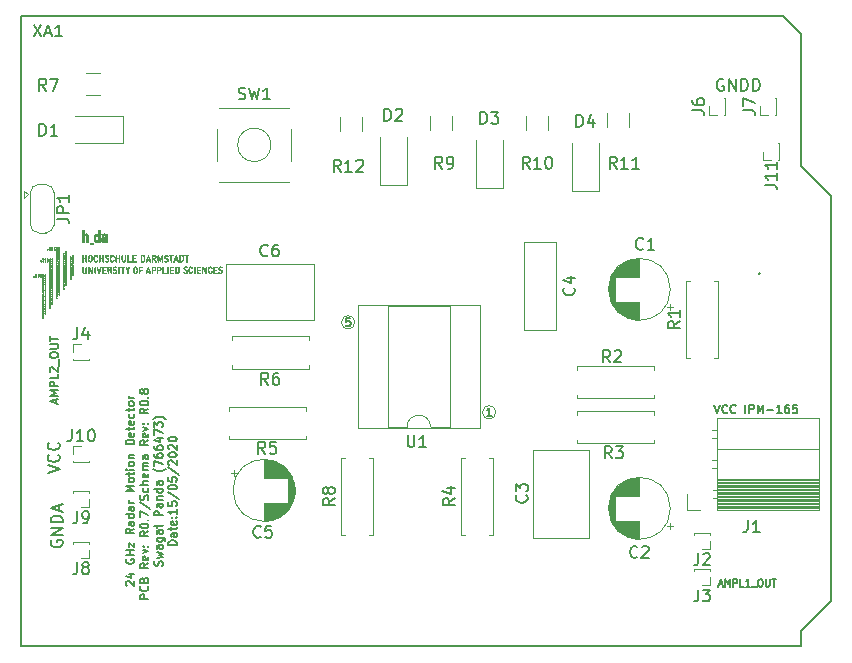
<source format=gbr>
%TF.GenerationSoftware,KiCad,Pcbnew,(5.1.5)-3*%
%TF.CreationDate,2020-05-16T21:05:58+02:00*%
%TF.ProjectId,30_PCB,33305f50-4342-42e6-9b69-6361645f7063,R0.7*%
%TF.SameCoordinates,Original*%
%TF.FileFunction,Legend,Top*%
%TF.FilePolarity,Positive*%
%FSLAX46Y46*%
G04 Gerber Fmt 4.6, Leading zero omitted, Abs format (unit mm)*
G04 Created by KiCad (PCBNEW (5.1.5)-3) date 2020-05-16 21:05:58*
%MOMM*%
%LPD*%
G04 APERTURE LIST*
%ADD10C,0.120000*%
%ADD11C,0.150000*%
%ADD12C,0.010000*%
G04 APERTURE END LIST*
D10*
X140775961Y-92456000D02*
G75*
G03X140775961Y-92456000I-567961J0D01*
G01*
D11*
X140374666Y-92072666D02*
X140041333Y-92072666D01*
X140008000Y-92406000D01*
X140041333Y-92372666D01*
X140108000Y-92339333D01*
X140274666Y-92339333D01*
X140341333Y-92372666D01*
X140374666Y-92406000D01*
X140408000Y-92472666D01*
X140408000Y-92639333D01*
X140374666Y-92706000D01*
X140341333Y-92739333D01*
X140274666Y-92772666D01*
X140108000Y-92772666D01*
X140041333Y-92739333D01*
X140008000Y-92706000D01*
D10*
X152713961Y-100076000D02*
G75*
G03X152713961Y-100076000I-567961J0D01*
G01*
D11*
X152346000Y-100392666D02*
X151946000Y-100392666D01*
X152146000Y-100392666D02*
X152146000Y-99692666D01*
X152079333Y-99792666D01*
X152012666Y-99859333D01*
X151946000Y-99892666D01*
X171202000Y-99438666D02*
X171435333Y-100138666D01*
X171668666Y-99438666D01*
X172302000Y-100072000D02*
X172268666Y-100105333D01*
X172168666Y-100138666D01*
X172102000Y-100138666D01*
X172002000Y-100105333D01*
X171935333Y-100038666D01*
X171902000Y-99972000D01*
X171868666Y-99838666D01*
X171868666Y-99738666D01*
X171902000Y-99605333D01*
X171935333Y-99538666D01*
X172002000Y-99472000D01*
X172102000Y-99438666D01*
X172168666Y-99438666D01*
X172268666Y-99472000D01*
X172302000Y-99505333D01*
X173002000Y-100072000D02*
X172968666Y-100105333D01*
X172868666Y-100138666D01*
X172802000Y-100138666D01*
X172702000Y-100105333D01*
X172635333Y-100038666D01*
X172602000Y-99972000D01*
X172568666Y-99838666D01*
X172568666Y-99738666D01*
X172602000Y-99605333D01*
X172635333Y-99538666D01*
X172702000Y-99472000D01*
X172802000Y-99438666D01*
X172868666Y-99438666D01*
X172968666Y-99472000D01*
X173002000Y-99505333D01*
X173835333Y-100138666D02*
X173835333Y-99438666D01*
X174168666Y-100138666D02*
X174168666Y-99438666D01*
X174435333Y-99438666D01*
X174502000Y-99472000D01*
X174535333Y-99505333D01*
X174568666Y-99572000D01*
X174568666Y-99672000D01*
X174535333Y-99738666D01*
X174502000Y-99772000D01*
X174435333Y-99805333D01*
X174168666Y-99805333D01*
X174868666Y-100138666D02*
X174868666Y-99438666D01*
X175102000Y-99938666D01*
X175335333Y-99438666D01*
X175335333Y-100138666D01*
X175668666Y-99872000D02*
X176202000Y-99872000D01*
X176902000Y-100138666D02*
X176502000Y-100138666D01*
X176702000Y-100138666D02*
X176702000Y-99438666D01*
X176635333Y-99538666D01*
X176568666Y-99605333D01*
X176502000Y-99638666D01*
X177502000Y-99438666D02*
X177368666Y-99438666D01*
X177302000Y-99472000D01*
X177268666Y-99505333D01*
X177202000Y-99605333D01*
X177168666Y-99738666D01*
X177168666Y-100005333D01*
X177202000Y-100072000D01*
X177235333Y-100105333D01*
X177302000Y-100138666D01*
X177435333Y-100138666D01*
X177502000Y-100105333D01*
X177535333Y-100072000D01*
X177568666Y-100005333D01*
X177568666Y-99838666D01*
X177535333Y-99772000D01*
X177502000Y-99738666D01*
X177435333Y-99705333D01*
X177302000Y-99705333D01*
X177235333Y-99738666D01*
X177202000Y-99772000D01*
X177168666Y-99838666D01*
X178202000Y-99438666D02*
X177868666Y-99438666D01*
X177835333Y-99772000D01*
X177868666Y-99738666D01*
X177935333Y-99705333D01*
X178102000Y-99705333D01*
X178168666Y-99738666D01*
X178202000Y-99772000D01*
X178235333Y-99838666D01*
X178235333Y-100005333D01*
X178202000Y-100072000D01*
X178168666Y-100105333D01*
X178102000Y-100138666D01*
X177935333Y-100138666D01*
X177868666Y-100105333D01*
X177835333Y-100072000D01*
X171590000Y-114654000D02*
X171875714Y-114654000D01*
X171532857Y-114825428D02*
X171732857Y-114225428D01*
X171932857Y-114825428D01*
X172132857Y-114825428D02*
X172132857Y-114225428D01*
X172332857Y-114654000D01*
X172532857Y-114225428D01*
X172532857Y-114825428D01*
X172818571Y-114825428D02*
X172818571Y-114225428D01*
X173047142Y-114225428D01*
X173104285Y-114254000D01*
X173132857Y-114282571D01*
X173161428Y-114339714D01*
X173161428Y-114425428D01*
X173132857Y-114482571D01*
X173104285Y-114511142D01*
X173047142Y-114539714D01*
X172818571Y-114539714D01*
X173704285Y-114825428D02*
X173418571Y-114825428D01*
X173418571Y-114225428D01*
X174218571Y-114825428D02*
X173875714Y-114825428D01*
X174047142Y-114825428D02*
X174047142Y-114225428D01*
X173990000Y-114311142D01*
X173932857Y-114368285D01*
X173875714Y-114396857D01*
X174332857Y-114882571D02*
X174790000Y-114882571D01*
X175047142Y-114225428D02*
X175161428Y-114225428D01*
X175218571Y-114254000D01*
X175275714Y-114311142D01*
X175304285Y-114425428D01*
X175304285Y-114625428D01*
X175275714Y-114739714D01*
X175218571Y-114796857D01*
X175161428Y-114825428D01*
X175047142Y-114825428D01*
X174990000Y-114796857D01*
X174932857Y-114739714D01*
X174904285Y-114625428D01*
X174904285Y-114425428D01*
X174932857Y-114311142D01*
X174990000Y-114254000D01*
X175047142Y-114225428D01*
X175561428Y-114225428D02*
X175561428Y-114711142D01*
X175590000Y-114768285D01*
X175618571Y-114796857D01*
X175675714Y-114825428D01*
X175790000Y-114825428D01*
X175847142Y-114796857D01*
X175875714Y-114768285D01*
X175904285Y-114711142D01*
X175904285Y-114225428D01*
X176104285Y-114225428D02*
X176447142Y-114225428D01*
X176275714Y-114825428D02*
X176275714Y-114225428D01*
X171966095Y-71890000D02*
X171870857Y-71842380D01*
X171728000Y-71842380D01*
X171585142Y-71890000D01*
X171489904Y-71985238D01*
X171442285Y-72080476D01*
X171394666Y-72270952D01*
X171394666Y-72413809D01*
X171442285Y-72604285D01*
X171489904Y-72699523D01*
X171585142Y-72794761D01*
X171728000Y-72842380D01*
X171823238Y-72842380D01*
X171966095Y-72794761D01*
X172013714Y-72747142D01*
X172013714Y-72413809D01*
X171823238Y-72413809D01*
X172442285Y-72842380D02*
X172442285Y-71842380D01*
X173013714Y-72842380D01*
X173013714Y-71842380D01*
X173489904Y-72842380D02*
X173489904Y-71842380D01*
X173728000Y-71842380D01*
X173870857Y-71890000D01*
X173966095Y-71985238D01*
X174013714Y-72080476D01*
X174061333Y-72270952D01*
X174061333Y-72413809D01*
X174013714Y-72604285D01*
X173966095Y-72699523D01*
X173870857Y-72794761D01*
X173728000Y-72842380D01*
X173489904Y-72842380D01*
X174489904Y-72842380D02*
X174489904Y-71842380D01*
X174728000Y-71842380D01*
X174870857Y-71890000D01*
X174966095Y-71985238D01*
X175013714Y-72080476D01*
X175061333Y-72270952D01*
X175061333Y-72413809D01*
X175013714Y-72604285D01*
X174966095Y-72699523D01*
X174870857Y-72794761D01*
X174728000Y-72842380D01*
X174489904Y-72842380D01*
X114768380Y-105219333D02*
X115768380Y-104886000D01*
X114768380Y-104552666D01*
X115673142Y-103647904D02*
X115720761Y-103695523D01*
X115768380Y-103838380D01*
X115768380Y-103933619D01*
X115720761Y-104076476D01*
X115625523Y-104171714D01*
X115530285Y-104219333D01*
X115339809Y-104266952D01*
X115196952Y-104266952D01*
X115006476Y-104219333D01*
X114911238Y-104171714D01*
X114816000Y-104076476D01*
X114768380Y-103933619D01*
X114768380Y-103838380D01*
X114816000Y-103695523D01*
X114863619Y-103647904D01*
X115673142Y-102647904D02*
X115720761Y-102695523D01*
X115768380Y-102838380D01*
X115768380Y-102933619D01*
X115720761Y-103076476D01*
X115625523Y-103171714D01*
X115530285Y-103219333D01*
X115339809Y-103266952D01*
X115196952Y-103266952D01*
X115006476Y-103219333D01*
X114911238Y-103171714D01*
X114816000Y-103076476D01*
X114768380Y-102933619D01*
X114768380Y-102838380D01*
X114816000Y-102695523D01*
X114863619Y-102647904D01*
X115070000Y-110918476D02*
X115022380Y-111013714D01*
X115022380Y-111156571D01*
X115070000Y-111299428D01*
X115165238Y-111394666D01*
X115260476Y-111442285D01*
X115450952Y-111489904D01*
X115593809Y-111489904D01*
X115784285Y-111442285D01*
X115879523Y-111394666D01*
X115974761Y-111299428D01*
X116022380Y-111156571D01*
X116022380Y-111061333D01*
X115974761Y-110918476D01*
X115927142Y-110870857D01*
X115593809Y-110870857D01*
X115593809Y-111061333D01*
X116022380Y-110442285D02*
X115022380Y-110442285D01*
X116022380Y-109870857D01*
X115022380Y-109870857D01*
X116022380Y-109394666D02*
X115022380Y-109394666D01*
X115022380Y-109156571D01*
X115070000Y-109013714D01*
X115165238Y-108918476D01*
X115260476Y-108870857D01*
X115450952Y-108823238D01*
X115593809Y-108823238D01*
X115784285Y-108870857D01*
X115879523Y-108918476D01*
X115974761Y-109013714D01*
X116022380Y-109156571D01*
X116022380Y-109394666D01*
X115736666Y-108442285D02*
X115736666Y-107966095D01*
X116022380Y-108537523D02*
X115022380Y-108204190D01*
X116022380Y-107870857D01*
X115432666Y-99320000D02*
X115432666Y-98986666D01*
X115632666Y-99386666D02*
X114932666Y-99153333D01*
X115632666Y-98920000D01*
X115632666Y-98686666D02*
X114932666Y-98686666D01*
X115432666Y-98453333D01*
X114932666Y-98220000D01*
X115632666Y-98220000D01*
X115632666Y-97886666D02*
X114932666Y-97886666D01*
X114932666Y-97620000D01*
X114966000Y-97553333D01*
X114999333Y-97520000D01*
X115066000Y-97486666D01*
X115166000Y-97486666D01*
X115232666Y-97520000D01*
X115266000Y-97553333D01*
X115299333Y-97620000D01*
X115299333Y-97886666D01*
X115632666Y-96853333D02*
X115632666Y-97186666D01*
X114932666Y-97186666D01*
X114999333Y-96653333D02*
X114966000Y-96620000D01*
X114932666Y-96553333D01*
X114932666Y-96386666D01*
X114966000Y-96320000D01*
X114999333Y-96286666D01*
X115066000Y-96253333D01*
X115132666Y-96253333D01*
X115232666Y-96286666D01*
X115632666Y-96686666D01*
X115632666Y-96253333D01*
X115699333Y-96120000D02*
X115699333Y-95586666D01*
X114932666Y-95286666D02*
X114932666Y-95153333D01*
X114966000Y-95086666D01*
X115032666Y-95020000D01*
X115166000Y-94986666D01*
X115399333Y-94986666D01*
X115532666Y-95020000D01*
X115599333Y-95086666D01*
X115632666Y-95153333D01*
X115632666Y-95286666D01*
X115599333Y-95353333D01*
X115532666Y-95420000D01*
X115399333Y-95453333D01*
X115166000Y-95453333D01*
X115032666Y-95420000D01*
X114966000Y-95353333D01*
X114932666Y-95286666D01*
X114932666Y-94686666D02*
X115499333Y-94686666D01*
X115566000Y-94653333D01*
X115599333Y-94620000D01*
X115632666Y-94553333D01*
X115632666Y-94420000D01*
X115599333Y-94353333D01*
X115566000Y-94320000D01*
X115499333Y-94286666D01*
X114932666Y-94286666D01*
X114932666Y-94053333D02*
X114932666Y-93653333D01*
X115632666Y-93853333D02*
X114932666Y-93853333D01*
X121454333Y-114760166D02*
X121421000Y-114726833D01*
X121387666Y-114660166D01*
X121387666Y-114493500D01*
X121421000Y-114426833D01*
X121454333Y-114393500D01*
X121521000Y-114360166D01*
X121587666Y-114360166D01*
X121687666Y-114393500D01*
X122087666Y-114793500D01*
X122087666Y-114360166D01*
X121621000Y-113760166D02*
X122087666Y-113760166D01*
X121354333Y-113926833D02*
X121854333Y-114093500D01*
X121854333Y-113660166D01*
X121421000Y-112493500D02*
X121387666Y-112560166D01*
X121387666Y-112660166D01*
X121421000Y-112760166D01*
X121487666Y-112826833D01*
X121554333Y-112860166D01*
X121687666Y-112893500D01*
X121787666Y-112893500D01*
X121921000Y-112860166D01*
X121987666Y-112826833D01*
X122054333Y-112760166D01*
X122087666Y-112660166D01*
X122087666Y-112593500D01*
X122054333Y-112493500D01*
X122021000Y-112460166D01*
X121787666Y-112460166D01*
X121787666Y-112593500D01*
X122087666Y-112160166D02*
X121387666Y-112160166D01*
X121721000Y-112160166D02*
X121721000Y-111760166D01*
X122087666Y-111760166D02*
X121387666Y-111760166D01*
X121621000Y-111493500D02*
X121621000Y-111126833D01*
X122087666Y-111493500D01*
X122087666Y-111126833D01*
X122087666Y-109926833D02*
X121754333Y-110160166D01*
X122087666Y-110326833D02*
X121387666Y-110326833D01*
X121387666Y-110060166D01*
X121421000Y-109993500D01*
X121454333Y-109960166D01*
X121521000Y-109926833D01*
X121621000Y-109926833D01*
X121687666Y-109960166D01*
X121721000Y-109993500D01*
X121754333Y-110060166D01*
X121754333Y-110326833D01*
X122087666Y-109326833D02*
X121721000Y-109326833D01*
X121654333Y-109360166D01*
X121621000Y-109426833D01*
X121621000Y-109560166D01*
X121654333Y-109626833D01*
X122054333Y-109326833D02*
X122087666Y-109393500D01*
X122087666Y-109560166D01*
X122054333Y-109626833D01*
X121987666Y-109660166D01*
X121921000Y-109660166D01*
X121854333Y-109626833D01*
X121821000Y-109560166D01*
X121821000Y-109393500D01*
X121787666Y-109326833D01*
X122087666Y-108693500D02*
X121387666Y-108693500D01*
X122054333Y-108693500D02*
X122087666Y-108760166D01*
X122087666Y-108893500D01*
X122054333Y-108960166D01*
X122021000Y-108993500D01*
X121954333Y-109026833D01*
X121754333Y-109026833D01*
X121687666Y-108993500D01*
X121654333Y-108960166D01*
X121621000Y-108893500D01*
X121621000Y-108760166D01*
X121654333Y-108693500D01*
X122087666Y-108060166D02*
X121721000Y-108060166D01*
X121654333Y-108093500D01*
X121621000Y-108160166D01*
X121621000Y-108293500D01*
X121654333Y-108360166D01*
X122054333Y-108060166D02*
X122087666Y-108126833D01*
X122087666Y-108293500D01*
X122054333Y-108360166D01*
X121987666Y-108393500D01*
X121921000Y-108393500D01*
X121854333Y-108360166D01*
X121821000Y-108293500D01*
X121821000Y-108126833D01*
X121787666Y-108060166D01*
X122087666Y-107726833D02*
X121621000Y-107726833D01*
X121754333Y-107726833D02*
X121687666Y-107693500D01*
X121654333Y-107660166D01*
X121621000Y-107593500D01*
X121621000Y-107526833D01*
X122087666Y-106760166D02*
X121387666Y-106760166D01*
X121887666Y-106526833D01*
X121387666Y-106293500D01*
X122087666Y-106293500D01*
X122087666Y-105860166D02*
X122054333Y-105926833D01*
X122021000Y-105960166D01*
X121954333Y-105993500D01*
X121754333Y-105993500D01*
X121687666Y-105960166D01*
X121654333Y-105926833D01*
X121621000Y-105860166D01*
X121621000Y-105760166D01*
X121654333Y-105693500D01*
X121687666Y-105660166D01*
X121754333Y-105626833D01*
X121954333Y-105626833D01*
X122021000Y-105660166D01*
X122054333Y-105693500D01*
X122087666Y-105760166D01*
X122087666Y-105860166D01*
X121621000Y-105426833D02*
X121621000Y-105160166D01*
X121387666Y-105326833D02*
X121987666Y-105326833D01*
X122054333Y-105293500D01*
X122087666Y-105226833D01*
X122087666Y-105160166D01*
X122087666Y-104926833D02*
X121621000Y-104926833D01*
X121387666Y-104926833D02*
X121421000Y-104960166D01*
X121454333Y-104926833D01*
X121421000Y-104893500D01*
X121387666Y-104926833D01*
X121454333Y-104926833D01*
X122087666Y-104493500D02*
X122054333Y-104560166D01*
X122021000Y-104593500D01*
X121954333Y-104626833D01*
X121754333Y-104626833D01*
X121687666Y-104593500D01*
X121654333Y-104560166D01*
X121621000Y-104493500D01*
X121621000Y-104393500D01*
X121654333Y-104326833D01*
X121687666Y-104293500D01*
X121754333Y-104260166D01*
X121954333Y-104260166D01*
X122021000Y-104293500D01*
X122054333Y-104326833D01*
X122087666Y-104393500D01*
X122087666Y-104493500D01*
X121621000Y-103960166D02*
X122087666Y-103960166D01*
X121687666Y-103960166D02*
X121654333Y-103926833D01*
X121621000Y-103860166D01*
X121621000Y-103760166D01*
X121654333Y-103693500D01*
X121721000Y-103660166D01*
X122087666Y-103660166D01*
X122087666Y-102793500D02*
X121387666Y-102793500D01*
X121387666Y-102626833D01*
X121421000Y-102526833D01*
X121487666Y-102460166D01*
X121554333Y-102426833D01*
X121687666Y-102393500D01*
X121787666Y-102393500D01*
X121921000Y-102426833D01*
X121987666Y-102460166D01*
X122054333Y-102526833D01*
X122087666Y-102626833D01*
X122087666Y-102793500D01*
X122054333Y-101826833D02*
X122087666Y-101893500D01*
X122087666Y-102026833D01*
X122054333Y-102093500D01*
X121987666Y-102126833D01*
X121721000Y-102126833D01*
X121654333Y-102093500D01*
X121621000Y-102026833D01*
X121621000Y-101893500D01*
X121654333Y-101826833D01*
X121721000Y-101793500D01*
X121787666Y-101793500D01*
X121854333Y-102126833D01*
X121621000Y-101593500D02*
X121621000Y-101326833D01*
X121387666Y-101493500D02*
X121987666Y-101493500D01*
X122054333Y-101460166D01*
X122087666Y-101393500D01*
X122087666Y-101326833D01*
X122054333Y-100826833D02*
X122087666Y-100893500D01*
X122087666Y-101026833D01*
X122054333Y-101093500D01*
X121987666Y-101126833D01*
X121721000Y-101126833D01*
X121654333Y-101093500D01*
X121621000Y-101026833D01*
X121621000Y-100893500D01*
X121654333Y-100826833D01*
X121721000Y-100793500D01*
X121787666Y-100793500D01*
X121854333Y-101126833D01*
X122054333Y-100193500D02*
X122087666Y-100260166D01*
X122087666Y-100393500D01*
X122054333Y-100460166D01*
X122021000Y-100493500D01*
X121954333Y-100526833D01*
X121754333Y-100526833D01*
X121687666Y-100493500D01*
X121654333Y-100460166D01*
X121621000Y-100393500D01*
X121621000Y-100260166D01*
X121654333Y-100193500D01*
X121621000Y-99993500D02*
X121621000Y-99726833D01*
X121387666Y-99893500D02*
X121987666Y-99893500D01*
X122054333Y-99860166D01*
X122087666Y-99793500D01*
X122087666Y-99726833D01*
X122087666Y-99393500D02*
X122054333Y-99460166D01*
X122021000Y-99493500D01*
X121954333Y-99526833D01*
X121754333Y-99526833D01*
X121687666Y-99493500D01*
X121654333Y-99460166D01*
X121621000Y-99393500D01*
X121621000Y-99293500D01*
X121654333Y-99226833D01*
X121687666Y-99193500D01*
X121754333Y-99160166D01*
X121954333Y-99160166D01*
X122021000Y-99193500D01*
X122054333Y-99226833D01*
X122087666Y-99293500D01*
X122087666Y-99393500D01*
X122087666Y-98860166D02*
X121621000Y-98860166D01*
X121754333Y-98860166D02*
X121687666Y-98826833D01*
X121654333Y-98793500D01*
X121621000Y-98726833D01*
X121621000Y-98660166D01*
X123287666Y-115893500D02*
X122587666Y-115893500D01*
X122587666Y-115626833D01*
X122621000Y-115560166D01*
X122654333Y-115526833D01*
X122721000Y-115493500D01*
X122821000Y-115493500D01*
X122887666Y-115526833D01*
X122921000Y-115560166D01*
X122954333Y-115626833D01*
X122954333Y-115893500D01*
X123221000Y-114793500D02*
X123254333Y-114826833D01*
X123287666Y-114926833D01*
X123287666Y-114993500D01*
X123254333Y-115093500D01*
X123187666Y-115160166D01*
X123121000Y-115193500D01*
X122987666Y-115226833D01*
X122887666Y-115226833D01*
X122754333Y-115193500D01*
X122687666Y-115160166D01*
X122621000Y-115093500D01*
X122587666Y-114993500D01*
X122587666Y-114926833D01*
X122621000Y-114826833D01*
X122654333Y-114793500D01*
X122921000Y-114260166D02*
X122954333Y-114160166D01*
X122987666Y-114126833D01*
X123054333Y-114093500D01*
X123154333Y-114093500D01*
X123221000Y-114126833D01*
X123254333Y-114160166D01*
X123287666Y-114226833D01*
X123287666Y-114493500D01*
X122587666Y-114493500D01*
X122587666Y-114260166D01*
X122621000Y-114193500D01*
X122654333Y-114160166D01*
X122721000Y-114126833D01*
X122787666Y-114126833D01*
X122854333Y-114160166D01*
X122887666Y-114193500D01*
X122921000Y-114260166D01*
X122921000Y-114493500D01*
X123287666Y-112860166D02*
X122954333Y-113093500D01*
X123287666Y-113260166D02*
X122587666Y-113260166D01*
X122587666Y-112993500D01*
X122621000Y-112926833D01*
X122654333Y-112893500D01*
X122721000Y-112860166D01*
X122821000Y-112860166D01*
X122887666Y-112893500D01*
X122921000Y-112926833D01*
X122954333Y-112993500D01*
X122954333Y-113260166D01*
X123254333Y-112293500D02*
X123287666Y-112360166D01*
X123287666Y-112493500D01*
X123254333Y-112560166D01*
X123187666Y-112593500D01*
X122921000Y-112593500D01*
X122854333Y-112560166D01*
X122821000Y-112493500D01*
X122821000Y-112360166D01*
X122854333Y-112293500D01*
X122921000Y-112260166D01*
X122987666Y-112260166D01*
X123054333Y-112593500D01*
X122821000Y-112026833D02*
X123287666Y-111860166D01*
X122821000Y-111693500D01*
X123221000Y-111426833D02*
X123254333Y-111393500D01*
X123287666Y-111426833D01*
X123254333Y-111460166D01*
X123221000Y-111426833D01*
X123287666Y-111426833D01*
X122854333Y-111426833D02*
X122887666Y-111393500D01*
X122921000Y-111426833D01*
X122887666Y-111460166D01*
X122854333Y-111426833D01*
X122921000Y-111426833D01*
X123287666Y-110160166D02*
X122954333Y-110393500D01*
X123287666Y-110560166D02*
X122587666Y-110560166D01*
X122587666Y-110293500D01*
X122621000Y-110226833D01*
X122654333Y-110193500D01*
X122721000Y-110160166D01*
X122821000Y-110160166D01*
X122887666Y-110193500D01*
X122921000Y-110226833D01*
X122954333Y-110293500D01*
X122954333Y-110560166D01*
X122587666Y-109726833D02*
X122587666Y-109660166D01*
X122621000Y-109593500D01*
X122654333Y-109560166D01*
X122721000Y-109526833D01*
X122854333Y-109493500D01*
X123021000Y-109493500D01*
X123154333Y-109526833D01*
X123221000Y-109560166D01*
X123254333Y-109593500D01*
X123287666Y-109660166D01*
X123287666Y-109726833D01*
X123254333Y-109793500D01*
X123221000Y-109826833D01*
X123154333Y-109860166D01*
X123021000Y-109893500D01*
X122854333Y-109893500D01*
X122721000Y-109860166D01*
X122654333Y-109826833D01*
X122621000Y-109793500D01*
X122587666Y-109726833D01*
X123221000Y-109193500D02*
X123254333Y-109160166D01*
X123287666Y-109193500D01*
X123254333Y-109226833D01*
X123221000Y-109193500D01*
X123287666Y-109193500D01*
X122587666Y-108926833D02*
X122587666Y-108460166D01*
X123287666Y-108760166D01*
X122554333Y-107693500D02*
X123454333Y-108293500D01*
X123254333Y-107493500D02*
X123287666Y-107393500D01*
X123287666Y-107226833D01*
X123254333Y-107160166D01*
X123221000Y-107126833D01*
X123154333Y-107093500D01*
X123087666Y-107093500D01*
X123021000Y-107126833D01*
X122987666Y-107160166D01*
X122954333Y-107226833D01*
X122921000Y-107360166D01*
X122887666Y-107426833D01*
X122854333Y-107460166D01*
X122787666Y-107493500D01*
X122721000Y-107493500D01*
X122654333Y-107460166D01*
X122621000Y-107426833D01*
X122587666Y-107360166D01*
X122587666Y-107193500D01*
X122621000Y-107093500D01*
X123254333Y-106493500D02*
X123287666Y-106560166D01*
X123287666Y-106693500D01*
X123254333Y-106760166D01*
X123221000Y-106793500D01*
X123154333Y-106826833D01*
X122954333Y-106826833D01*
X122887666Y-106793500D01*
X122854333Y-106760166D01*
X122821000Y-106693500D01*
X122821000Y-106560166D01*
X122854333Y-106493500D01*
X123287666Y-106193500D02*
X122587666Y-106193500D01*
X123287666Y-105893500D02*
X122921000Y-105893500D01*
X122854333Y-105926833D01*
X122821000Y-105993500D01*
X122821000Y-106093500D01*
X122854333Y-106160166D01*
X122887666Y-106193500D01*
X123254333Y-105293500D02*
X123287666Y-105360166D01*
X123287666Y-105493500D01*
X123254333Y-105560166D01*
X123187666Y-105593500D01*
X122921000Y-105593500D01*
X122854333Y-105560166D01*
X122821000Y-105493500D01*
X122821000Y-105360166D01*
X122854333Y-105293500D01*
X122921000Y-105260166D01*
X122987666Y-105260166D01*
X123054333Y-105593500D01*
X123287666Y-104960166D02*
X122821000Y-104960166D01*
X122887666Y-104960166D02*
X122854333Y-104926833D01*
X122821000Y-104860166D01*
X122821000Y-104760166D01*
X122854333Y-104693500D01*
X122921000Y-104660166D01*
X123287666Y-104660166D01*
X122921000Y-104660166D02*
X122854333Y-104626833D01*
X122821000Y-104560166D01*
X122821000Y-104460166D01*
X122854333Y-104393500D01*
X122921000Y-104360166D01*
X123287666Y-104360166D01*
X123287666Y-103726833D02*
X122921000Y-103726833D01*
X122854333Y-103760166D01*
X122821000Y-103826833D01*
X122821000Y-103960166D01*
X122854333Y-104026833D01*
X123254333Y-103726833D02*
X123287666Y-103793500D01*
X123287666Y-103960166D01*
X123254333Y-104026833D01*
X123187666Y-104060166D01*
X123121000Y-104060166D01*
X123054333Y-104026833D01*
X123021000Y-103960166D01*
X123021000Y-103793500D01*
X122987666Y-103726833D01*
X123287666Y-102460166D02*
X122954333Y-102693500D01*
X123287666Y-102860166D02*
X122587666Y-102860166D01*
X122587666Y-102593500D01*
X122621000Y-102526833D01*
X122654333Y-102493500D01*
X122721000Y-102460166D01*
X122821000Y-102460166D01*
X122887666Y-102493500D01*
X122921000Y-102526833D01*
X122954333Y-102593500D01*
X122954333Y-102860166D01*
X123254333Y-101893500D02*
X123287666Y-101960166D01*
X123287666Y-102093500D01*
X123254333Y-102160166D01*
X123187666Y-102193500D01*
X122921000Y-102193500D01*
X122854333Y-102160166D01*
X122821000Y-102093500D01*
X122821000Y-101960166D01*
X122854333Y-101893500D01*
X122921000Y-101860166D01*
X122987666Y-101860166D01*
X123054333Y-102193500D01*
X122821000Y-101626833D02*
X123287666Y-101460166D01*
X122821000Y-101293500D01*
X123221000Y-101026833D02*
X123254333Y-100993500D01*
X123287666Y-101026833D01*
X123254333Y-101060166D01*
X123221000Y-101026833D01*
X123287666Y-101026833D01*
X122854333Y-101026833D02*
X122887666Y-100993500D01*
X122921000Y-101026833D01*
X122887666Y-101060166D01*
X122854333Y-101026833D01*
X122921000Y-101026833D01*
X123287666Y-99760166D02*
X122954333Y-99993500D01*
X123287666Y-100160166D02*
X122587666Y-100160166D01*
X122587666Y-99893500D01*
X122621000Y-99826833D01*
X122654333Y-99793500D01*
X122721000Y-99760166D01*
X122821000Y-99760166D01*
X122887666Y-99793500D01*
X122921000Y-99826833D01*
X122954333Y-99893500D01*
X122954333Y-100160166D01*
X122587666Y-99326833D02*
X122587666Y-99260166D01*
X122621000Y-99193500D01*
X122654333Y-99160166D01*
X122721000Y-99126833D01*
X122854333Y-99093500D01*
X123021000Y-99093500D01*
X123154333Y-99126833D01*
X123221000Y-99160166D01*
X123254333Y-99193500D01*
X123287666Y-99260166D01*
X123287666Y-99326833D01*
X123254333Y-99393500D01*
X123221000Y-99426833D01*
X123154333Y-99460166D01*
X123021000Y-99493500D01*
X122854333Y-99493500D01*
X122721000Y-99460166D01*
X122654333Y-99426833D01*
X122621000Y-99393500D01*
X122587666Y-99326833D01*
X123221000Y-98793500D02*
X123254333Y-98760166D01*
X123287666Y-98793500D01*
X123254333Y-98826833D01*
X123221000Y-98793500D01*
X123287666Y-98793500D01*
X122887666Y-98360166D02*
X122854333Y-98426833D01*
X122821000Y-98460166D01*
X122754333Y-98493500D01*
X122721000Y-98493500D01*
X122654333Y-98460166D01*
X122621000Y-98426833D01*
X122587666Y-98360166D01*
X122587666Y-98226833D01*
X122621000Y-98160166D01*
X122654333Y-98126833D01*
X122721000Y-98093500D01*
X122754333Y-98093500D01*
X122821000Y-98126833D01*
X122854333Y-98160166D01*
X122887666Y-98226833D01*
X122887666Y-98360166D01*
X122921000Y-98426833D01*
X122954333Y-98460166D01*
X123021000Y-98493500D01*
X123154333Y-98493500D01*
X123221000Y-98460166D01*
X123254333Y-98426833D01*
X123287666Y-98360166D01*
X123287666Y-98226833D01*
X123254333Y-98160166D01*
X123221000Y-98126833D01*
X123154333Y-98093500D01*
X123021000Y-98093500D01*
X122954333Y-98126833D01*
X122921000Y-98160166D01*
X122887666Y-98226833D01*
X124454333Y-113076833D02*
X124487666Y-112976833D01*
X124487666Y-112810166D01*
X124454333Y-112743500D01*
X124421000Y-112710166D01*
X124354333Y-112676833D01*
X124287666Y-112676833D01*
X124221000Y-112710166D01*
X124187666Y-112743500D01*
X124154333Y-112810166D01*
X124121000Y-112943500D01*
X124087666Y-113010166D01*
X124054333Y-113043500D01*
X123987666Y-113076833D01*
X123921000Y-113076833D01*
X123854333Y-113043500D01*
X123821000Y-113010166D01*
X123787666Y-112943500D01*
X123787666Y-112776833D01*
X123821000Y-112676833D01*
X124021000Y-112443500D02*
X124487666Y-112310166D01*
X124154333Y-112176833D01*
X124487666Y-112043500D01*
X124021000Y-111910166D01*
X124487666Y-111343500D02*
X124121000Y-111343500D01*
X124054333Y-111376833D01*
X124021000Y-111443500D01*
X124021000Y-111576833D01*
X124054333Y-111643500D01*
X124454333Y-111343500D02*
X124487666Y-111410166D01*
X124487666Y-111576833D01*
X124454333Y-111643500D01*
X124387666Y-111676833D01*
X124321000Y-111676833D01*
X124254333Y-111643500D01*
X124221000Y-111576833D01*
X124221000Y-111410166D01*
X124187666Y-111343500D01*
X124021000Y-110710166D02*
X124587666Y-110710166D01*
X124654333Y-110743500D01*
X124687666Y-110776833D01*
X124721000Y-110843500D01*
X124721000Y-110943500D01*
X124687666Y-111010166D01*
X124454333Y-110710166D02*
X124487666Y-110776833D01*
X124487666Y-110910166D01*
X124454333Y-110976833D01*
X124421000Y-111010166D01*
X124354333Y-111043500D01*
X124154333Y-111043500D01*
X124087666Y-111010166D01*
X124054333Y-110976833D01*
X124021000Y-110910166D01*
X124021000Y-110776833D01*
X124054333Y-110710166D01*
X124487666Y-110076833D02*
X124121000Y-110076833D01*
X124054333Y-110110166D01*
X124021000Y-110176833D01*
X124021000Y-110310166D01*
X124054333Y-110376833D01*
X124454333Y-110076833D02*
X124487666Y-110143500D01*
X124487666Y-110310166D01*
X124454333Y-110376833D01*
X124387666Y-110410166D01*
X124321000Y-110410166D01*
X124254333Y-110376833D01*
X124221000Y-110310166D01*
X124221000Y-110143500D01*
X124187666Y-110076833D01*
X124021000Y-109843500D02*
X124021000Y-109576833D01*
X123787666Y-109743500D02*
X124387666Y-109743500D01*
X124454333Y-109710166D01*
X124487666Y-109643500D01*
X124487666Y-109576833D01*
X124487666Y-108810166D02*
X123787666Y-108810166D01*
X123787666Y-108543500D01*
X123821000Y-108476833D01*
X123854333Y-108443500D01*
X123921000Y-108410166D01*
X124021000Y-108410166D01*
X124087666Y-108443500D01*
X124121000Y-108476833D01*
X124154333Y-108543500D01*
X124154333Y-108810166D01*
X124487666Y-107810166D02*
X124121000Y-107810166D01*
X124054333Y-107843500D01*
X124021000Y-107910166D01*
X124021000Y-108043500D01*
X124054333Y-108110166D01*
X124454333Y-107810166D02*
X124487666Y-107876833D01*
X124487666Y-108043500D01*
X124454333Y-108110166D01*
X124387666Y-108143500D01*
X124321000Y-108143500D01*
X124254333Y-108110166D01*
X124221000Y-108043500D01*
X124221000Y-107876833D01*
X124187666Y-107810166D01*
X124021000Y-107476833D02*
X124487666Y-107476833D01*
X124087666Y-107476833D02*
X124054333Y-107443500D01*
X124021000Y-107376833D01*
X124021000Y-107276833D01*
X124054333Y-107210166D01*
X124121000Y-107176833D01*
X124487666Y-107176833D01*
X124487666Y-106543500D02*
X123787666Y-106543500D01*
X124454333Y-106543500D02*
X124487666Y-106610166D01*
X124487666Y-106743500D01*
X124454333Y-106810166D01*
X124421000Y-106843500D01*
X124354333Y-106876833D01*
X124154333Y-106876833D01*
X124087666Y-106843500D01*
X124054333Y-106810166D01*
X124021000Y-106743500D01*
X124021000Y-106610166D01*
X124054333Y-106543500D01*
X124487666Y-105910166D02*
X124121000Y-105910166D01*
X124054333Y-105943500D01*
X124021000Y-106010166D01*
X124021000Y-106143500D01*
X124054333Y-106210166D01*
X124454333Y-105910166D02*
X124487666Y-105976833D01*
X124487666Y-106143500D01*
X124454333Y-106210166D01*
X124387666Y-106243500D01*
X124321000Y-106243500D01*
X124254333Y-106210166D01*
X124221000Y-106143500D01*
X124221000Y-105976833D01*
X124187666Y-105910166D01*
X124754333Y-104843500D02*
X124721000Y-104876833D01*
X124621000Y-104943500D01*
X124554333Y-104976833D01*
X124454333Y-105010166D01*
X124287666Y-105043500D01*
X124154333Y-105043500D01*
X123987666Y-105010166D01*
X123887666Y-104976833D01*
X123821000Y-104943500D01*
X123721000Y-104876833D01*
X123687666Y-104843500D01*
X123787666Y-104643500D02*
X123787666Y-104176833D01*
X124487666Y-104476833D01*
X123787666Y-103610166D02*
X123787666Y-103743500D01*
X123821000Y-103810166D01*
X123854333Y-103843500D01*
X123954333Y-103910166D01*
X124087666Y-103943500D01*
X124354333Y-103943500D01*
X124421000Y-103910166D01*
X124454333Y-103876833D01*
X124487666Y-103810166D01*
X124487666Y-103676833D01*
X124454333Y-103610166D01*
X124421000Y-103576833D01*
X124354333Y-103543500D01*
X124187666Y-103543500D01*
X124121000Y-103576833D01*
X124087666Y-103610166D01*
X124054333Y-103676833D01*
X124054333Y-103810166D01*
X124087666Y-103876833D01*
X124121000Y-103910166D01*
X124187666Y-103943500D01*
X123787666Y-102943500D02*
X123787666Y-103076833D01*
X123821000Y-103143500D01*
X123854333Y-103176833D01*
X123954333Y-103243500D01*
X124087666Y-103276833D01*
X124354333Y-103276833D01*
X124421000Y-103243500D01*
X124454333Y-103210166D01*
X124487666Y-103143500D01*
X124487666Y-103010166D01*
X124454333Y-102943500D01*
X124421000Y-102910166D01*
X124354333Y-102876833D01*
X124187666Y-102876833D01*
X124121000Y-102910166D01*
X124087666Y-102943500D01*
X124054333Y-103010166D01*
X124054333Y-103143500D01*
X124087666Y-103210166D01*
X124121000Y-103243500D01*
X124187666Y-103276833D01*
X124021000Y-102276833D02*
X124487666Y-102276833D01*
X123754333Y-102443500D02*
X124254333Y-102610166D01*
X124254333Y-102176833D01*
X123787666Y-101976833D02*
X123787666Y-101510166D01*
X124487666Y-101810166D01*
X123787666Y-101310166D02*
X123787666Y-100876833D01*
X124054333Y-101110166D01*
X124054333Y-101010166D01*
X124087666Y-100943500D01*
X124121000Y-100910166D01*
X124187666Y-100876833D01*
X124354333Y-100876833D01*
X124421000Y-100910166D01*
X124454333Y-100943500D01*
X124487666Y-101010166D01*
X124487666Y-101210166D01*
X124454333Y-101276833D01*
X124421000Y-101310166D01*
X124754333Y-100643500D02*
X124721000Y-100610166D01*
X124621000Y-100543500D01*
X124554333Y-100510166D01*
X124454333Y-100476833D01*
X124287666Y-100443500D01*
X124154333Y-100443500D01*
X123987666Y-100476833D01*
X123887666Y-100510166D01*
X123821000Y-100543500D01*
X123721000Y-100610166D01*
X123687666Y-100643500D01*
X125687666Y-111310166D02*
X124987666Y-111310166D01*
X124987666Y-111143500D01*
X125021000Y-111043500D01*
X125087666Y-110976833D01*
X125154333Y-110943500D01*
X125287666Y-110910166D01*
X125387666Y-110910166D01*
X125521000Y-110943500D01*
X125587666Y-110976833D01*
X125654333Y-111043500D01*
X125687666Y-111143500D01*
X125687666Y-111310166D01*
X125687666Y-110310166D02*
X125321000Y-110310166D01*
X125254333Y-110343500D01*
X125221000Y-110410166D01*
X125221000Y-110543500D01*
X125254333Y-110610166D01*
X125654333Y-110310166D02*
X125687666Y-110376833D01*
X125687666Y-110543500D01*
X125654333Y-110610166D01*
X125587666Y-110643500D01*
X125521000Y-110643500D01*
X125454333Y-110610166D01*
X125421000Y-110543500D01*
X125421000Y-110376833D01*
X125387666Y-110310166D01*
X125221000Y-110076833D02*
X125221000Y-109810166D01*
X124987666Y-109976833D02*
X125587666Y-109976833D01*
X125654333Y-109943500D01*
X125687666Y-109876833D01*
X125687666Y-109810166D01*
X125654333Y-109310166D02*
X125687666Y-109376833D01*
X125687666Y-109510166D01*
X125654333Y-109576833D01*
X125587666Y-109610166D01*
X125321000Y-109610166D01*
X125254333Y-109576833D01*
X125221000Y-109510166D01*
X125221000Y-109376833D01*
X125254333Y-109310166D01*
X125321000Y-109276833D01*
X125387666Y-109276833D01*
X125454333Y-109610166D01*
X125621000Y-108976833D02*
X125654333Y-108943500D01*
X125687666Y-108976833D01*
X125654333Y-109010166D01*
X125621000Y-108976833D01*
X125687666Y-108976833D01*
X125254333Y-108976833D02*
X125287666Y-108943500D01*
X125321000Y-108976833D01*
X125287666Y-109010166D01*
X125254333Y-108976833D01*
X125321000Y-108976833D01*
X125687666Y-108276833D02*
X125687666Y-108676833D01*
X125687666Y-108476833D02*
X124987666Y-108476833D01*
X125087666Y-108543500D01*
X125154333Y-108610166D01*
X125187666Y-108676833D01*
X124987666Y-107643500D02*
X124987666Y-107976833D01*
X125321000Y-108010166D01*
X125287666Y-107976833D01*
X125254333Y-107910166D01*
X125254333Y-107743500D01*
X125287666Y-107676833D01*
X125321000Y-107643500D01*
X125387666Y-107610166D01*
X125554333Y-107610166D01*
X125621000Y-107643500D01*
X125654333Y-107676833D01*
X125687666Y-107743500D01*
X125687666Y-107910166D01*
X125654333Y-107976833D01*
X125621000Y-108010166D01*
X124954333Y-106810166D02*
X125854333Y-107410166D01*
X124987666Y-106443500D02*
X124987666Y-106376833D01*
X125021000Y-106310166D01*
X125054333Y-106276833D01*
X125121000Y-106243500D01*
X125254333Y-106210166D01*
X125421000Y-106210166D01*
X125554333Y-106243500D01*
X125621000Y-106276833D01*
X125654333Y-106310166D01*
X125687666Y-106376833D01*
X125687666Y-106443500D01*
X125654333Y-106510166D01*
X125621000Y-106543500D01*
X125554333Y-106576833D01*
X125421000Y-106610166D01*
X125254333Y-106610166D01*
X125121000Y-106576833D01*
X125054333Y-106543500D01*
X125021000Y-106510166D01*
X124987666Y-106443500D01*
X124987666Y-105576833D02*
X124987666Y-105910166D01*
X125321000Y-105943500D01*
X125287666Y-105910166D01*
X125254333Y-105843500D01*
X125254333Y-105676833D01*
X125287666Y-105610166D01*
X125321000Y-105576833D01*
X125387666Y-105543500D01*
X125554333Y-105543500D01*
X125621000Y-105576833D01*
X125654333Y-105610166D01*
X125687666Y-105676833D01*
X125687666Y-105843500D01*
X125654333Y-105910166D01*
X125621000Y-105943500D01*
X124954333Y-104743500D02*
X125854333Y-105343500D01*
X125054333Y-104543500D02*
X125021000Y-104510166D01*
X124987666Y-104443500D01*
X124987666Y-104276833D01*
X125021000Y-104210166D01*
X125054333Y-104176833D01*
X125121000Y-104143500D01*
X125187666Y-104143500D01*
X125287666Y-104176833D01*
X125687666Y-104576833D01*
X125687666Y-104143500D01*
X124987666Y-103710166D02*
X124987666Y-103643500D01*
X125021000Y-103576833D01*
X125054333Y-103543500D01*
X125121000Y-103510166D01*
X125254333Y-103476833D01*
X125421000Y-103476833D01*
X125554333Y-103510166D01*
X125621000Y-103543500D01*
X125654333Y-103576833D01*
X125687666Y-103643500D01*
X125687666Y-103710166D01*
X125654333Y-103776833D01*
X125621000Y-103810166D01*
X125554333Y-103843500D01*
X125421000Y-103876833D01*
X125254333Y-103876833D01*
X125121000Y-103843500D01*
X125054333Y-103810166D01*
X125021000Y-103776833D01*
X124987666Y-103710166D01*
X125054333Y-103210166D02*
X125021000Y-103176833D01*
X124987666Y-103110166D01*
X124987666Y-102943500D01*
X125021000Y-102876833D01*
X125054333Y-102843500D01*
X125121000Y-102810166D01*
X125187666Y-102810166D01*
X125287666Y-102843500D01*
X125687666Y-103243500D01*
X125687666Y-102810166D01*
X124987666Y-102376833D02*
X124987666Y-102310166D01*
X125021000Y-102243500D01*
X125054333Y-102210166D01*
X125121000Y-102176833D01*
X125254333Y-102143500D01*
X125421000Y-102143500D01*
X125554333Y-102176833D01*
X125621000Y-102210166D01*
X125654333Y-102243500D01*
X125687666Y-102310166D01*
X125687666Y-102376833D01*
X125654333Y-102443500D01*
X125621000Y-102476833D01*
X125554333Y-102510166D01*
X125421000Y-102543500D01*
X125254333Y-102543500D01*
X125121000Y-102510166D01*
X125054333Y-102476833D01*
X125021000Y-102443500D01*
X124987666Y-102376833D01*
D12*
G36*
X119613732Y-84938227D02*
G01*
X119690062Y-84962163D01*
X119710106Y-84974954D01*
X119748580Y-85013872D01*
X119775174Y-85065854D01*
X119791851Y-85140047D01*
X119800576Y-85245604D01*
X119803313Y-85391672D01*
X119803334Y-85409153D01*
X119803334Y-85674200D01*
X119729250Y-85674200D01*
X119680286Y-85667596D01*
X119655808Y-85651359D01*
X119655167Y-85647906D01*
X119642210Y-85634586D01*
X119614225Y-85647906D01*
X119535179Y-85674387D01*
X119447694Y-85667599D01*
X119370787Y-85630145D01*
X119351341Y-85611912D01*
X119304823Y-85529295D01*
X119298567Y-85470574D01*
X119447415Y-85470574D01*
X119451155Y-85483700D01*
X119480475Y-85513821D01*
X119530889Y-85523285D01*
X119585211Y-85513131D01*
X119626256Y-85484400D01*
X119633255Y-85472669D01*
X119652492Y-85415182D01*
X119642208Y-85383454D01*
X119597570Y-85370738D01*
X119559253Y-85369400D01*
X119484990Y-85380263D01*
X119448068Y-85413610D01*
X119447415Y-85470574D01*
X119298567Y-85470574D01*
X119294775Y-85434987D01*
X119321389Y-85343477D01*
X119347288Y-85304745D01*
X119388050Y-85266279D01*
X119437334Y-85247520D01*
X119511480Y-85242406D01*
X119515372Y-85242400D01*
X119595482Y-85237073D01*
X119638200Y-85218713D01*
X119647727Y-85183746D01*
X119634234Y-85141324D01*
X119602001Y-85103436D01*
X119543920Y-85090223D01*
X119531655Y-85090000D01*
X119473891Y-85096396D01*
X119434289Y-85112147D01*
X119430520Y-85115736D01*
X119401611Y-85119461D01*
X119360786Y-85079794D01*
X119312500Y-85018116D01*
X119367943Y-84974522D01*
X119434517Y-84944384D01*
X119522498Y-84932293D01*
X119613732Y-84938227D01*
G37*
X119613732Y-84938227D02*
X119690062Y-84962163D01*
X119710106Y-84974954D01*
X119748580Y-85013872D01*
X119775174Y-85065854D01*
X119791851Y-85140047D01*
X119800576Y-85245604D01*
X119803313Y-85391672D01*
X119803334Y-85409153D01*
X119803334Y-85674200D01*
X119729250Y-85674200D01*
X119680286Y-85667596D01*
X119655808Y-85651359D01*
X119655167Y-85647906D01*
X119642210Y-85634586D01*
X119614225Y-85647906D01*
X119535179Y-85674387D01*
X119447694Y-85667599D01*
X119370787Y-85630145D01*
X119351341Y-85611912D01*
X119304823Y-85529295D01*
X119298567Y-85470574D01*
X119447415Y-85470574D01*
X119451155Y-85483700D01*
X119480475Y-85513821D01*
X119530889Y-85523285D01*
X119585211Y-85513131D01*
X119626256Y-85484400D01*
X119633255Y-85472669D01*
X119652492Y-85415182D01*
X119642208Y-85383454D01*
X119597570Y-85370738D01*
X119559253Y-85369400D01*
X119484990Y-85380263D01*
X119448068Y-85413610D01*
X119447415Y-85470574D01*
X119298567Y-85470574D01*
X119294775Y-85434987D01*
X119321389Y-85343477D01*
X119347288Y-85304745D01*
X119388050Y-85266279D01*
X119437334Y-85247520D01*
X119511480Y-85242406D01*
X119515372Y-85242400D01*
X119595482Y-85237073D01*
X119638200Y-85218713D01*
X119647727Y-85183746D01*
X119634234Y-85141324D01*
X119602001Y-85103436D01*
X119543920Y-85090223D01*
X119531655Y-85090000D01*
X119473891Y-85096396D01*
X119434289Y-85112147D01*
X119430520Y-85115736D01*
X119401611Y-85119461D01*
X119360786Y-85079794D01*
X119312500Y-85018116D01*
X119367943Y-84974522D01*
X119434517Y-84944384D01*
X119522498Y-84932293D01*
X119613732Y-84938227D01*
G36*
X119168334Y-85674200D02*
G01*
X119094250Y-85674200D01*
X119045286Y-85667596D01*
X119020808Y-85651359D01*
X119020167Y-85647906D01*
X119007210Y-85634586D01*
X118979225Y-85647906D01*
X118893836Y-85676028D01*
X118804988Y-85661210D01*
X118727651Y-85606246D01*
X118722205Y-85599953D01*
X118691354Y-85559432D01*
X118672923Y-85519750D01*
X118663735Y-85466499D01*
X118660615Y-85385270D01*
X118660334Y-85319292D01*
X118660824Y-85309314D01*
X118808500Y-85309314D01*
X118812047Y-85394592D01*
X118825724Y-85446249D01*
X118854082Y-85481019D01*
X118855543Y-85482259D01*
X118898208Y-85514256D01*
X118927336Y-85516622D01*
X118963070Y-85490505D01*
X118965353Y-85488505D01*
X118994205Y-85437038D01*
X119010903Y-85356066D01*
X119013690Y-85265327D01*
X119000807Y-85184561D01*
X118994055Y-85166200D01*
X118953278Y-85113019D01*
X118901179Y-85093509D01*
X118852386Y-85110973D01*
X118836144Y-85130542D01*
X118820182Y-85181390D01*
X118810196Y-85260636D01*
X118808500Y-85309314D01*
X118660824Y-85309314D01*
X118668353Y-85156188D01*
X118692462Y-85039827D01*
X118732735Y-84969927D01*
X118756532Y-84953378D01*
X118818243Y-84939454D01*
X118893949Y-84940274D01*
X118960606Y-84954749D01*
X118979225Y-84963893D01*
X119001134Y-84974421D01*
X119013413Y-84964200D01*
X119018829Y-84923788D01*
X119020150Y-84843745D01*
X119020167Y-84824193D01*
X119020167Y-84658200D01*
X119168334Y-84658200D01*
X119168334Y-85674200D01*
G37*
X119168334Y-85674200D02*
X119094250Y-85674200D01*
X119045286Y-85667596D01*
X119020808Y-85651359D01*
X119020167Y-85647906D01*
X119007210Y-85634586D01*
X118979225Y-85647906D01*
X118893836Y-85676028D01*
X118804988Y-85661210D01*
X118727651Y-85606246D01*
X118722205Y-85599953D01*
X118691354Y-85559432D01*
X118672923Y-85519750D01*
X118663735Y-85466499D01*
X118660615Y-85385270D01*
X118660334Y-85319292D01*
X118660824Y-85309314D01*
X118808500Y-85309314D01*
X118812047Y-85394592D01*
X118825724Y-85446249D01*
X118854082Y-85481019D01*
X118855543Y-85482259D01*
X118898208Y-85514256D01*
X118927336Y-85516622D01*
X118963070Y-85490505D01*
X118965353Y-85488505D01*
X118994205Y-85437038D01*
X119010903Y-85356066D01*
X119013690Y-85265327D01*
X119000807Y-85184561D01*
X118994055Y-85166200D01*
X118953278Y-85113019D01*
X118901179Y-85093509D01*
X118852386Y-85110973D01*
X118836144Y-85130542D01*
X118820182Y-85181390D01*
X118810196Y-85260636D01*
X118808500Y-85309314D01*
X118660824Y-85309314D01*
X118668353Y-85156188D01*
X118692462Y-85039827D01*
X118732735Y-84969927D01*
X118756532Y-84953378D01*
X118818243Y-84939454D01*
X118893949Y-84940274D01*
X118960606Y-84954749D01*
X118979225Y-84963893D01*
X119001134Y-84974421D01*
X119013413Y-84964200D01*
X119018829Y-84923788D01*
X119020150Y-84843745D01*
X119020167Y-84824193D01*
X119020167Y-84658200D01*
X119168334Y-84658200D01*
X119168334Y-85674200D01*
G36*
X117834834Y-84985807D02*
G01*
X117903625Y-84953334D01*
X117995427Y-84932425D01*
X118077309Y-84957325D01*
X118139513Y-85021916D01*
X118159612Y-85061034D01*
X118173336Y-85109218D01*
X118182260Y-85177495D01*
X118187959Y-85276891D01*
X118191197Y-85383866D01*
X118198310Y-85674200D01*
X118046500Y-85674200D01*
X118046188Y-85451950D01*
X118041248Y-85302454D01*
X118025865Y-85197252D01*
X117998463Y-85130960D01*
X117957466Y-85098200D01*
X117941323Y-85093937D01*
X117897681Y-85096312D01*
X117867166Y-85124896D01*
X117847824Y-85185768D01*
X117837698Y-85285007D01*
X117834834Y-85425054D01*
X117834834Y-85674200D01*
X117686667Y-85674200D01*
X117686667Y-84658200D01*
X117834834Y-84658200D01*
X117834834Y-84985807D01*
G37*
X117834834Y-84985807D02*
X117903625Y-84953334D01*
X117995427Y-84932425D01*
X118077309Y-84957325D01*
X118139513Y-85021916D01*
X118159612Y-85061034D01*
X118173336Y-85109218D01*
X118182260Y-85177495D01*
X118187959Y-85276891D01*
X118191197Y-85383866D01*
X118198310Y-85674200D01*
X118046500Y-85674200D01*
X118046188Y-85451950D01*
X118041248Y-85302454D01*
X118025865Y-85197252D01*
X117998463Y-85130960D01*
X117957466Y-85098200D01*
X117941323Y-85093937D01*
X117897681Y-85096312D01*
X117867166Y-85124896D01*
X117847824Y-85185768D01*
X117837698Y-85285007D01*
X117834834Y-85425054D01*
X117834834Y-85674200D01*
X117686667Y-85674200D01*
X117686667Y-84658200D01*
X117834834Y-84658200D01*
X117834834Y-84985807D01*
G36*
X118540424Y-85780888D02*
G01*
X118560430Y-85782639D01*
X118580221Y-85786703D01*
X118562004Y-85789898D01*
X118510102Y-85791816D01*
X118459250Y-85792184D01*
X118388855Y-85791243D01*
X118350730Y-85788818D01*
X118348622Y-85785314D01*
X118369930Y-85782498D01*
X118454657Y-85778655D01*
X118540424Y-85780888D01*
G37*
X118540424Y-85780888D02*
X118560430Y-85782639D01*
X118580221Y-85786703D01*
X118562004Y-85789898D01*
X118510102Y-85791816D01*
X118459250Y-85792184D01*
X118388855Y-85791243D01*
X118350730Y-85788818D01*
X118348622Y-85785314D01*
X118369930Y-85782498D01*
X118454657Y-85778655D01*
X118540424Y-85780888D01*
G36*
X115726887Y-86089015D02*
G01*
X115735304Y-86112350D01*
X115727941Y-86148353D01*
X115697000Y-86156800D01*
X115662260Y-86143944D01*
X115658696Y-86112350D01*
X115679568Y-86074562D01*
X115697000Y-86067900D01*
X115726887Y-86089015D01*
G37*
X115726887Y-86089015D02*
X115735304Y-86112350D01*
X115727941Y-86148353D01*
X115697000Y-86156800D01*
X115662260Y-86143944D01*
X115658696Y-86112350D01*
X115679568Y-86074562D01*
X115697000Y-86067900D01*
X115726887Y-86089015D01*
G36*
X115534797Y-86083843D02*
G01*
X115544851Y-86112641D01*
X115537052Y-86148795D01*
X115508052Y-86156800D01*
X115471865Y-86140065D01*
X115464167Y-86104137D01*
X115477471Y-86066503D01*
X115506470Y-86060313D01*
X115534797Y-86083843D01*
G37*
X115534797Y-86083843D02*
X115544851Y-86112641D01*
X115537052Y-86148795D01*
X115508052Y-86156800D01*
X115471865Y-86140065D01*
X115464167Y-86104137D01*
X115477471Y-86066503D01*
X115506470Y-86060313D01*
X115534797Y-86083843D01*
G36*
X115342198Y-86085081D02*
G01*
X115347750Y-86106000D01*
X115330154Y-86141864D01*
X115310709Y-86151964D01*
X115280706Y-86143128D01*
X115273667Y-86106000D01*
X115284380Y-86064311D01*
X115310709Y-86060035D01*
X115342198Y-86085081D01*
G37*
X115342198Y-86085081D02*
X115347750Y-86106000D01*
X115330154Y-86141864D01*
X115310709Y-86151964D01*
X115280706Y-86143128D01*
X115273667Y-86106000D01*
X115284380Y-86064311D01*
X115310709Y-86060035D01*
X115342198Y-86085081D01*
G36*
X115146408Y-86071331D02*
G01*
X115163792Y-86100173D01*
X115162548Y-86112363D01*
X115136341Y-86145001D01*
X115097745Y-86150702D01*
X115072168Y-86130593D01*
X115071230Y-86089459D01*
X115079355Y-86075014D01*
X115112026Y-86060145D01*
X115146408Y-86071331D01*
G37*
X115146408Y-86071331D02*
X115163792Y-86100173D01*
X115162548Y-86112363D01*
X115136341Y-86145001D01*
X115097745Y-86150702D01*
X115072168Y-86130593D01*
X115071230Y-86089459D01*
X115079355Y-86075014D01*
X115112026Y-86060145D01*
X115146408Y-86071331D01*
G36*
X114952831Y-86073839D02*
G01*
X114968260Y-86112459D01*
X114961764Y-86141616D01*
X114925419Y-86156352D01*
X114888299Y-86140281D01*
X114882084Y-86131400D01*
X114879423Y-86088704D01*
X114906388Y-86058702D01*
X114923401Y-86055200D01*
X114952831Y-86073839D01*
G37*
X114952831Y-86073839D02*
X114968260Y-86112459D01*
X114961764Y-86141616D01*
X114925419Y-86156352D01*
X114888299Y-86140281D01*
X114882084Y-86131400D01*
X114879423Y-86088704D01*
X114906388Y-86058702D01*
X114923401Y-86055200D01*
X114952831Y-86073839D01*
G36*
X115720243Y-86226698D02*
G01*
X115726092Y-86232350D01*
X115735692Y-86271408D01*
X115723244Y-86314611D01*
X115697000Y-86334600D01*
X115670981Y-86314180D01*
X115661502Y-86293936D01*
X115664078Y-86252165D01*
X115689037Y-86224625D01*
X115720243Y-86226698D01*
G37*
X115720243Y-86226698D02*
X115726092Y-86232350D01*
X115735692Y-86271408D01*
X115723244Y-86314611D01*
X115697000Y-86334600D01*
X115670981Y-86314180D01*
X115661502Y-86293936D01*
X115664078Y-86252165D01*
X115689037Y-86224625D01*
X115720243Y-86226698D01*
G36*
X115521761Y-86218090D02*
G01*
X115530477Y-86226212D01*
X115543907Y-86267984D01*
X115534604Y-86312503D01*
X115508151Y-86334540D01*
X115506500Y-86334600D01*
X115480364Y-86314214D01*
X115471275Y-86294792D01*
X115470382Y-86247840D01*
X115491432Y-86217382D01*
X115521761Y-86218090D01*
G37*
X115521761Y-86218090D02*
X115530477Y-86226212D01*
X115543907Y-86267984D01*
X115534604Y-86312503D01*
X115508151Y-86334540D01*
X115506500Y-86334600D01*
X115480364Y-86314214D01*
X115471275Y-86294792D01*
X115470382Y-86247840D01*
X115491432Y-86217382D01*
X115521761Y-86218090D01*
G36*
X115335136Y-86231494D02*
G01*
X115352291Y-86266720D01*
X115345883Y-86309649D01*
X115320766Y-86334132D01*
X115316000Y-86334600D01*
X115289864Y-86314214D01*
X115280775Y-86294792D01*
X115279930Y-86246572D01*
X115304691Y-86222798D01*
X115335136Y-86231494D01*
G37*
X115335136Y-86231494D02*
X115352291Y-86266720D01*
X115345883Y-86309649D01*
X115320766Y-86334132D01*
X115316000Y-86334600D01*
X115289864Y-86314214D01*
X115280775Y-86294792D01*
X115279930Y-86246572D01*
X115304691Y-86222798D01*
X115335136Y-86231494D01*
G36*
X115134644Y-86230252D02*
G01*
X115141283Y-86236699D01*
X115155371Y-86279607D01*
X115142235Y-86320213D01*
X115114917Y-86334600D01*
X115083959Y-86314245D01*
X115076106Y-86298357D01*
X115077828Y-86254687D01*
X115102533Y-86227074D01*
X115134644Y-86230252D01*
G37*
X115134644Y-86230252D02*
X115141283Y-86236699D01*
X115155371Y-86279607D01*
X115142235Y-86320213D01*
X115114917Y-86334600D01*
X115083959Y-86314245D01*
X115076106Y-86298357D01*
X115077828Y-86254687D01*
X115102533Y-86227074D01*
X115134644Y-86230252D01*
G36*
X114945575Y-86233502D02*
G01*
X114950426Y-86237822D01*
X114966547Y-86271451D01*
X114953836Y-86299870D01*
X114917043Y-86332301D01*
X114887712Y-86315667D01*
X114878335Y-86293936D01*
X114880670Y-86249821D01*
X114908548Y-86225423D01*
X114945575Y-86233502D01*
G37*
X114945575Y-86233502D02*
X114950426Y-86237822D01*
X114966547Y-86271451D01*
X114953836Y-86299870D01*
X114917043Y-86332301D01*
X114887712Y-86315667D01*
X114878335Y-86293936D01*
X114880670Y-86249821D01*
X114908548Y-86225423D01*
X114945575Y-86233502D01*
G36*
X114746577Y-86226698D02*
G01*
X114752425Y-86232350D01*
X114762025Y-86271408D01*
X114749577Y-86314611D01*
X114723334Y-86334600D01*
X114697315Y-86314180D01*
X114687835Y-86293936D01*
X114690411Y-86252165D01*
X114715370Y-86224625D01*
X114746577Y-86226698D01*
G37*
X114746577Y-86226698D02*
X114752425Y-86232350D01*
X114762025Y-86271408D01*
X114749577Y-86314611D01*
X114723334Y-86334600D01*
X114697315Y-86314180D01*
X114687835Y-86293936D01*
X114690411Y-86252165D01*
X114715370Y-86224625D01*
X114746577Y-86226698D01*
G36*
X116310574Y-86401531D02*
G01*
X116327959Y-86430373D01*
X116326715Y-86442563D01*
X116300507Y-86475201D01*
X116261911Y-86480902D01*
X116236335Y-86460793D01*
X116235397Y-86419659D01*
X116243522Y-86405214D01*
X116276193Y-86390345D01*
X116310574Y-86401531D01*
G37*
X116310574Y-86401531D02*
X116327959Y-86430373D01*
X116326715Y-86442563D01*
X116300507Y-86475201D01*
X116261911Y-86480902D01*
X116236335Y-86460793D01*
X116235397Y-86419659D01*
X116243522Y-86405214D01*
X116276193Y-86390345D01*
X116310574Y-86401531D01*
G36*
X115726887Y-86419215D02*
G01*
X115735304Y-86442550D01*
X115727941Y-86478553D01*
X115697000Y-86487000D01*
X115662260Y-86474144D01*
X115658696Y-86442550D01*
X115679568Y-86404762D01*
X115697000Y-86398100D01*
X115726887Y-86419215D01*
G37*
X115726887Y-86419215D02*
X115735304Y-86442550D01*
X115727941Y-86478553D01*
X115697000Y-86487000D01*
X115662260Y-86474144D01*
X115658696Y-86442550D01*
X115679568Y-86404762D01*
X115697000Y-86398100D01*
X115726887Y-86419215D01*
G36*
X115535224Y-86413790D02*
G01*
X115545609Y-86450401D01*
X115530683Y-86480369D01*
X115508052Y-86487000D01*
X115471865Y-86470265D01*
X115464167Y-86434337D01*
X115475572Y-86393856D01*
X115500965Y-86390179D01*
X115535224Y-86413790D01*
G37*
X115535224Y-86413790D02*
X115545609Y-86450401D01*
X115530683Y-86480369D01*
X115508052Y-86487000D01*
X115471865Y-86470265D01*
X115464167Y-86434337D01*
X115475572Y-86393856D01*
X115500965Y-86390179D01*
X115535224Y-86413790D01*
G36*
X116303320Y-86566256D02*
G01*
X116321039Y-86600933D01*
X116308503Y-86630070D01*
X116271373Y-86662799D01*
X116240566Y-86645905D01*
X116236177Y-86638287D01*
X116236467Y-86599162D01*
X116248320Y-86574474D01*
X116277522Y-86551155D01*
X116303320Y-86566256D01*
G37*
X116303320Y-86566256D02*
X116321039Y-86600933D01*
X116308503Y-86630070D01*
X116271373Y-86662799D01*
X116240566Y-86645905D01*
X116236177Y-86638287D01*
X116236467Y-86599162D01*
X116248320Y-86574474D01*
X116277522Y-86551155D01*
X116303320Y-86566256D01*
G36*
X116101243Y-86556898D02*
G01*
X116107092Y-86562550D01*
X116116692Y-86601608D01*
X116104244Y-86644811D01*
X116078000Y-86664800D01*
X116051981Y-86644380D01*
X116042502Y-86624136D01*
X116045078Y-86582365D01*
X116070037Y-86554825D01*
X116101243Y-86556898D01*
G37*
X116101243Y-86556898D02*
X116107092Y-86562550D01*
X116116692Y-86601608D01*
X116104244Y-86644811D01*
X116078000Y-86664800D01*
X116051981Y-86644380D01*
X116042502Y-86624136D01*
X116045078Y-86582365D01*
X116070037Y-86554825D01*
X116101243Y-86556898D01*
G36*
X115720243Y-86556898D02*
G01*
X115726092Y-86562550D01*
X115735692Y-86601608D01*
X115723244Y-86644811D01*
X115697000Y-86664800D01*
X115670981Y-86644380D01*
X115661502Y-86624136D01*
X115664078Y-86582365D01*
X115689037Y-86554825D01*
X115720243Y-86556898D01*
G37*
X115720243Y-86556898D02*
X115726092Y-86562550D01*
X115735692Y-86601608D01*
X115723244Y-86644811D01*
X115697000Y-86664800D01*
X115670981Y-86644380D01*
X115661502Y-86624136D01*
X115664078Y-86582365D01*
X115689037Y-86554825D01*
X115720243Y-86556898D01*
G36*
X115521761Y-86548290D02*
G01*
X115530477Y-86556412D01*
X115543907Y-86598184D01*
X115534604Y-86642703D01*
X115508151Y-86664740D01*
X115506500Y-86664800D01*
X115480364Y-86644414D01*
X115471275Y-86624992D01*
X115470382Y-86578040D01*
X115491432Y-86547582D01*
X115521761Y-86548290D01*
G37*
X115521761Y-86548290D02*
X115530477Y-86556412D01*
X115543907Y-86598184D01*
X115534604Y-86642703D01*
X115508151Y-86664740D01*
X115506500Y-86664800D01*
X115480364Y-86644414D01*
X115471275Y-86624992D01*
X115470382Y-86578040D01*
X115491432Y-86547582D01*
X115521761Y-86548290D01*
G36*
X116887365Y-86745481D02*
G01*
X116892917Y-86766400D01*
X116875321Y-86802264D01*
X116855875Y-86812364D01*
X116825872Y-86803528D01*
X116818834Y-86766400D01*
X116829546Y-86724711D01*
X116855875Y-86720435D01*
X116887365Y-86745481D01*
G37*
X116887365Y-86745481D02*
X116892917Y-86766400D01*
X116875321Y-86802264D01*
X116855875Y-86812364D01*
X116825872Y-86803528D01*
X116818834Y-86766400D01*
X116829546Y-86724711D01*
X116855875Y-86720435D01*
X116887365Y-86745481D01*
G36*
X116310574Y-86731731D02*
G01*
X116327959Y-86760573D01*
X116326715Y-86772763D01*
X116300507Y-86805401D01*
X116261911Y-86811102D01*
X116236335Y-86790993D01*
X116235397Y-86749859D01*
X116243522Y-86735414D01*
X116276193Y-86720545D01*
X116310574Y-86731731D01*
G37*
X116310574Y-86731731D02*
X116327959Y-86760573D01*
X116326715Y-86772763D01*
X116300507Y-86805401D01*
X116261911Y-86811102D01*
X116236335Y-86790993D01*
X116235397Y-86749859D01*
X116243522Y-86735414D01*
X116276193Y-86720545D01*
X116310574Y-86731731D01*
G36*
X116116997Y-86734239D02*
G01*
X116132427Y-86772859D01*
X116125931Y-86802016D01*
X116089586Y-86816752D01*
X116052465Y-86800681D01*
X116046250Y-86791800D01*
X116043590Y-86749104D01*
X116070555Y-86719102D01*
X116087568Y-86715600D01*
X116116997Y-86734239D01*
G37*
X116116997Y-86734239D02*
X116132427Y-86772859D01*
X116125931Y-86802016D01*
X116089586Y-86816752D01*
X116052465Y-86800681D01*
X116046250Y-86791800D01*
X116043590Y-86749104D01*
X116070555Y-86719102D01*
X116087568Y-86715600D01*
X116116997Y-86734239D01*
G36*
X115725724Y-86743990D02*
G01*
X115736109Y-86780601D01*
X115721183Y-86810569D01*
X115698552Y-86817200D01*
X115662365Y-86800465D01*
X115654667Y-86764537D01*
X115666072Y-86724056D01*
X115691465Y-86720379D01*
X115725724Y-86743990D01*
G37*
X115725724Y-86743990D02*
X115736109Y-86780601D01*
X115721183Y-86810569D01*
X115698552Y-86817200D01*
X115662365Y-86800465D01*
X115654667Y-86764537D01*
X115666072Y-86724056D01*
X115691465Y-86720379D01*
X115725724Y-86743990D01*
G36*
X115532698Y-86745481D02*
G01*
X115538250Y-86766400D01*
X115520654Y-86802264D01*
X115501209Y-86812364D01*
X115471206Y-86803528D01*
X115464167Y-86766400D01*
X115474880Y-86724711D01*
X115501209Y-86720435D01*
X115532698Y-86745481D01*
G37*
X115532698Y-86745481D02*
X115538250Y-86766400D01*
X115520654Y-86802264D01*
X115501209Y-86812364D01*
X115471206Y-86803528D01*
X115464167Y-86766400D01*
X115474880Y-86724711D01*
X115501209Y-86720435D01*
X115532698Y-86745481D01*
G36*
X116876428Y-86878490D02*
G01*
X116885144Y-86886612D01*
X116898573Y-86928384D01*
X116889270Y-86972903D01*
X116862818Y-86994940D01*
X116861167Y-86995000D01*
X116835030Y-86974614D01*
X116825942Y-86955192D01*
X116825048Y-86908240D01*
X116846099Y-86877782D01*
X116876428Y-86878490D01*
G37*
X116876428Y-86878490D02*
X116885144Y-86886612D01*
X116898573Y-86928384D01*
X116889270Y-86972903D01*
X116862818Y-86994940D01*
X116861167Y-86995000D01*
X116835030Y-86974614D01*
X116825942Y-86955192D01*
X116825048Y-86908240D01*
X116846099Y-86877782D01*
X116876428Y-86878490D01*
G36*
X116685928Y-86878490D02*
G01*
X116694644Y-86886612D01*
X116708073Y-86928384D01*
X116698770Y-86972903D01*
X116672318Y-86994940D01*
X116670667Y-86995000D01*
X116644530Y-86974614D01*
X116635442Y-86955192D01*
X116634548Y-86908240D01*
X116655599Y-86877782D01*
X116685928Y-86878490D01*
G37*
X116685928Y-86878490D02*
X116694644Y-86886612D01*
X116708073Y-86928384D01*
X116698770Y-86972903D01*
X116672318Y-86994940D01*
X116670667Y-86995000D01*
X116644530Y-86974614D01*
X116635442Y-86955192D01*
X116634548Y-86908240D01*
X116655599Y-86877782D01*
X116685928Y-86878490D01*
G36*
X116311460Y-86888111D02*
G01*
X116317894Y-86904242D01*
X116316224Y-86948397D01*
X116291071Y-86975445D01*
X116258206Y-86971055D01*
X116251567Y-86964520D01*
X116238589Y-86926981D01*
X116250429Y-86901624D01*
X116285261Y-86870086D01*
X116311460Y-86888111D01*
G37*
X116311460Y-86888111D02*
X116317894Y-86904242D01*
X116316224Y-86948397D01*
X116291071Y-86975445D01*
X116258206Y-86971055D01*
X116251567Y-86964520D01*
X116238589Y-86926981D01*
X116250429Y-86901624D01*
X116285261Y-86870086D01*
X116311460Y-86888111D01*
G36*
X116093261Y-86878490D02*
G01*
X116101977Y-86886612D01*
X116115407Y-86928384D01*
X116106104Y-86972903D01*
X116079651Y-86994940D01*
X116078000Y-86995000D01*
X116051864Y-86974614D01*
X116042775Y-86955192D01*
X116041882Y-86908240D01*
X116062932Y-86877782D01*
X116093261Y-86878490D01*
G37*
X116093261Y-86878490D02*
X116101977Y-86886612D01*
X116115407Y-86928384D01*
X116106104Y-86972903D01*
X116079651Y-86994940D01*
X116078000Y-86995000D01*
X116051864Y-86974614D01*
X116042775Y-86955192D01*
X116041882Y-86908240D01*
X116062932Y-86877782D01*
X116093261Y-86878490D01*
G36*
X115712261Y-86878490D02*
G01*
X115720977Y-86886612D01*
X115734407Y-86928384D01*
X115725104Y-86972903D01*
X115698651Y-86994940D01*
X115697000Y-86995000D01*
X115670864Y-86974614D01*
X115661775Y-86955192D01*
X115660882Y-86908240D01*
X115681932Y-86877782D01*
X115712261Y-86878490D01*
G37*
X115712261Y-86878490D02*
X115720977Y-86886612D01*
X115734407Y-86928384D01*
X115725104Y-86972903D01*
X115698651Y-86994940D01*
X115697000Y-86995000D01*
X115670864Y-86974614D01*
X115661775Y-86955192D01*
X115660882Y-86908240D01*
X115681932Y-86877782D01*
X115712261Y-86878490D01*
G36*
X115521761Y-86878490D02*
G01*
X115530477Y-86886612D01*
X115543907Y-86928384D01*
X115534604Y-86972903D01*
X115508151Y-86994940D01*
X115506500Y-86995000D01*
X115480364Y-86974614D01*
X115471275Y-86955192D01*
X115470382Y-86908240D01*
X115491432Y-86877782D01*
X115521761Y-86878490D01*
G37*
X115521761Y-86878490D02*
X115530477Y-86886612D01*
X115543907Y-86928384D01*
X115534604Y-86972903D01*
X115508151Y-86994940D01*
X115506500Y-86995000D01*
X115480364Y-86974614D01*
X115471275Y-86955192D01*
X115470382Y-86908240D01*
X115491432Y-86877782D01*
X115521761Y-86878490D01*
G36*
X116887365Y-87075681D02*
G01*
X116892917Y-87096600D01*
X116875321Y-87132464D01*
X116855875Y-87142564D01*
X116825872Y-87133728D01*
X116818834Y-87096600D01*
X116829546Y-87054911D01*
X116855875Y-87050635D01*
X116887365Y-87075681D01*
G37*
X116887365Y-87075681D02*
X116892917Y-87096600D01*
X116875321Y-87132464D01*
X116855875Y-87142564D01*
X116825872Y-87133728D01*
X116818834Y-87096600D01*
X116829546Y-87054911D01*
X116855875Y-87050635D01*
X116887365Y-87075681D01*
G36*
X116696865Y-87075681D02*
G01*
X116702417Y-87096600D01*
X116684821Y-87132464D01*
X116665375Y-87142564D01*
X116635372Y-87133728D01*
X116628334Y-87096600D01*
X116639046Y-87054911D01*
X116665375Y-87050635D01*
X116696865Y-87075681D01*
G37*
X116696865Y-87075681D02*
X116702417Y-87096600D01*
X116684821Y-87132464D01*
X116665375Y-87142564D01*
X116635372Y-87133728D01*
X116628334Y-87096600D01*
X116639046Y-87054911D01*
X116665375Y-87050635D01*
X116696865Y-87075681D01*
G36*
X116310574Y-87061931D02*
G01*
X116327959Y-87090773D01*
X116326715Y-87102963D01*
X116300507Y-87135601D01*
X116261911Y-87141302D01*
X116236335Y-87121193D01*
X116235397Y-87080059D01*
X116243522Y-87065614D01*
X116276193Y-87050745D01*
X116310574Y-87061931D01*
G37*
X116310574Y-87061931D02*
X116327959Y-87090773D01*
X116326715Y-87102963D01*
X116300507Y-87135601D01*
X116261911Y-87141302D01*
X116236335Y-87121193D01*
X116235397Y-87080059D01*
X116243522Y-87065614D01*
X116276193Y-87050745D01*
X116310574Y-87061931D01*
G36*
X116114560Y-87066948D02*
G01*
X116120334Y-87096600D01*
X116105271Y-87137462D01*
X116073190Y-87146387D01*
X116046250Y-87122000D01*
X116043492Y-87079396D01*
X116071017Y-87049617D01*
X116089833Y-87045800D01*
X116114560Y-87066948D01*
G37*
X116114560Y-87066948D02*
X116120334Y-87096600D01*
X116105271Y-87137462D01*
X116073190Y-87146387D01*
X116046250Y-87122000D01*
X116043492Y-87079396D01*
X116071017Y-87049617D01*
X116089833Y-87045800D01*
X116114560Y-87066948D01*
G36*
X115732286Y-87059486D02*
G01*
X115735351Y-87089958D01*
X115715674Y-87131068D01*
X115685166Y-87143530D01*
X115660192Y-87125618D01*
X115654667Y-87098462D01*
X115668612Y-87055037D01*
X115698552Y-87045800D01*
X115732286Y-87059486D01*
G37*
X115732286Y-87059486D02*
X115735351Y-87089958D01*
X115715674Y-87131068D01*
X115685166Y-87143530D01*
X115660192Y-87125618D01*
X115654667Y-87098462D01*
X115668612Y-87055037D01*
X115698552Y-87045800D01*
X115732286Y-87059486D01*
G36*
X115532698Y-87075681D02*
G01*
X115538250Y-87096600D01*
X115520654Y-87132464D01*
X115501209Y-87142564D01*
X115471206Y-87133728D01*
X115464167Y-87096600D01*
X115474880Y-87054911D01*
X115501209Y-87050635D01*
X115532698Y-87075681D01*
G37*
X115532698Y-87075681D02*
X115538250Y-87096600D01*
X115520654Y-87132464D01*
X115501209Y-87142564D01*
X115471206Y-87133728D01*
X115464167Y-87096600D01*
X115474880Y-87054911D01*
X115501209Y-87050635D01*
X115532698Y-87075681D01*
G36*
X115146408Y-87061931D02*
G01*
X115163792Y-87090773D01*
X115162548Y-87102963D01*
X115136341Y-87135601D01*
X115097745Y-87141302D01*
X115072168Y-87121193D01*
X115071230Y-87080059D01*
X115079355Y-87065614D01*
X115112026Y-87050745D01*
X115146408Y-87061931D01*
G37*
X115146408Y-87061931D02*
X115163792Y-87090773D01*
X115162548Y-87102963D01*
X115136341Y-87135601D01*
X115097745Y-87141302D01*
X115072168Y-87121193D01*
X115071230Y-87080059D01*
X115079355Y-87065614D01*
X115112026Y-87050745D01*
X115146408Y-87061931D01*
G36*
X114955908Y-87061931D02*
G01*
X114973292Y-87090773D01*
X114972048Y-87102963D01*
X114945841Y-87135601D01*
X114907245Y-87141302D01*
X114881668Y-87121193D01*
X114880730Y-87080059D01*
X114888855Y-87065614D01*
X114921526Y-87050745D01*
X114955908Y-87061931D01*
G37*
X114955908Y-87061931D02*
X114973292Y-87090773D01*
X114972048Y-87102963D01*
X114945841Y-87135601D01*
X114907245Y-87141302D01*
X114881668Y-87121193D01*
X114880730Y-87080059D01*
X114888855Y-87065614D01*
X114921526Y-87050745D01*
X114955908Y-87061931D01*
G36*
X114759893Y-87066948D02*
G01*
X114765667Y-87096600D01*
X114750604Y-87137462D01*
X114718523Y-87146387D01*
X114691584Y-87122000D01*
X114688825Y-87079396D01*
X114716351Y-87049617D01*
X114735166Y-87045800D01*
X114759893Y-87066948D01*
G37*
X114759893Y-87066948D02*
X114765667Y-87096600D01*
X114750604Y-87137462D01*
X114718523Y-87146387D01*
X114691584Y-87122000D01*
X114688825Y-87079396D01*
X114716351Y-87049617D01*
X114735166Y-87045800D01*
X114759893Y-87066948D01*
G36*
X114568210Y-87063760D02*
G01*
X114575167Y-87096600D01*
X114559924Y-87138635D01*
X114526306Y-87146302D01*
X114504611Y-87130466D01*
X114490043Y-87087375D01*
X114508531Y-87053083D01*
X114532834Y-87045800D01*
X114568210Y-87063760D01*
G37*
X114568210Y-87063760D02*
X114575167Y-87096600D01*
X114559924Y-87138635D01*
X114526306Y-87146302D01*
X114504611Y-87130466D01*
X114490043Y-87087375D01*
X114508531Y-87053083D01*
X114532834Y-87045800D01*
X114568210Y-87063760D01*
G36*
X114377858Y-87059919D02*
G01*
X114380927Y-87088145D01*
X114360873Y-87131225D01*
X114329529Y-87141508D01*
X114314552Y-87130995D01*
X114299558Y-87087418D01*
X114318501Y-87053159D01*
X114343886Y-87045800D01*
X114377858Y-87059919D01*
G37*
X114377858Y-87059919D02*
X114380927Y-87088145D01*
X114360873Y-87131225D01*
X114329529Y-87141508D01*
X114314552Y-87130995D01*
X114299558Y-87087418D01*
X114318501Y-87053159D01*
X114343886Y-87045800D01*
X114377858Y-87059919D01*
G36*
X126597025Y-86743970D02*
G01*
X126655954Y-86752080D01*
X126681936Y-86764127D01*
X126682500Y-86766400D01*
X126663893Y-86783188D01*
X126618139Y-86791580D01*
X126608417Y-86791800D01*
X126534334Y-86791800D01*
X126534334Y-87058500D01*
X126532411Y-87180577D01*
X126527008Y-87269386D01*
X126518671Y-87318043D01*
X126513167Y-87325200D01*
X126503478Y-87300978D01*
X126496430Y-87232903D01*
X126492568Y-87127858D01*
X126492000Y-87058500D01*
X126492000Y-86791800D01*
X126417917Y-86791800D01*
X126368950Y-86785420D01*
X126344473Y-86769733D01*
X126343834Y-86766400D01*
X126363638Y-86753821D01*
X126417705Y-86744981D01*
X126498019Y-86741084D01*
X126513167Y-86741000D01*
X126597025Y-86743970D01*
G37*
X126597025Y-86743970D02*
X126655954Y-86752080D01*
X126681936Y-86764127D01*
X126682500Y-86766400D01*
X126663893Y-86783188D01*
X126618139Y-86791580D01*
X126608417Y-86791800D01*
X126534334Y-86791800D01*
X126534334Y-87058500D01*
X126532411Y-87180577D01*
X126527008Y-87269386D01*
X126518671Y-87318043D01*
X126513167Y-87325200D01*
X126503478Y-87300978D01*
X126496430Y-87232903D01*
X126492568Y-87127858D01*
X126492000Y-87058500D01*
X126492000Y-86791800D01*
X126417917Y-86791800D01*
X126368950Y-86785420D01*
X126344473Y-86769733D01*
X126343834Y-86766400D01*
X126363638Y-86753821D01*
X126417705Y-86744981D01*
X126498019Y-86741084D01*
X126513167Y-86741000D01*
X126597025Y-86743970D01*
G36*
X126136776Y-86749998D02*
G01*
X126197575Y-86782388D01*
X126233667Y-86846259D01*
X126252105Y-86949704D01*
X126254773Y-86982565D01*
X126253366Y-87121083D01*
X126225520Y-87221090D01*
X126168742Y-87285964D01*
X126080537Y-87319087D01*
X126002008Y-87325200D01*
X125920500Y-87325200D01*
X125920500Y-86791800D01*
X125962834Y-86791800D01*
X125962834Y-87016166D01*
X125964526Y-87118722D01*
X125969049Y-87201418D01*
X125975570Y-87251475D01*
X125978709Y-87259699D01*
X126011039Y-87269777D01*
X126064733Y-87264593D01*
X126121857Y-87247787D01*
X126164480Y-87222999D01*
X126165806Y-87221719D01*
X126184824Y-87176878D01*
X126194319Y-87087738D01*
X126195667Y-87018183D01*
X126191408Y-86909580D01*
X126174360Y-86841974D01*
X126138111Y-86806145D01*
X126076252Y-86792871D01*
X126038308Y-86791800D01*
X125962834Y-86791800D01*
X125920500Y-86791800D01*
X125920500Y-86741000D01*
X126044220Y-86741000D01*
X126136776Y-86749998D01*
G37*
X126136776Y-86749998D02*
X126197575Y-86782388D01*
X126233667Y-86846259D01*
X126252105Y-86949704D01*
X126254773Y-86982565D01*
X126253366Y-87121083D01*
X126225520Y-87221090D01*
X126168742Y-87285964D01*
X126080537Y-87319087D01*
X126002008Y-87325200D01*
X125920500Y-87325200D01*
X125920500Y-86791800D01*
X125962834Y-86791800D01*
X125962834Y-87016166D01*
X125964526Y-87118722D01*
X125969049Y-87201418D01*
X125975570Y-87251475D01*
X125978709Y-87259699D01*
X126011039Y-87269777D01*
X126064733Y-87264593D01*
X126121857Y-87247787D01*
X126164480Y-87222999D01*
X126165806Y-87221719D01*
X126184824Y-87176878D01*
X126194319Y-87087738D01*
X126195667Y-87018183D01*
X126191408Y-86909580D01*
X126174360Y-86841974D01*
X126138111Y-86806145D01*
X126076252Y-86792871D01*
X126038308Y-86791800D01*
X125962834Y-86791800D01*
X125920500Y-86791800D01*
X125920500Y-86741000D01*
X126044220Y-86741000D01*
X126136776Y-86749998D01*
G36*
X125617274Y-86775694D02*
G01*
X125642655Y-86834079D01*
X125674511Y-86917453D01*
X125708903Y-87014416D01*
X125741890Y-87113568D01*
X125769531Y-87203509D01*
X125787888Y-87272839D01*
X125793247Y-87306150D01*
X125784191Y-87328773D01*
X125762532Y-87316992D01*
X125738235Y-87279380D01*
X125726828Y-87249000D01*
X125709943Y-87203332D01*
X125685122Y-87180830D01*
X125638869Y-87173398D01*
X125599828Y-87172800D01*
X125536218Y-87175429D01*
X125501393Y-87188716D01*
X125481856Y-87220757D01*
X125472828Y-87249000D01*
X125451590Y-87300030D01*
X125429135Y-87326066D01*
X125414318Y-87319087D01*
X125412500Y-87303643D01*
X125420096Y-87259607D01*
X125440250Y-87185669D01*
X125469015Y-87093267D01*
X125474183Y-87077895D01*
X125528209Y-87077895D01*
X125529742Y-87108991D01*
X125548748Y-87120528D01*
X125586619Y-87122062D01*
X125601574Y-87122000D01*
X125655145Y-87119901D01*
X125685264Y-87114650D01*
X125687667Y-87112401D01*
X125680568Y-87084852D01*
X125663084Y-87029343D01*
X125659042Y-87017151D01*
X125634895Y-86944075D01*
X125615295Y-86883430D01*
X125614434Y-86880700D01*
X125602389Y-86853397D01*
X125590299Y-86864075D01*
X125572214Y-86918078D01*
X125571999Y-86918800D01*
X125542758Y-87017683D01*
X125528209Y-87077895D01*
X125474183Y-87077895D01*
X125502441Y-86993844D01*
X125536581Y-86898838D01*
X125567485Y-86819689D01*
X125591206Y-86767839D01*
X125602309Y-86753700D01*
X125617274Y-86775694D01*
G37*
X125617274Y-86775694D02*
X125642655Y-86834079D01*
X125674511Y-86917453D01*
X125708903Y-87014416D01*
X125741890Y-87113568D01*
X125769531Y-87203509D01*
X125787888Y-87272839D01*
X125793247Y-87306150D01*
X125784191Y-87328773D01*
X125762532Y-87316992D01*
X125738235Y-87279380D01*
X125726828Y-87249000D01*
X125709943Y-87203332D01*
X125685122Y-87180830D01*
X125638869Y-87173398D01*
X125599828Y-87172800D01*
X125536218Y-87175429D01*
X125501393Y-87188716D01*
X125481856Y-87220757D01*
X125472828Y-87249000D01*
X125451590Y-87300030D01*
X125429135Y-87326066D01*
X125414318Y-87319087D01*
X125412500Y-87303643D01*
X125420096Y-87259607D01*
X125440250Y-87185669D01*
X125469015Y-87093267D01*
X125474183Y-87077895D01*
X125528209Y-87077895D01*
X125529742Y-87108991D01*
X125548748Y-87120528D01*
X125586619Y-87122062D01*
X125601574Y-87122000D01*
X125655145Y-87119901D01*
X125685264Y-87114650D01*
X125687667Y-87112401D01*
X125680568Y-87084852D01*
X125663084Y-87029343D01*
X125659042Y-87017151D01*
X125634895Y-86944075D01*
X125615295Y-86883430D01*
X125614434Y-86880700D01*
X125602389Y-86853397D01*
X125590299Y-86864075D01*
X125572214Y-86918078D01*
X125571999Y-86918800D01*
X125542758Y-87017683D01*
X125528209Y-87077895D01*
X125474183Y-87077895D01*
X125502441Y-86993844D01*
X125536581Y-86898838D01*
X125567485Y-86819689D01*
X125591206Y-86767839D01*
X125602309Y-86753700D01*
X125617274Y-86775694D01*
G36*
X125270240Y-86744151D02*
G01*
X125325994Y-86752683D01*
X125348852Y-86765208D01*
X125349000Y-86766400D01*
X125330607Y-86784234D01*
X125286290Y-86791798D01*
X125285500Y-86791800D01*
X125222000Y-86791800D01*
X125222000Y-87058500D01*
X125220462Y-87187767D01*
X125215171Y-87271477D01*
X125205111Y-87314765D01*
X125189267Y-87322768D01*
X125172611Y-87308266D01*
X125166601Y-87277117D01*
X125161864Y-87207017D01*
X125159029Y-87109812D01*
X125158500Y-87041566D01*
X125158500Y-86791800D01*
X125095000Y-86791800D01*
X125050415Y-86784442D01*
X125031505Y-86766716D01*
X125031500Y-86766400D01*
X125051198Y-86753601D01*
X125104520Y-86744681D01*
X125182806Y-86741023D01*
X125190250Y-86741000D01*
X125270240Y-86744151D01*
G37*
X125270240Y-86744151D02*
X125325994Y-86752683D01*
X125348852Y-86765208D01*
X125349000Y-86766400D01*
X125330607Y-86784234D01*
X125286290Y-86791798D01*
X125285500Y-86791800D01*
X125222000Y-86791800D01*
X125222000Y-87058500D01*
X125220462Y-87187767D01*
X125215171Y-87271477D01*
X125205111Y-87314765D01*
X125189267Y-87322768D01*
X125172611Y-87308266D01*
X125166601Y-87277117D01*
X125161864Y-87207017D01*
X125159029Y-87109812D01*
X125158500Y-87041566D01*
X125158500Y-86791800D01*
X125095000Y-86791800D01*
X125050415Y-86784442D01*
X125031505Y-86766716D01*
X125031500Y-86766400D01*
X125051198Y-86753601D01*
X125104520Y-86744681D01*
X125182806Y-86741023D01*
X125190250Y-86741000D01*
X125270240Y-86744151D01*
G36*
X124856848Y-86750185D02*
G01*
X124900235Y-86773711D01*
X124903865Y-86778181D01*
X124913643Y-86799310D01*
X124898940Y-86807314D01*
X124852536Y-86804196D01*
X124823974Y-86800353D01*
X124758921Y-86794018D01*
X124722203Y-86801321D01*
X124700621Y-86826068D01*
X124695094Y-86837532D01*
X124681484Y-86894895D01*
X124684281Y-86928693D01*
X124697562Y-86955077D01*
X124723964Y-86974364D01*
X124773748Y-86991893D01*
X124837064Y-87008179D01*
X124901592Y-87042373D01*
X124929709Y-87084402D01*
X124943785Y-87169047D01*
X124923091Y-87240635D01*
X124874789Y-87293084D01*
X124806040Y-87320314D01*
X124724008Y-87316242D01*
X124676959Y-87299008D01*
X124640250Y-87270736D01*
X124629334Y-87247064D01*
X124633144Y-87232251D01*
X124650429Y-87228897D01*
X124689968Y-87238022D01*
X124760539Y-87260645D01*
X124768132Y-87263184D01*
X124820733Y-87259837D01*
X124867349Y-87224708D01*
X124895046Y-87171683D01*
X124895187Y-87126801D01*
X124870183Y-87084552D01*
X124816588Y-87059699D01*
X124794028Y-87054663D01*
X124710023Y-87022075D01*
X124655345Y-86968833D01*
X124630044Y-86904935D01*
X124634170Y-86840376D01*
X124667774Y-86785155D01*
X124730905Y-86749266D01*
X124792450Y-86741000D01*
X124856848Y-86750185D01*
G37*
X124856848Y-86750185D02*
X124900235Y-86773711D01*
X124903865Y-86778181D01*
X124913643Y-86799310D01*
X124898940Y-86807314D01*
X124852536Y-86804196D01*
X124823974Y-86800353D01*
X124758921Y-86794018D01*
X124722203Y-86801321D01*
X124700621Y-86826068D01*
X124695094Y-86837532D01*
X124681484Y-86894895D01*
X124684281Y-86928693D01*
X124697562Y-86955077D01*
X124723964Y-86974364D01*
X124773748Y-86991893D01*
X124837064Y-87008179D01*
X124901592Y-87042373D01*
X124929709Y-87084402D01*
X124943785Y-87169047D01*
X124923091Y-87240635D01*
X124874789Y-87293084D01*
X124806040Y-87320314D01*
X124724008Y-87316242D01*
X124676959Y-87299008D01*
X124640250Y-87270736D01*
X124629334Y-87247064D01*
X124633144Y-87232251D01*
X124650429Y-87228897D01*
X124689968Y-87238022D01*
X124760539Y-87260645D01*
X124768132Y-87263184D01*
X124820733Y-87259837D01*
X124867349Y-87224708D01*
X124895046Y-87171683D01*
X124895187Y-87126801D01*
X124870183Y-87084552D01*
X124816588Y-87059699D01*
X124794028Y-87054663D01*
X124710023Y-87022075D01*
X124655345Y-86968833D01*
X124630044Y-86904935D01*
X124634170Y-86840376D01*
X124667774Y-86785155D01*
X124730905Y-86749266D01*
X124792450Y-86741000D01*
X124856848Y-86750185D01*
G36*
X124107384Y-86748531D02*
G01*
X124140620Y-86803366D01*
X124184771Y-86905687D01*
X124201492Y-86948563D01*
X124281078Y-87156126D01*
X124354664Y-86948779D01*
X124397476Y-86834914D01*
X124429847Y-86767023D01*
X124453077Y-86745970D01*
X124468464Y-86772621D01*
X124477307Y-86847842D01*
X124480905Y-86972499D01*
X124481167Y-87033100D01*
X124479402Y-87163071D01*
X124474406Y-87258719D01*
X124466621Y-87313909D01*
X124460000Y-87325200D01*
X124449702Y-87301351D01*
X124441836Y-87235951D01*
X124437362Y-87138215D01*
X124436815Y-87102950D01*
X124434797Y-86880700D01*
X124368024Y-87052088D01*
X124333083Y-87134751D01*
X124302167Y-87195562D01*
X124281232Y-87223010D01*
X124279312Y-87223538D01*
X124259577Y-87202516D01*
X124228459Y-87147200D01*
X124192508Y-87069308D01*
X124190625Y-87064850D01*
X124123875Y-86906100D01*
X124122604Y-87115650D01*
X124119720Y-87229328D01*
X124111923Y-87297085D01*
X124097979Y-87323609D01*
X124076657Y-87313585D01*
X124071945Y-87308266D01*
X124066198Y-87277378D01*
X124061579Y-87206890D01*
X124058629Y-87107996D01*
X124057834Y-87016166D01*
X124060287Y-86874999D01*
X124068505Y-86783741D01*
X124083775Y-86741787D01*
X124107384Y-86748531D01*
G37*
X124107384Y-86748531D02*
X124140620Y-86803366D01*
X124184771Y-86905687D01*
X124201492Y-86948563D01*
X124281078Y-87156126D01*
X124354664Y-86948779D01*
X124397476Y-86834914D01*
X124429847Y-86767023D01*
X124453077Y-86745970D01*
X124468464Y-86772621D01*
X124477307Y-86847842D01*
X124480905Y-86972499D01*
X124481167Y-87033100D01*
X124479402Y-87163071D01*
X124474406Y-87258719D01*
X124466621Y-87313909D01*
X124460000Y-87325200D01*
X124449702Y-87301351D01*
X124441836Y-87235951D01*
X124437362Y-87138215D01*
X124436815Y-87102950D01*
X124434797Y-86880700D01*
X124368024Y-87052088D01*
X124333083Y-87134751D01*
X124302167Y-87195562D01*
X124281232Y-87223010D01*
X124279312Y-87223538D01*
X124259577Y-87202516D01*
X124228459Y-87147200D01*
X124192508Y-87069308D01*
X124190625Y-87064850D01*
X124123875Y-86906100D01*
X124122604Y-87115650D01*
X124119720Y-87229328D01*
X124111923Y-87297085D01*
X124097979Y-87323609D01*
X124076657Y-87313585D01*
X124071945Y-87308266D01*
X124066198Y-87277378D01*
X124061579Y-87206890D01*
X124058629Y-87107996D01*
X124057834Y-87016166D01*
X124060287Y-86874999D01*
X124068505Y-86783741D01*
X124083775Y-86741787D01*
X124107384Y-86748531D01*
G36*
X123788622Y-86748916D02*
G01*
X123850313Y-86775944D01*
X123886699Y-86827003D01*
X123899952Y-86873071D01*
X123901751Y-86931890D01*
X123875386Y-86986257D01*
X123857865Y-87008671D01*
X123802008Y-87075699D01*
X123855838Y-87185922D01*
X123891446Y-87261333D01*
X123906377Y-87303295D01*
X123902450Y-87321389D01*
X123882326Y-87325200D01*
X123859266Y-87304054D01*
X123826896Y-87249090D01*
X123797890Y-87185500D01*
X123761424Y-87104614D01*
X123731129Y-87061608D01*
X123699153Y-87046431D01*
X123688753Y-87045800D01*
X123657953Y-87050432D01*
X123641375Y-87072807D01*
X123633361Y-87125643D01*
X123630315Y-87177153D01*
X123621600Y-87258290D01*
X123606494Y-87309133D01*
X123597459Y-87318970D01*
X123585552Y-87311233D01*
X123577567Y-87272847D01*
X123572938Y-87197722D01*
X123571095Y-87079768D01*
X123571000Y-87035216D01*
X123571000Y-86894791D01*
X123634500Y-86894791D01*
X123634500Y-86997783D01*
X123735042Y-86990041D01*
X123797308Y-86981820D01*
X123828872Y-86964930D01*
X123841346Y-86932208D01*
X123842500Y-86923751D01*
X123835026Y-86851133D01*
X123792800Y-86806824D01*
X123716752Y-86791800D01*
X123716575Y-86791800D01*
X123664285Y-86794304D01*
X123640870Y-86811527D01*
X123634724Y-86858034D01*
X123634500Y-86894791D01*
X123571000Y-86894791D01*
X123571000Y-86741000D01*
X123693955Y-86741000D01*
X123788622Y-86748916D01*
G37*
X123788622Y-86748916D02*
X123850313Y-86775944D01*
X123886699Y-86827003D01*
X123899952Y-86873071D01*
X123901751Y-86931890D01*
X123875386Y-86986257D01*
X123857865Y-87008671D01*
X123802008Y-87075699D01*
X123855838Y-87185922D01*
X123891446Y-87261333D01*
X123906377Y-87303295D01*
X123902450Y-87321389D01*
X123882326Y-87325200D01*
X123859266Y-87304054D01*
X123826896Y-87249090D01*
X123797890Y-87185500D01*
X123761424Y-87104614D01*
X123731129Y-87061608D01*
X123699153Y-87046431D01*
X123688753Y-87045800D01*
X123657953Y-87050432D01*
X123641375Y-87072807D01*
X123633361Y-87125643D01*
X123630315Y-87177153D01*
X123621600Y-87258290D01*
X123606494Y-87309133D01*
X123597459Y-87318970D01*
X123585552Y-87311233D01*
X123577567Y-87272847D01*
X123572938Y-87197722D01*
X123571095Y-87079768D01*
X123571000Y-87035216D01*
X123571000Y-86894791D01*
X123634500Y-86894791D01*
X123634500Y-86997783D01*
X123735042Y-86990041D01*
X123797308Y-86981820D01*
X123828872Y-86964930D01*
X123841346Y-86932208D01*
X123842500Y-86923751D01*
X123835026Y-86851133D01*
X123792800Y-86806824D01*
X123716752Y-86791800D01*
X123716575Y-86791800D01*
X123664285Y-86794304D01*
X123640870Y-86811527D01*
X123634724Y-86858034D01*
X123634500Y-86894791D01*
X123571000Y-86894791D01*
X123571000Y-86741000D01*
X123693955Y-86741000D01*
X123788622Y-86748916D01*
G36*
X123270698Y-86775703D02*
G01*
X123296704Y-86834032D01*
X123328900Y-86917163D01*
X123363270Y-87013573D01*
X123395798Y-87111739D01*
X123422469Y-87200138D01*
X123439268Y-87267246D01*
X123442977Y-87293450D01*
X123435060Y-87324498D01*
X123414193Y-87318649D01*
X123389692Y-87282210D01*
X123377328Y-87249000D01*
X123360078Y-87202767D01*
X123334553Y-87180348D01*
X123286963Y-87173254D01*
X123253500Y-87172800D01*
X123190970Y-87175662D01*
X123156912Y-87189908D01*
X123137533Y-87224024D01*
X123129672Y-87249000D01*
X123108498Y-87297532D01*
X123084134Y-87325491D01*
X123066546Y-87324280D01*
X123063391Y-87306150D01*
X123071460Y-87262200D01*
X123092001Y-87188331D01*
X123121068Y-87095930D01*
X123127382Y-87077247D01*
X123178168Y-87077247D01*
X123181498Y-87108232D01*
X123204972Y-87120079D01*
X123249802Y-87121999D01*
X123253500Y-87122000D01*
X123308157Y-87119567D01*
X123330147Y-87107210D01*
X123329092Y-87077345D01*
X123325986Y-87064850D01*
X123308546Y-87001165D01*
X123286584Y-86924033D01*
X123285063Y-86918800D01*
X123259173Y-86829900D01*
X123227107Y-86921012D01*
X123193775Y-87017910D01*
X123178168Y-87077247D01*
X123127382Y-87077247D01*
X123154713Y-86996383D01*
X123188989Y-86901078D01*
X123219949Y-86821400D01*
X123243645Y-86768738D01*
X123254895Y-86753700D01*
X123270698Y-86775703D01*
G37*
X123270698Y-86775703D02*
X123296704Y-86834032D01*
X123328900Y-86917163D01*
X123363270Y-87013573D01*
X123395798Y-87111739D01*
X123422469Y-87200138D01*
X123439268Y-87267246D01*
X123442977Y-87293450D01*
X123435060Y-87324498D01*
X123414193Y-87318649D01*
X123389692Y-87282210D01*
X123377328Y-87249000D01*
X123360078Y-87202767D01*
X123334553Y-87180348D01*
X123286963Y-87173254D01*
X123253500Y-87172800D01*
X123190970Y-87175662D01*
X123156912Y-87189908D01*
X123137533Y-87224024D01*
X123129672Y-87249000D01*
X123108498Y-87297532D01*
X123084134Y-87325491D01*
X123066546Y-87324280D01*
X123063391Y-87306150D01*
X123071460Y-87262200D01*
X123092001Y-87188331D01*
X123121068Y-87095930D01*
X123127382Y-87077247D01*
X123178168Y-87077247D01*
X123181498Y-87108232D01*
X123204972Y-87120079D01*
X123249802Y-87121999D01*
X123253500Y-87122000D01*
X123308157Y-87119567D01*
X123330147Y-87107210D01*
X123329092Y-87077345D01*
X123325986Y-87064850D01*
X123308546Y-87001165D01*
X123286584Y-86924033D01*
X123285063Y-86918800D01*
X123259173Y-86829900D01*
X123227107Y-86921012D01*
X123193775Y-87017910D01*
X123178168Y-87077247D01*
X123127382Y-87077247D01*
X123154713Y-86996383D01*
X123188989Y-86901078D01*
X123219949Y-86821400D01*
X123243645Y-86768738D01*
X123254895Y-86753700D01*
X123270698Y-86775703D01*
G36*
X122843972Y-86748274D02*
G01*
X122902561Y-86775310D01*
X122937303Y-86829923D01*
X122953654Y-86919930D01*
X122957167Y-87029163D01*
X122952122Y-87151440D01*
X122932813Y-87232872D01*
X122892979Y-87282500D01*
X122826358Y-87309363D01*
X122755755Y-87319938D01*
X122639667Y-87331490D01*
X122639667Y-86791800D01*
X122682000Y-86791800D01*
X122682000Y-87274400D01*
X122736308Y-87274400D01*
X122798486Y-87262614D01*
X122836850Y-87245197D01*
X122878715Y-87212463D01*
X122902187Y-87171101D01*
X122912406Y-87106364D01*
X122914509Y-87022400D01*
X122906231Y-86909362D01*
X122878109Y-86837358D01*
X122826170Y-86800324D01*
X122763386Y-86791800D01*
X122682000Y-86791800D01*
X122639667Y-86791800D01*
X122639667Y-86741000D01*
X122756084Y-86741000D01*
X122843972Y-86748274D01*
G37*
X122843972Y-86748274D02*
X122902561Y-86775310D01*
X122937303Y-86829923D01*
X122953654Y-86919930D01*
X122957167Y-87029163D01*
X122952122Y-87151440D01*
X122932813Y-87232872D01*
X122892979Y-87282500D01*
X122826358Y-87309363D01*
X122755755Y-87319938D01*
X122639667Y-87331490D01*
X122639667Y-86791800D01*
X122682000Y-86791800D01*
X122682000Y-87274400D01*
X122736308Y-87274400D01*
X122798486Y-87262614D01*
X122836850Y-87245197D01*
X122878715Y-87212463D01*
X122902187Y-87171101D01*
X122912406Y-87106364D01*
X122914509Y-87022400D01*
X122906231Y-86909362D01*
X122878109Y-86837358D01*
X122826170Y-86800324D01*
X122763386Y-86791800D01*
X122682000Y-86791800D01*
X122639667Y-86791800D01*
X122639667Y-86741000D01*
X122756084Y-86741000D01*
X122843972Y-86748274D01*
G36*
X122158740Y-86744151D02*
G01*
X122214494Y-86752683D01*
X122237352Y-86765208D01*
X122237500Y-86766400D01*
X122218220Y-86779929D01*
X122167855Y-86789102D01*
X122110500Y-86791800D01*
X121983500Y-86791800D01*
X121983500Y-86995000D01*
X122089334Y-86995000D01*
X122149705Y-86999568D01*
X122188025Y-87011250D01*
X122195167Y-87020400D01*
X122176130Y-87034889D01*
X122127456Y-87044085D01*
X122089334Y-87045800D01*
X121983500Y-87045800D01*
X121983500Y-87274400D01*
X122111749Y-87274400D01*
X122184716Y-87278144D01*
X122223071Y-87288729D01*
X122226917Y-87299800D01*
X122200768Y-87312292D01*
X122146571Y-87320763D01*
X122078506Y-87324802D01*
X122010752Y-87323999D01*
X121957486Y-87317945D01*
X121934111Y-87308266D01*
X121928365Y-87277378D01*
X121923746Y-87206890D01*
X121920796Y-87107996D01*
X121920000Y-87016166D01*
X121920000Y-86741000D01*
X122078750Y-86741000D01*
X122158740Y-86744151D01*
G37*
X122158740Y-86744151D02*
X122214494Y-86752683D01*
X122237352Y-86765208D01*
X122237500Y-86766400D01*
X122218220Y-86779929D01*
X122167855Y-86789102D01*
X122110500Y-86791800D01*
X121983500Y-86791800D01*
X121983500Y-86995000D01*
X122089334Y-86995000D01*
X122149705Y-86999568D01*
X122188025Y-87011250D01*
X122195167Y-87020400D01*
X122176130Y-87034889D01*
X122127456Y-87044085D01*
X122089334Y-87045800D01*
X121983500Y-87045800D01*
X121983500Y-87274400D01*
X122111749Y-87274400D01*
X122184716Y-87278144D01*
X122223071Y-87288729D01*
X122226917Y-87299800D01*
X122200768Y-87312292D01*
X122146571Y-87320763D01*
X122078506Y-87324802D01*
X122010752Y-87323999D01*
X121957486Y-87317945D01*
X121934111Y-87308266D01*
X121928365Y-87277378D01*
X121923746Y-87206890D01*
X121920796Y-87107996D01*
X121920000Y-87016166D01*
X121920000Y-86741000D01*
X122078750Y-86741000D01*
X122158740Y-86744151D01*
G36*
X121542916Y-86749176D02*
G01*
X121552347Y-86779172D01*
X121557689Y-86839189D01*
X121559916Y-86937427D01*
X121560167Y-87007700D01*
X121560167Y-87274400D01*
X121688416Y-87274400D01*
X121761383Y-87278144D01*
X121799738Y-87288729D01*
X121803584Y-87299800D01*
X121777434Y-87312292D01*
X121723238Y-87320763D01*
X121655173Y-87324802D01*
X121587418Y-87323999D01*
X121534153Y-87317945D01*
X121510778Y-87308266D01*
X121505031Y-87277378D01*
X121500413Y-87206890D01*
X121497462Y-87107996D01*
X121496667Y-87016166D01*
X121497595Y-86892187D01*
X121501002Y-86810872D01*
X121507824Y-86764123D01*
X121518994Y-86743839D01*
X121528417Y-86741000D01*
X121542916Y-86749176D01*
G37*
X121542916Y-86749176D02*
X121552347Y-86779172D01*
X121557689Y-86839189D01*
X121559916Y-86937427D01*
X121560167Y-87007700D01*
X121560167Y-87274400D01*
X121688416Y-87274400D01*
X121761383Y-87278144D01*
X121799738Y-87288729D01*
X121803584Y-87299800D01*
X121777434Y-87312292D01*
X121723238Y-87320763D01*
X121655173Y-87324802D01*
X121587418Y-87323999D01*
X121534153Y-87317945D01*
X121510778Y-87308266D01*
X121505031Y-87277378D01*
X121500413Y-87206890D01*
X121497462Y-87107996D01*
X121496667Y-87016166D01*
X121497595Y-86892187D01*
X121501002Y-86810872D01*
X121507824Y-86764123D01*
X121518994Y-86743839D01*
X121528417Y-86741000D01*
X121542916Y-86749176D01*
G36*
X121333642Y-86751113D02*
G01*
X121343487Y-86787610D01*
X121347854Y-86859726D01*
X121348500Y-86927709D01*
X121342789Y-87079481D01*
X121324611Y-87188104D01*
X121292399Y-87259519D01*
X121251201Y-87296298D01*
X121188826Y-87320765D01*
X121133433Y-87314292D01*
X121115667Y-87307180D01*
X121068479Y-87280133D01*
X121037589Y-87241988D01*
X121019711Y-87182543D01*
X121011563Y-87091596D01*
X121009834Y-86978363D01*
X121012675Y-86850958D01*
X121019960Y-86773328D01*
X121029829Y-86745605D01*
X121040421Y-86767921D01*
X121049877Y-86840407D01*
X121056336Y-86963195D01*
X121056664Y-86975049D01*
X121060236Y-87085797D01*
X121065686Y-87157057D01*
X121075589Y-87200133D01*
X121092521Y-87226328D01*
X121118519Y-87246588D01*
X121162710Y-87269770D01*
X121198696Y-87262501D01*
X121229644Y-87240553D01*
X121256005Y-87216925D01*
X121272319Y-87188800D01*
X121280989Y-87144398D01*
X121284415Y-87071938D01*
X121285000Y-86969014D01*
X121286243Y-86857652D01*
X121290776Y-86788340D01*
X121299811Y-86752389D01*
X121314557Y-86741108D01*
X121316750Y-86741000D01*
X121333642Y-86751113D01*
G37*
X121333642Y-86751113D02*
X121343487Y-86787610D01*
X121347854Y-86859726D01*
X121348500Y-86927709D01*
X121342789Y-87079481D01*
X121324611Y-87188104D01*
X121292399Y-87259519D01*
X121251201Y-87296298D01*
X121188826Y-87320765D01*
X121133433Y-87314292D01*
X121115667Y-87307180D01*
X121068479Y-87280133D01*
X121037589Y-87241988D01*
X121019711Y-87182543D01*
X121011563Y-87091596D01*
X121009834Y-86978363D01*
X121012675Y-86850958D01*
X121019960Y-86773328D01*
X121029829Y-86745605D01*
X121040421Y-86767921D01*
X121049877Y-86840407D01*
X121056336Y-86963195D01*
X121056664Y-86975049D01*
X121060236Y-87085797D01*
X121065686Y-87157057D01*
X121075589Y-87200133D01*
X121092521Y-87226328D01*
X121118519Y-87246588D01*
X121162710Y-87269770D01*
X121198696Y-87262501D01*
X121229644Y-87240553D01*
X121256005Y-87216925D01*
X121272319Y-87188800D01*
X121280989Y-87144398D01*
X121284415Y-87071938D01*
X121285000Y-86969014D01*
X121286243Y-86857652D01*
X121290776Y-86788340D01*
X121299811Y-86752389D01*
X121314557Y-86741108D01*
X121316750Y-86741000D01*
X121333642Y-86751113D01*
G36*
X120822649Y-86748775D02*
G01*
X120831920Y-86777359D01*
X120837414Y-86834636D01*
X120839981Y-86928492D01*
X120840500Y-87035216D01*
X120839381Y-87167176D01*
X120835645Y-87254485D01*
X120828725Y-87303232D01*
X120818052Y-87319506D01*
X120814042Y-87318970D01*
X120796911Y-87288549D01*
X120784582Y-87220975D01*
X120781186Y-87177153D01*
X120774788Y-87045800D01*
X120544167Y-87045800D01*
X120544167Y-87185500D01*
X120540687Y-87262004D01*
X120531711Y-87312746D01*
X120523000Y-87325200D01*
X120513582Y-87300851D01*
X120506651Y-87231897D01*
X120502652Y-87124470D01*
X120501834Y-87033100D01*
X120503598Y-86903128D01*
X120508595Y-86807480D01*
X120516379Y-86752290D01*
X120523000Y-86741000D01*
X120535075Y-86763844D01*
X120542738Y-86822252D01*
X120544167Y-86868000D01*
X120544167Y-86995000D01*
X120777000Y-86995000D01*
X120777000Y-86868000D01*
X120780399Y-86788134D01*
X120792167Y-86749126D01*
X120808750Y-86741000D01*
X120822649Y-86748775D01*
G37*
X120822649Y-86748775D02*
X120831920Y-86777359D01*
X120837414Y-86834636D01*
X120839981Y-86928492D01*
X120840500Y-87035216D01*
X120839381Y-87167176D01*
X120835645Y-87254485D01*
X120828725Y-87303232D01*
X120818052Y-87319506D01*
X120814042Y-87318970D01*
X120796911Y-87288549D01*
X120784582Y-87220975D01*
X120781186Y-87177153D01*
X120774788Y-87045800D01*
X120544167Y-87045800D01*
X120544167Y-87185500D01*
X120540687Y-87262004D01*
X120531711Y-87312746D01*
X120523000Y-87325200D01*
X120513582Y-87300851D01*
X120506651Y-87231897D01*
X120502652Y-87124470D01*
X120501834Y-87033100D01*
X120503598Y-86903128D01*
X120508595Y-86807480D01*
X120516379Y-86752290D01*
X120523000Y-86741000D01*
X120535075Y-86763844D01*
X120542738Y-86822252D01*
X120544167Y-86868000D01*
X120544167Y-86995000D01*
X120777000Y-86995000D01*
X120777000Y-86868000D01*
X120780399Y-86788134D01*
X120792167Y-86749126D01*
X120808750Y-86741000D01*
X120822649Y-86748775D01*
G36*
X120266711Y-86754374D02*
G01*
X120321077Y-86788632D01*
X120351127Y-86841000D01*
X120353667Y-86863650D01*
X120343032Y-86891461D01*
X120314325Y-86877980D01*
X120284495Y-86842600D01*
X120229761Y-86799508D01*
X120167203Y-86798472D01*
X120113531Y-86838250D01*
X120087770Y-86902707D01*
X120076869Y-86994363D01*
X120080448Y-87093183D01*
X120098129Y-87179131D01*
X120120834Y-87223600D01*
X120172389Y-87266941D01*
X120222194Y-87264134D01*
X120278452Y-87214531D01*
X120281508Y-87210900D01*
X120324462Y-87162815D01*
X120346242Y-87150652D01*
X120353394Y-87171939D01*
X120353667Y-87183656D01*
X120336700Y-87226060D01*
X120296076Y-87273252D01*
X120247214Y-87310469D01*
X120207937Y-87323194D01*
X120156366Y-87312564D01*
X120142000Y-87307180D01*
X120089788Y-87275176D01*
X120057604Y-87227838D01*
X120041168Y-87153920D01*
X120036198Y-87042174D01*
X120036167Y-87029163D01*
X120038353Y-86925073D01*
X120046559Y-86857753D01*
X120063254Y-86813352D01*
X120078500Y-86791800D01*
X120133345Y-86752804D01*
X120200108Y-86741381D01*
X120266711Y-86754374D01*
G37*
X120266711Y-86754374D02*
X120321077Y-86788632D01*
X120351127Y-86841000D01*
X120353667Y-86863650D01*
X120343032Y-86891461D01*
X120314325Y-86877980D01*
X120284495Y-86842600D01*
X120229761Y-86799508D01*
X120167203Y-86798472D01*
X120113531Y-86838250D01*
X120087770Y-86902707D01*
X120076869Y-86994363D01*
X120080448Y-87093183D01*
X120098129Y-87179131D01*
X120120834Y-87223600D01*
X120172389Y-87266941D01*
X120222194Y-87264134D01*
X120278452Y-87214531D01*
X120281508Y-87210900D01*
X120324462Y-87162815D01*
X120346242Y-87150652D01*
X120353394Y-87171939D01*
X120353667Y-87183656D01*
X120336700Y-87226060D01*
X120296076Y-87273252D01*
X120247214Y-87310469D01*
X120207937Y-87323194D01*
X120156366Y-87312564D01*
X120142000Y-87307180D01*
X120089788Y-87275176D01*
X120057604Y-87227838D01*
X120041168Y-87153920D01*
X120036198Y-87042174D01*
X120036167Y-87029163D01*
X120038353Y-86925073D01*
X120046559Y-86857753D01*
X120063254Y-86813352D01*
X120078500Y-86791800D01*
X120133345Y-86752804D01*
X120200108Y-86741381D01*
X120266711Y-86754374D01*
G36*
X119801690Y-86744866D02*
G01*
X119849368Y-86754376D01*
X119854519Y-86756417D01*
X119886495Y-86778858D01*
X119879527Y-86796303D01*
X119836937Y-86806546D01*
X119776875Y-86807994D01*
X119711505Y-86808130D01*
X119677147Y-86817342D01*
X119662600Y-86840853D01*
X119658834Y-86863048D01*
X119665443Y-86933482D01*
X119706730Y-86979836D01*
X119773811Y-87003213D01*
X119852839Y-87030108D01*
X119896155Y-87075929D01*
X119908843Y-87144160D01*
X119898797Y-87221521D01*
X119862549Y-87273229D01*
X119831183Y-87295997D01*
X119746677Y-87322120D01*
X119656428Y-87303154D01*
X119639292Y-87294199D01*
X119602976Y-87264569D01*
X119591667Y-87242364D01*
X119596514Y-87230314D01*
X119616778Y-87229324D01*
X119661041Y-87240681D01*
X119730465Y-87263184D01*
X119783066Y-87259837D01*
X119829683Y-87224708D01*
X119857379Y-87171683D01*
X119857520Y-87126801D01*
X119832516Y-87084552D01*
X119778921Y-87059699D01*
X119756361Y-87054663D01*
X119668539Y-87022133D01*
X119613670Y-86967939D01*
X119594625Y-86897687D01*
X119614275Y-86816983D01*
X119624617Y-86797451D01*
X119664437Y-86755653D01*
X119726208Y-86741252D01*
X119739303Y-86741000D01*
X119801690Y-86744866D01*
G37*
X119801690Y-86744866D02*
X119849368Y-86754376D01*
X119854519Y-86756417D01*
X119886495Y-86778858D01*
X119879527Y-86796303D01*
X119836937Y-86806546D01*
X119776875Y-86807994D01*
X119711505Y-86808130D01*
X119677147Y-86817342D01*
X119662600Y-86840853D01*
X119658834Y-86863048D01*
X119665443Y-86933482D01*
X119706730Y-86979836D01*
X119773811Y-87003213D01*
X119852839Y-87030108D01*
X119896155Y-87075929D01*
X119908843Y-87144160D01*
X119898797Y-87221521D01*
X119862549Y-87273229D01*
X119831183Y-87295997D01*
X119746677Y-87322120D01*
X119656428Y-87303154D01*
X119639292Y-87294199D01*
X119602976Y-87264569D01*
X119591667Y-87242364D01*
X119596514Y-87230314D01*
X119616778Y-87229324D01*
X119661041Y-87240681D01*
X119730465Y-87263184D01*
X119783066Y-87259837D01*
X119829683Y-87224708D01*
X119857379Y-87171683D01*
X119857520Y-87126801D01*
X119832516Y-87084552D01*
X119778921Y-87059699D01*
X119756361Y-87054663D01*
X119668539Y-87022133D01*
X119613670Y-86967939D01*
X119594625Y-86897687D01*
X119614275Y-86816983D01*
X119624617Y-86797451D01*
X119664437Y-86755653D01*
X119726208Y-86741252D01*
X119739303Y-86741000D01*
X119801690Y-86744866D01*
G36*
X119431752Y-86765348D02*
G01*
X119438683Y-86834302D01*
X119442682Y-86941729D01*
X119443500Y-87033100D01*
X119441736Y-87163071D01*
X119436739Y-87258719D01*
X119428955Y-87313909D01*
X119422334Y-87325200D01*
X119410742Y-87302234D01*
X119403054Y-87242992D01*
X119401167Y-87185500D01*
X119401167Y-87045800D01*
X119168334Y-87045800D01*
X119168334Y-87185500D01*
X119164363Y-87276556D01*
X119151757Y-87320222D01*
X119129478Y-87319081D01*
X119118945Y-87308266D01*
X119113198Y-87277378D01*
X119108579Y-87206890D01*
X119105629Y-87107996D01*
X119104834Y-87016166D01*
X119105762Y-86892187D01*
X119109169Y-86810872D01*
X119115991Y-86764123D01*
X119127161Y-86743839D01*
X119136584Y-86741000D01*
X119156550Y-86754595D01*
X119166302Y-86801668D01*
X119168334Y-86868000D01*
X119168334Y-86995000D01*
X119401167Y-86995000D01*
X119401167Y-86868000D01*
X119404974Y-86795553D01*
X119414709Y-86749570D01*
X119422334Y-86741000D01*
X119431752Y-86765348D01*
G37*
X119431752Y-86765348D02*
X119438683Y-86834302D01*
X119442682Y-86941729D01*
X119443500Y-87033100D01*
X119441736Y-87163071D01*
X119436739Y-87258719D01*
X119428955Y-87313909D01*
X119422334Y-87325200D01*
X119410742Y-87302234D01*
X119403054Y-87242992D01*
X119401167Y-87185500D01*
X119401167Y-87045800D01*
X119168334Y-87045800D01*
X119168334Y-87185500D01*
X119164363Y-87276556D01*
X119151757Y-87320222D01*
X119129478Y-87319081D01*
X119118945Y-87308266D01*
X119113198Y-87277378D01*
X119108579Y-87206890D01*
X119105629Y-87107996D01*
X119104834Y-87016166D01*
X119105762Y-86892187D01*
X119109169Y-86810872D01*
X119115991Y-86764123D01*
X119127161Y-86743839D01*
X119136584Y-86741000D01*
X119156550Y-86754595D01*
X119166302Y-86801668D01*
X119168334Y-86868000D01*
X119168334Y-86995000D01*
X119401167Y-86995000D01*
X119401167Y-86868000D01*
X119404974Y-86795553D01*
X119414709Y-86749570D01*
X119422334Y-86741000D01*
X119431752Y-86765348D01*
G36*
X118875166Y-86755813D02*
G01*
X118932925Y-86793061D01*
X118970575Y-86841960D01*
X118977834Y-86872789D01*
X118964815Y-86893625D01*
X118935404Y-86885165D01*
X118904071Y-86852884D01*
X118898079Y-86842600D01*
X118856305Y-86804024D01*
X118797733Y-86791937D01*
X118742860Y-86808788D01*
X118728067Y-86822279D01*
X118714213Y-86864128D01*
X118705208Y-86942722D01*
X118702667Y-87024894D01*
X118704249Y-87118875D01*
X118711309Y-87176352D01*
X118727315Y-87211565D01*
X118754547Y-87237820D01*
X118818965Y-87264344D01*
X118877703Y-87245986D01*
X118915101Y-87196479D01*
X118940864Y-87157169D01*
X118957412Y-87147400D01*
X118977032Y-87162560D01*
X118966691Y-87202644D01*
X118928599Y-87259559D01*
X118925879Y-87262854D01*
X118857971Y-87314441D01*
X118780775Y-87316674D01*
X118730632Y-87295006D01*
X118678503Y-87237327D01*
X118648499Y-87140516D01*
X118642070Y-87009769D01*
X118643561Y-86982565D01*
X118661168Y-86863798D01*
X118696797Y-86787593D01*
X118754051Y-86748751D01*
X118810956Y-86741000D01*
X118875166Y-86755813D01*
G37*
X118875166Y-86755813D02*
X118932925Y-86793061D01*
X118970575Y-86841960D01*
X118977834Y-86872789D01*
X118964815Y-86893625D01*
X118935404Y-86885165D01*
X118904071Y-86852884D01*
X118898079Y-86842600D01*
X118856305Y-86804024D01*
X118797733Y-86791937D01*
X118742860Y-86808788D01*
X118728067Y-86822279D01*
X118714213Y-86864128D01*
X118705208Y-86942722D01*
X118702667Y-87024894D01*
X118704249Y-87118875D01*
X118711309Y-87176352D01*
X118727315Y-87211565D01*
X118754547Y-87237820D01*
X118818965Y-87264344D01*
X118877703Y-87245986D01*
X118915101Y-87196479D01*
X118940864Y-87157169D01*
X118957412Y-87147400D01*
X118977032Y-87162560D01*
X118966691Y-87202644D01*
X118928599Y-87259559D01*
X118925879Y-87262854D01*
X118857971Y-87314441D01*
X118780775Y-87316674D01*
X118730632Y-87295006D01*
X118678503Y-87237327D01*
X118648499Y-87140516D01*
X118642070Y-87009769D01*
X118643561Y-86982565D01*
X118661168Y-86863798D01*
X118696797Y-86787593D01*
X118754051Y-86748751D01*
X118810956Y-86741000D01*
X118875166Y-86755813D01*
G36*
X118423451Y-86760875D02*
G01*
X118478102Y-86820644D01*
X118506923Y-86920517D01*
X118511878Y-87004775D01*
X118507626Y-87123289D01*
X118493198Y-87203022D01*
X118465140Y-87255349D01*
X118425861Y-87288117D01*
X118363819Y-87318324D01*
X118310540Y-87317792D01*
X118264842Y-87299622D01*
X118216953Y-87260323D01*
X118187903Y-87193127D01*
X118174882Y-87089600D01*
X118174426Y-87068442D01*
X118217739Y-87068442D01*
X118233495Y-87164477D01*
X118267533Y-87229404D01*
X118285010Y-87243605D01*
X118331850Y-87267452D01*
X118362908Y-87265400D01*
X118400042Y-87234801D01*
X118406105Y-87228929D01*
X118432875Y-87194426D01*
X118447150Y-87147075D01*
X118452476Y-87071414D01*
X118452900Y-87025042D01*
X118447270Y-86910652D01*
X118428131Y-86838435D01*
X118392108Y-86801241D01*
X118342834Y-86791800D01*
X118283491Y-86807553D01*
X118245109Y-86859182D01*
X118222815Y-86953214D01*
X118217739Y-87068442D01*
X118174426Y-87068442D01*
X118173500Y-87025495D01*
X118183902Y-86894298D01*
X118216184Y-86804990D01*
X118271960Y-86754861D01*
X118342834Y-86741000D01*
X118423451Y-86760875D01*
G37*
X118423451Y-86760875D02*
X118478102Y-86820644D01*
X118506923Y-86920517D01*
X118511878Y-87004775D01*
X118507626Y-87123289D01*
X118493198Y-87203022D01*
X118465140Y-87255349D01*
X118425861Y-87288117D01*
X118363819Y-87318324D01*
X118310540Y-87317792D01*
X118264842Y-87299622D01*
X118216953Y-87260323D01*
X118187903Y-87193127D01*
X118174882Y-87089600D01*
X118174426Y-87068442D01*
X118217739Y-87068442D01*
X118233495Y-87164477D01*
X118267533Y-87229404D01*
X118285010Y-87243605D01*
X118331850Y-87267452D01*
X118362908Y-87265400D01*
X118400042Y-87234801D01*
X118406105Y-87228929D01*
X118432875Y-87194426D01*
X118447150Y-87147075D01*
X118452476Y-87071414D01*
X118452900Y-87025042D01*
X118447270Y-86910652D01*
X118428131Y-86838435D01*
X118392108Y-86801241D01*
X118342834Y-86791800D01*
X118283491Y-86807553D01*
X118245109Y-86859182D01*
X118222815Y-86953214D01*
X118217739Y-87068442D01*
X118174426Y-87068442D01*
X118173500Y-87025495D01*
X118183902Y-86894298D01*
X118216184Y-86804990D01*
X118271960Y-86754861D01*
X118342834Y-86741000D01*
X118423451Y-86760875D01*
G36*
X118007526Y-86748803D02*
G01*
X118016809Y-86777486D01*
X118022293Y-86834957D01*
X118024837Y-86929125D01*
X118025334Y-87033100D01*
X118024485Y-87161369D01*
X118021368Y-87246775D01*
X118015121Y-87297226D01*
X118004885Y-87320631D01*
X117993584Y-87325200D01*
X117974436Y-87312658D01*
X117964579Y-87268649D01*
X117961834Y-87185500D01*
X117961834Y-87045800D01*
X117729000Y-87045800D01*
X117729000Y-87185500D01*
X117725521Y-87262004D01*
X117716545Y-87312746D01*
X117707834Y-87325200D01*
X117698415Y-87300851D01*
X117691484Y-87231897D01*
X117687485Y-87124470D01*
X117686667Y-87033100D01*
X117688431Y-86903128D01*
X117693428Y-86807480D01*
X117701212Y-86752290D01*
X117707834Y-86741000D01*
X117719908Y-86763844D01*
X117727572Y-86822252D01*
X117729000Y-86868000D01*
X117729000Y-86995000D01*
X117961834Y-86995000D01*
X117961834Y-86868000D01*
X117965232Y-86788134D01*
X117977001Y-86749126D01*
X117993584Y-86741000D01*
X118007526Y-86748803D01*
G37*
X118007526Y-86748803D02*
X118016809Y-86777486D01*
X118022293Y-86834957D01*
X118024837Y-86929125D01*
X118025334Y-87033100D01*
X118024485Y-87161369D01*
X118021368Y-87246775D01*
X118015121Y-87297226D01*
X118004885Y-87320631D01*
X117993584Y-87325200D01*
X117974436Y-87312658D01*
X117964579Y-87268649D01*
X117961834Y-87185500D01*
X117961834Y-87045800D01*
X117729000Y-87045800D01*
X117729000Y-87185500D01*
X117725521Y-87262004D01*
X117716545Y-87312746D01*
X117707834Y-87325200D01*
X117698415Y-87300851D01*
X117691484Y-87231897D01*
X117687485Y-87124470D01*
X117686667Y-87033100D01*
X117688431Y-86903128D01*
X117693428Y-86807480D01*
X117701212Y-86752290D01*
X117707834Y-86741000D01*
X117719908Y-86763844D01*
X117727572Y-86822252D01*
X117729000Y-86868000D01*
X117729000Y-86995000D01*
X117961834Y-86995000D01*
X117961834Y-86868000D01*
X117965232Y-86788134D01*
X117977001Y-86749126D01*
X117993584Y-86741000D01*
X118007526Y-86748803D01*
G36*
X116876428Y-87208690D02*
G01*
X116885144Y-87216812D01*
X116898573Y-87258584D01*
X116889270Y-87303103D01*
X116862818Y-87325140D01*
X116861167Y-87325200D01*
X116835030Y-87304814D01*
X116825942Y-87285392D01*
X116825048Y-87238440D01*
X116846099Y-87207982D01*
X116876428Y-87208690D01*
G37*
X116876428Y-87208690D02*
X116885144Y-87216812D01*
X116898573Y-87258584D01*
X116889270Y-87303103D01*
X116862818Y-87325140D01*
X116861167Y-87325200D01*
X116835030Y-87304814D01*
X116825942Y-87285392D01*
X116825048Y-87238440D01*
X116846099Y-87207982D01*
X116876428Y-87208690D01*
G36*
X116689989Y-87209532D02*
G01*
X116711810Y-87248657D01*
X116701258Y-87291867D01*
X116680449Y-87309354D01*
X116645983Y-87303282D01*
X116635305Y-87284964D01*
X116635591Y-87238983D01*
X116658166Y-87207897D01*
X116689989Y-87209532D01*
G37*
X116689989Y-87209532D02*
X116711810Y-87248657D01*
X116701258Y-87291867D01*
X116680449Y-87309354D01*
X116645983Y-87303282D01*
X116635305Y-87284964D01*
X116635591Y-87238983D01*
X116658166Y-87207897D01*
X116689989Y-87209532D01*
G36*
X116293116Y-87216689D02*
G01*
X116315673Y-87245895D01*
X116312957Y-87284061D01*
X116304241Y-87295825D01*
X116271130Y-87309999D01*
X116251063Y-87294115D01*
X116227703Y-87251214D01*
X116243886Y-87221996D01*
X116256369Y-87215127D01*
X116293116Y-87216689D01*
G37*
X116293116Y-87216689D02*
X116315673Y-87245895D01*
X116312957Y-87284061D01*
X116304241Y-87295825D01*
X116271130Y-87309999D01*
X116251063Y-87294115D01*
X116227703Y-87251214D01*
X116243886Y-87221996D01*
X116256369Y-87215127D01*
X116293116Y-87216689D01*
G36*
X116102684Y-87220117D02*
G01*
X116113362Y-87238435D01*
X116113015Y-87286420D01*
X116085415Y-87310535D01*
X116062125Y-87307208D01*
X116037817Y-87276851D01*
X116043881Y-87236723D01*
X116068218Y-87214045D01*
X116102684Y-87220117D01*
G37*
X116102684Y-87220117D02*
X116113362Y-87238435D01*
X116113015Y-87286420D01*
X116085415Y-87310535D01*
X116062125Y-87307208D01*
X116037817Y-87276851D01*
X116043881Y-87236723D01*
X116068218Y-87214045D01*
X116102684Y-87220117D01*
G36*
X115712261Y-87208690D02*
G01*
X115720977Y-87216812D01*
X115734407Y-87258584D01*
X115725104Y-87303103D01*
X115698651Y-87325140D01*
X115697000Y-87325200D01*
X115670864Y-87304814D01*
X115661775Y-87285392D01*
X115660882Y-87238440D01*
X115681932Y-87207982D01*
X115712261Y-87208690D01*
G37*
X115712261Y-87208690D02*
X115720977Y-87216812D01*
X115734407Y-87258584D01*
X115725104Y-87303103D01*
X115698651Y-87325140D01*
X115697000Y-87325200D01*
X115670864Y-87304814D01*
X115661775Y-87285392D01*
X115660882Y-87238440D01*
X115681932Y-87207982D01*
X115712261Y-87208690D01*
G36*
X115521761Y-87208690D02*
G01*
X115530477Y-87216812D01*
X115543907Y-87258584D01*
X115534604Y-87303103D01*
X115508151Y-87325140D01*
X115506500Y-87325200D01*
X115480364Y-87304814D01*
X115471275Y-87285392D01*
X115470382Y-87238440D01*
X115491432Y-87207982D01*
X115521761Y-87208690D01*
G37*
X115521761Y-87208690D02*
X115530477Y-87216812D01*
X115543907Y-87258584D01*
X115534604Y-87303103D01*
X115508151Y-87325140D01*
X115506500Y-87325200D01*
X115480364Y-87304814D01*
X115471275Y-87285392D01*
X115470382Y-87238440D01*
X115491432Y-87207982D01*
X115521761Y-87208690D01*
G36*
X115147377Y-87224134D02*
G01*
X115167026Y-87246974D01*
X115154225Y-87275789D01*
X115144849Y-87287456D01*
X115115404Y-87313718D01*
X115092532Y-87300196D01*
X115086379Y-87291744D01*
X115076165Y-87250393D01*
X115095381Y-87220279D01*
X115131197Y-87215624D01*
X115147377Y-87224134D01*
G37*
X115147377Y-87224134D02*
X115167026Y-87246974D01*
X115154225Y-87275789D01*
X115144849Y-87287456D01*
X115115404Y-87313718D01*
X115092532Y-87300196D01*
X115086379Y-87291744D01*
X115076165Y-87250393D01*
X115095381Y-87220279D01*
X115131197Y-87215624D01*
X115147377Y-87224134D01*
G36*
X114937594Y-87216726D02*
G01*
X114960874Y-87244740D01*
X114960019Y-87281008D01*
X114951136Y-87293019D01*
X114912604Y-87309380D01*
X114897959Y-87306972D01*
X114873773Y-87276686D01*
X114879247Y-87236479D01*
X114901703Y-87215127D01*
X114937594Y-87216726D01*
G37*
X114937594Y-87216726D02*
X114960874Y-87244740D01*
X114960019Y-87281008D01*
X114951136Y-87293019D01*
X114912604Y-87309380D01*
X114897959Y-87306972D01*
X114873773Y-87276686D01*
X114879247Y-87236479D01*
X114901703Y-87215127D01*
X114937594Y-87216726D01*
G36*
X114749887Y-87218729D02*
G01*
X114762063Y-87262071D01*
X114752425Y-87300449D01*
X114720271Y-87309030D01*
X114704197Y-87301305D01*
X114687043Y-87266079D01*
X114693450Y-87223150D01*
X114718568Y-87198667D01*
X114723334Y-87198200D01*
X114749887Y-87218729D01*
G37*
X114749887Y-87218729D02*
X114762063Y-87262071D01*
X114752425Y-87300449D01*
X114720271Y-87309030D01*
X114704197Y-87301305D01*
X114687043Y-87266079D01*
X114693450Y-87223150D01*
X114718568Y-87198667D01*
X114723334Y-87198200D01*
X114749887Y-87218729D01*
G36*
X114548095Y-87208690D02*
G01*
X114556811Y-87216812D01*
X114570240Y-87258584D01*
X114560937Y-87303103D01*
X114534484Y-87325140D01*
X114532834Y-87325200D01*
X114506697Y-87304814D01*
X114497609Y-87285392D01*
X114496715Y-87238440D01*
X114517765Y-87207982D01*
X114548095Y-87208690D01*
G37*
X114548095Y-87208690D02*
X114556811Y-87216812D01*
X114570240Y-87258584D01*
X114560937Y-87303103D01*
X114534484Y-87325140D01*
X114532834Y-87325200D01*
X114506697Y-87304814D01*
X114497609Y-87285392D01*
X114496715Y-87238440D01*
X114517765Y-87207982D01*
X114548095Y-87208690D01*
G36*
X114357595Y-87208690D02*
G01*
X114366311Y-87216812D01*
X114379740Y-87258584D01*
X114370437Y-87303103D01*
X114343984Y-87325140D01*
X114342334Y-87325200D01*
X114316197Y-87304814D01*
X114307109Y-87285392D01*
X114306215Y-87238440D01*
X114327265Y-87207982D01*
X114357595Y-87208690D01*
G37*
X114357595Y-87208690D02*
X114366311Y-87216812D01*
X114379740Y-87258584D01*
X114370437Y-87303103D01*
X114343984Y-87325140D01*
X114342334Y-87325200D01*
X114316197Y-87304814D01*
X114307109Y-87285392D01*
X114306215Y-87238440D01*
X114327265Y-87207982D01*
X114357595Y-87208690D01*
G36*
X114171156Y-87209532D02*
G01*
X114192977Y-87248657D01*
X114182425Y-87291867D01*
X114161616Y-87309354D01*
X114127149Y-87303282D01*
X114116472Y-87284964D01*
X114116758Y-87238983D01*
X114139332Y-87207897D01*
X114171156Y-87209532D01*
G37*
X114171156Y-87209532D02*
X114192977Y-87248657D01*
X114182425Y-87291867D01*
X114161616Y-87309354D01*
X114127149Y-87303282D01*
X114116472Y-87284964D01*
X114116758Y-87238983D01*
X114139332Y-87207897D01*
X114171156Y-87209532D01*
G36*
X116896453Y-87389686D02*
G01*
X116899517Y-87420158D01*
X116879841Y-87461268D01*
X116849332Y-87473730D01*
X116824359Y-87455818D01*
X116818834Y-87428662D01*
X116832779Y-87385237D01*
X116862719Y-87376000D01*
X116896453Y-87389686D01*
G37*
X116896453Y-87389686D02*
X116899517Y-87420158D01*
X116879841Y-87461268D01*
X116849332Y-87473730D01*
X116824359Y-87455818D01*
X116818834Y-87428662D01*
X116832779Y-87385237D01*
X116862719Y-87376000D01*
X116896453Y-87389686D01*
G36*
X116696865Y-87405881D02*
G01*
X116702417Y-87426800D01*
X116684821Y-87462664D01*
X116665375Y-87472764D01*
X116635372Y-87463928D01*
X116628334Y-87426800D01*
X116639046Y-87385111D01*
X116665375Y-87380835D01*
X116696865Y-87405881D01*
G37*
X116696865Y-87405881D02*
X116702417Y-87426800D01*
X116684821Y-87462664D01*
X116665375Y-87472764D01*
X116635372Y-87463928D01*
X116628334Y-87426800D01*
X116639046Y-87385111D01*
X116665375Y-87380835D01*
X116696865Y-87405881D01*
G36*
X116310574Y-87392131D02*
G01*
X116327959Y-87420973D01*
X116326715Y-87433163D01*
X116300507Y-87465801D01*
X116261911Y-87471502D01*
X116236335Y-87451393D01*
X116235397Y-87410259D01*
X116243522Y-87395814D01*
X116276193Y-87380945D01*
X116310574Y-87392131D01*
G37*
X116310574Y-87392131D02*
X116327959Y-87420973D01*
X116326715Y-87433163D01*
X116300507Y-87465801D01*
X116261911Y-87471502D01*
X116236335Y-87451393D01*
X116235397Y-87410259D01*
X116243522Y-87395814D01*
X116276193Y-87380945D01*
X116310574Y-87392131D01*
G36*
X116114560Y-87397148D02*
G01*
X116120334Y-87426800D01*
X116105271Y-87467662D01*
X116073190Y-87476587D01*
X116046250Y-87452200D01*
X116043492Y-87409596D01*
X116071017Y-87379817D01*
X116089833Y-87376000D01*
X116114560Y-87397148D01*
G37*
X116114560Y-87397148D02*
X116120334Y-87426800D01*
X116105271Y-87467662D01*
X116073190Y-87476587D01*
X116046250Y-87452200D01*
X116043492Y-87409596D01*
X116071017Y-87379817D01*
X116089833Y-87376000D01*
X116114560Y-87397148D01*
G36*
X115732376Y-87393960D02*
G01*
X115739334Y-87426800D01*
X115724366Y-87469251D01*
X115697000Y-87477600D01*
X115661624Y-87459639D01*
X115654667Y-87426800D01*
X115669634Y-87384348D01*
X115697000Y-87376000D01*
X115732376Y-87393960D01*
G37*
X115732376Y-87393960D02*
X115739334Y-87426800D01*
X115724366Y-87469251D01*
X115697000Y-87477600D01*
X115661624Y-87459639D01*
X115654667Y-87426800D01*
X115669634Y-87384348D01*
X115697000Y-87376000D01*
X115732376Y-87393960D01*
G36*
X115532698Y-87405881D02*
G01*
X115538250Y-87426800D01*
X115520654Y-87462664D01*
X115501209Y-87472764D01*
X115471206Y-87463928D01*
X115464167Y-87426800D01*
X115474880Y-87385111D01*
X115501209Y-87380835D01*
X115532698Y-87405881D01*
G37*
X115532698Y-87405881D02*
X115538250Y-87426800D01*
X115520654Y-87462664D01*
X115501209Y-87472764D01*
X115471206Y-87463928D01*
X115464167Y-87426800D01*
X115474880Y-87385111D01*
X115501209Y-87380835D01*
X115532698Y-87405881D01*
G36*
X115146408Y-87392131D02*
G01*
X115163792Y-87420973D01*
X115162548Y-87433163D01*
X115136341Y-87465801D01*
X115097745Y-87471502D01*
X115072168Y-87451393D01*
X115071230Y-87410259D01*
X115079355Y-87395814D01*
X115112026Y-87380945D01*
X115146408Y-87392131D01*
G37*
X115146408Y-87392131D02*
X115163792Y-87420973D01*
X115162548Y-87433163D01*
X115136341Y-87465801D01*
X115097745Y-87471502D01*
X115072168Y-87451393D01*
X115071230Y-87410259D01*
X115079355Y-87395814D01*
X115112026Y-87380945D01*
X115146408Y-87392131D01*
G36*
X114955908Y-87392131D02*
G01*
X114973292Y-87420973D01*
X114972048Y-87433163D01*
X114945841Y-87465801D01*
X114907245Y-87471502D01*
X114881668Y-87451393D01*
X114880730Y-87410259D01*
X114888855Y-87395814D01*
X114921526Y-87380945D01*
X114955908Y-87392131D01*
G37*
X114955908Y-87392131D02*
X114973292Y-87420973D01*
X114972048Y-87433163D01*
X114945841Y-87465801D01*
X114907245Y-87471502D01*
X114881668Y-87451393D01*
X114880730Y-87410259D01*
X114888855Y-87395814D01*
X114921526Y-87380945D01*
X114955908Y-87392131D01*
G36*
X116891054Y-87562215D02*
G01*
X116899471Y-87585550D01*
X116892108Y-87621553D01*
X116861167Y-87630000D01*
X116826427Y-87617144D01*
X116822863Y-87585550D01*
X116843734Y-87547762D01*
X116861167Y-87541100D01*
X116891054Y-87562215D01*
G37*
X116891054Y-87562215D02*
X116899471Y-87585550D01*
X116892108Y-87621553D01*
X116861167Y-87630000D01*
X116826427Y-87617144D01*
X116822863Y-87585550D01*
X116843734Y-87547762D01*
X116861167Y-87541100D01*
X116891054Y-87562215D01*
G36*
X116699391Y-87556790D02*
G01*
X116709776Y-87593401D01*
X116694849Y-87623369D01*
X116672219Y-87630000D01*
X116636031Y-87613265D01*
X116628334Y-87577337D01*
X116639739Y-87536856D01*
X116665132Y-87533179D01*
X116699391Y-87556790D01*
G37*
X116699391Y-87556790D02*
X116709776Y-87593401D01*
X116694849Y-87623369D01*
X116672219Y-87630000D01*
X116636031Y-87613265D01*
X116628334Y-87577337D01*
X116639739Y-87536856D01*
X116665132Y-87533179D01*
X116699391Y-87556790D01*
G36*
X116118734Y-87564386D02*
G01*
X116132056Y-87597108D01*
X116129435Y-87607477D01*
X116100839Y-87628158D01*
X116063247Y-87626097D01*
X116037798Y-87604466D01*
X116035667Y-87593399D01*
X116049170Y-87549679D01*
X116057761Y-87540412D01*
X116088154Y-87540046D01*
X116118734Y-87564386D01*
G37*
X116118734Y-87564386D02*
X116132056Y-87597108D01*
X116129435Y-87607477D01*
X116100839Y-87628158D01*
X116063247Y-87626097D01*
X116037798Y-87604466D01*
X116035667Y-87593399D01*
X116049170Y-87549679D01*
X116057761Y-87540412D01*
X116088154Y-87540046D01*
X116118734Y-87564386D01*
G36*
X115726887Y-87562215D02*
G01*
X115735304Y-87585550D01*
X115727941Y-87621553D01*
X115697000Y-87630000D01*
X115662260Y-87617144D01*
X115658696Y-87585550D01*
X115679568Y-87547762D01*
X115697000Y-87541100D01*
X115726887Y-87562215D01*
G37*
X115726887Y-87562215D02*
X115735304Y-87585550D01*
X115727941Y-87621553D01*
X115697000Y-87630000D01*
X115662260Y-87617144D01*
X115658696Y-87585550D01*
X115679568Y-87547762D01*
X115697000Y-87541100D01*
X115726887Y-87562215D01*
G36*
X115536387Y-87562215D02*
G01*
X115544804Y-87585550D01*
X115537441Y-87621553D01*
X115506500Y-87630000D01*
X115471760Y-87617144D01*
X115468196Y-87585550D01*
X115489068Y-87547762D01*
X115506500Y-87541100D01*
X115536387Y-87562215D01*
G37*
X115536387Y-87562215D02*
X115544804Y-87585550D01*
X115537441Y-87621553D01*
X115506500Y-87630000D01*
X115471760Y-87617144D01*
X115468196Y-87585550D01*
X115489068Y-87547762D01*
X115506500Y-87541100D01*
X115536387Y-87562215D01*
G36*
X114952918Y-87548796D02*
G01*
X114956906Y-87555236D01*
X114965819Y-87601684D01*
X114937635Y-87626934D01*
X114912584Y-87630000D01*
X114878841Y-87613371D01*
X114871500Y-87591102D01*
X114887081Y-87550743D01*
X114920754Y-87533896D01*
X114952918Y-87548796D01*
G37*
X114952918Y-87548796D02*
X114956906Y-87555236D01*
X114965819Y-87601684D01*
X114937635Y-87626934D01*
X114912584Y-87630000D01*
X114878841Y-87613371D01*
X114871500Y-87591102D01*
X114887081Y-87550743D01*
X114920754Y-87533896D01*
X114952918Y-87548796D01*
G36*
X116309840Y-87547698D02*
G01*
X116319052Y-87589609D01*
X116301800Y-87628456D01*
X116270688Y-87640360D01*
X116248320Y-87618725D01*
X116233756Y-87570957D01*
X116252418Y-87535818D01*
X116278068Y-87528400D01*
X116309840Y-87547698D01*
G37*
X116309840Y-87547698D02*
X116319052Y-87589609D01*
X116301800Y-87628456D01*
X116270688Y-87640360D01*
X116248320Y-87618725D01*
X116233756Y-87570957D01*
X116252418Y-87535818D01*
X116278068Y-87528400D01*
X116309840Y-87547698D01*
G36*
X115133947Y-87536601D02*
G01*
X115165034Y-87566853D01*
X115155322Y-87607688D01*
X115138892Y-87627203D01*
X115107468Y-87641843D01*
X115087186Y-87623111D01*
X115075941Y-87578705D01*
X115093209Y-87542598D01*
X115128358Y-87534460D01*
X115133947Y-87536601D01*
G37*
X115133947Y-87536601D02*
X115165034Y-87566853D01*
X115155322Y-87607688D01*
X115138892Y-87627203D01*
X115107468Y-87641843D01*
X115087186Y-87623111D01*
X115075941Y-87578705D01*
X115093209Y-87542598D01*
X115128358Y-87534460D01*
X115133947Y-87536601D01*
G36*
X116896453Y-87719886D02*
G01*
X116899517Y-87750358D01*
X116879841Y-87791468D01*
X116849332Y-87803930D01*
X116824359Y-87786018D01*
X116818834Y-87758862D01*
X116832779Y-87715437D01*
X116862719Y-87706200D01*
X116896453Y-87719886D01*
G37*
X116896453Y-87719886D02*
X116899517Y-87750358D01*
X116879841Y-87791468D01*
X116849332Y-87803930D01*
X116824359Y-87786018D01*
X116818834Y-87758862D01*
X116832779Y-87715437D01*
X116862719Y-87706200D01*
X116896453Y-87719886D01*
G36*
X116696865Y-87736081D02*
G01*
X116702417Y-87757000D01*
X116684821Y-87792864D01*
X116665375Y-87802964D01*
X116635372Y-87794128D01*
X116628334Y-87757000D01*
X116639046Y-87715311D01*
X116665375Y-87711035D01*
X116696865Y-87736081D01*
G37*
X116696865Y-87736081D02*
X116702417Y-87757000D01*
X116684821Y-87792864D01*
X116665375Y-87802964D01*
X116635372Y-87794128D01*
X116628334Y-87757000D01*
X116639046Y-87715311D01*
X116665375Y-87711035D01*
X116696865Y-87736081D01*
G36*
X116310574Y-87722331D02*
G01*
X116327959Y-87751173D01*
X116326715Y-87763363D01*
X116300507Y-87796001D01*
X116261911Y-87801702D01*
X116236335Y-87781593D01*
X116235397Y-87740459D01*
X116243522Y-87726014D01*
X116276193Y-87711145D01*
X116310574Y-87722331D01*
G37*
X116310574Y-87722331D02*
X116327959Y-87751173D01*
X116326715Y-87763363D01*
X116300507Y-87796001D01*
X116261911Y-87801702D01*
X116236335Y-87781593D01*
X116235397Y-87740459D01*
X116243522Y-87726014D01*
X116276193Y-87711145D01*
X116310574Y-87722331D01*
G36*
X116114560Y-87727348D02*
G01*
X116120334Y-87757000D01*
X116105271Y-87797862D01*
X116073190Y-87806787D01*
X116046250Y-87782400D01*
X116043492Y-87739796D01*
X116071017Y-87710017D01*
X116089833Y-87706200D01*
X116114560Y-87727348D01*
G37*
X116114560Y-87727348D02*
X116120334Y-87757000D01*
X116105271Y-87797862D01*
X116073190Y-87806787D01*
X116046250Y-87782400D01*
X116043492Y-87739796D01*
X116071017Y-87710017D01*
X116089833Y-87706200D01*
X116114560Y-87727348D01*
G36*
X115732525Y-87720319D02*
G01*
X115735594Y-87748545D01*
X115715539Y-87791625D01*
X115684196Y-87801908D01*
X115669219Y-87791395D01*
X115654224Y-87747818D01*
X115673168Y-87713559D01*
X115698552Y-87706200D01*
X115732525Y-87720319D01*
G37*
X115732525Y-87720319D02*
X115735594Y-87748545D01*
X115715539Y-87791625D01*
X115684196Y-87801908D01*
X115669219Y-87791395D01*
X115654224Y-87747818D01*
X115673168Y-87713559D01*
X115698552Y-87706200D01*
X115732525Y-87720319D01*
G36*
X115541786Y-87719886D02*
G01*
X115544851Y-87750358D01*
X115525174Y-87791468D01*
X115494666Y-87803930D01*
X115469692Y-87786018D01*
X115464167Y-87758862D01*
X115478112Y-87715437D01*
X115508052Y-87706200D01*
X115541786Y-87719886D01*
G37*
X115541786Y-87719886D02*
X115544851Y-87750358D01*
X115525174Y-87791468D01*
X115494666Y-87803930D01*
X115469692Y-87786018D01*
X115464167Y-87758862D01*
X115478112Y-87715437D01*
X115508052Y-87706200D01*
X115541786Y-87719886D01*
G36*
X115146408Y-87722331D02*
G01*
X115163792Y-87751173D01*
X115162548Y-87763363D01*
X115136341Y-87796001D01*
X115097745Y-87801702D01*
X115072168Y-87781593D01*
X115071230Y-87740459D01*
X115079355Y-87726014D01*
X115112026Y-87711145D01*
X115146408Y-87722331D01*
G37*
X115146408Y-87722331D02*
X115163792Y-87751173D01*
X115162548Y-87763363D01*
X115136341Y-87796001D01*
X115097745Y-87801702D01*
X115072168Y-87781593D01*
X115071230Y-87740459D01*
X115079355Y-87726014D01*
X115112026Y-87711145D01*
X115146408Y-87722331D01*
G36*
X114966317Y-87746698D02*
G01*
X114964129Y-87768738D01*
X114936016Y-87803280D01*
X114898879Y-87800684D01*
X114880944Y-87780186D01*
X114879617Y-87741913D01*
X114905569Y-87714869D01*
X114943804Y-87714565D01*
X114966317Y-87746698D01*
G37*
X114966317Y-87746698D02*
X114964129Y-87768738D01*
X114936016Y-87803280D01*
X114898879Y-87800684D01*
X114880944Y-87780186D01*
X114879617Y-87741913D01*
X114905569Y-87714869D01*
X114943804Y-87714565D01*
X114966317Y-87746698D01*
G36*
X116891054Y-87892415D02*
G01*
X116899471Y-87915750D01*
X116892108Y-87951753D01*
X116861167Y-87960200D01*
X116826427Y-87947344D01*
X116822863Y-87915750D01*
X116843734Y-87877962D01*
X116861167Y-87871300D01*
X116891054Y-87892415D01*
G37*
X116891054Y-87892415D02*
X116899471Y-87915750D01*
X116892108Y-87951753D01*
X116861167Y-87960200D01*
X116826427Y-87947344D01*
X116822863Y-87915750D01*
X116843734Y-87877962D01*
X116861167Y-87871300D01*
X116891054Y-87892415D01*
G36*
X115726887Y-87892415D02*
G01*
X115735304Y-87915750D01*
X115727941Y-87951753D01*
X115697000Y-87960200D01*
X115662260Y-87947344D01*
X115658696Y-87915750D01*
X115679568Y-87877962D01*
X115697000Y-87871300D01*
X115726887Y-87892415D01*
G37*
X115726887Y-87892415D02*
X115735304Y-87915750D01*
X115727941Y-87951753D01*
X115697000Y-87960200D01*
X115662260Y-87947344D01*
X115658696Y-87915750D01*
X115679568Y-87877962D01*
X115697000Y-87871300D01*
X115726887Y-87892415D01*
G36*
X115536387Y-87892415D02*
G01*
X115544804Y-87915750D01*
X115537441Y-87951753D01*
X115506500Y-87960200D01*
X115471760Y-87947344D01*
X115468196Y-87915750D01*
X115489068Y-87877962D01*
X115506500Y-87871300D01*
X115536387Y-87892415D01*
G37*
X115536387Y-87892415D02*
X115544804Y-87915750D01*
X115537441Y-87951753D01*
X115506500Y-87960200D01*
X115471760Y-87947344D01*
X115468196Y-87915750D01*
X115489068Y-87877962D01*
X115506500Y-87871300D01*
X115536387Y-87892415D01*
G36*
X116699545Y-87887476D02*
G01*
X116708505Y-87912845D01*
X116699144Y-87951494D01*
X116670350Y-87974555D01*
X116640988Y-87966919D01*
X116640986Y-87966916D01*
X116630285Y-87931403D01*
X116628334Y-87903304D01*
X116641959Y-87868877D01*
X116671410Y-87864281D01*
X116699545Y-87887476D01*
G37*
X116699545Y-87887476D02*
X116708505Y-87912845D01*
X116699144Y-87951494D01*
X116670350Y-87974555D01*
X116640988Y-87966919D01*
X116640986Y-87966916D01*
X116630285Y-87931403D01*
X116628334Y-87903304D01*
X116641959Y-87868877D01*
X116671410Y-87864281D01*
X116699545Y-87887476D01*
G36*
X116310040Y-87878029D02*
G01*
X116319183Y-87919923D01*
X116302722Y-87957738D01*
X116269185Y-87969834D01*
X116252717Y-87956500D01*
X116238629Y-87913592D01*
X116251766Y-87872986D01*
X116279084Y-87858600D01*
X116310040Y-87878029D01*
G37*
X116310040Y-87878029D02*
X116319183Y-87919923D01*
X116302722Y-87957738D01*
X116269185Y-87969834D01*
X116252717Y-87956500D01*
X116238629Y-87913592D01*
X116251766Y-87872986D01*
X116279084Y-87858600D01*
X116310040Y-87878029D01*
G36*
X116114542Y-87879676D02*
G01*
X116120334Y-87907900D01*
X116109043Y-87961277D01*
X116078061Y-87971867D01*
X116058030Y-87961087D01*
X116040314Y-87925207D01*
X116050245Y-87883424D01*
X116080963Y-87859263D01*
X116087919Y-87858600D01*
X116114542Y-87879676D01*
G37*
X116114542Y-87879676D02*
X116120334Y-87907900D01*
X116109043Y-87961277D01*
X116078061Y-87971867D01*
X116058030Y-87961087D01*
X116040314Y-87925207D01*
X116050245Y-87883424D01*
X116080963Y-87859263D01*
X116087919Y-87858600D01*
X116114542Y-87879676D01*
G36*
X115133947Y-87866801D02*
G01*
X115165034Y-87897053D01*
X115155322Y-87937888D01*
X115138892Y-87957403D01*
X115107468Y-87972043D01*
X115087186Y-87953311D01*
X115075941Y-87908905D01*
X115093209Y-87872798D01*
X115128358Y-87864660D01*
X115133947Y-87866801D01*
G37*
X115133947Y-87866801D02*
X115165034Y-87897053D01*
X115155322Y-87937888D01*
X115138892Y-87957403D01*
X115107468Y-87972043D01*
X115087186Y-87953311D01*
X115075941Y-87908905D01*
X115093209Y-87872798D01*
X115128358Y-87864660D01*
X115133947Y-87866801D01*
G36*
X114955373Y-87878029D02*
G01*
X114964517Y-87919923D01*
X114948055Y-87957738D01*
X114914518Y-87969834D01*
X114898051Y-87956500D01*
X114883962Y-87913592D01*
X114897099Y-87872986D01*
X114924417Y-87858600D01*
X114955373Y-87878029D01*
G37*
X114955373Y-87878029D02*
X114964517Y-87919923D01*
X114948055Y-87957738D01*
X114914518Y-87969834D01*
X114898051Y-87956500D01*
X114883962Y-87913592D01*
X114897099Y-87872986D01*
X114924417Y-87858600D01*
X114955373Y-87878029D01*
G36*
X116896691Y-88050519D02*
G01*
X116899761Y-88078745D01*
X116879706Y-88121825D01*
X116848363Y-88132108D01*
X116833386Y-88121595D01*
X116818391Y-88078018D01*
X116837334Y-88043759D01*
X116862719Y-88036400D01*
X116896691Y-88050519D01*
G37*
X116896691Y-88050519D02*
X116899761Y-88078745D01*
X116879706Y-88121825D01*
X116848363Y-88132108D01*
X116833386Y-88121595D01*
X116818391Y-88078018D01*
X116837334Y-88043759D01*
X116862719Y-88036400D01*
X116896691Y-88050519D01*
G36*
X116703581Y-88052364D02*
G01*
X116708739Y-88087163D01*
X116689131Y-88121156D01*
X116665132Y-88133220D01*
X116635004Y-88123861D01*
X116628334Y-88089062D01*
X116642279Y-88045637D01*
X116672219Y-88036400D01*
X116703581Y-88052364D01*
G37*
X116703581Y-88052364D02*
X116708739Y-88087163D01*
X116689131Y-88121156D01*
X116665132Y-88133220D01*
X116635004Y-88123861D01*
X116628334Y-88089062D01*
X116642279Y-88045637D01*
X116672219Y-88036400D01*
X116703581Y-88052364D01*
G36*
X116310574Y-88052531D02*
G01*
X116327959Y-88081373D01*
X116326715Y-88093563D01*
X116300507Y-88126201D01*
X116261911Y-88131902D01*
X116236335Y-88111793D01*
X116235397Y-88070659D01*
X116243522Y-88056214D01*
X116276193Y-88041345D01*
X116310574Y-88052531D01*
G37*
X116310574Y-88052531D02*
X116327959Y-88081373D01*
X116326715Y-88093563D01*
X116300507Y-88126201D01*
X116261911Y-88131902D01*
X116236335Y-88111793D01*
X116235397Y-88070659D01*
X116243522Y-88056214D01*
X116276193Y-88041345D01*
X116310574Y-88052531D01*
G36*
X116114560Y-88057548D02*
G01*
X116120334Y-88087200D01*
X116105271Y-88128062D01*
X116073190Y-88136987D01*
X116046250Y-88112600D01*
X116043492Y-88069996D01*
X116071017Y-88040217D01*
X116089833Y-88036400D01*
X116114560Y-88057548D01*
G37*
X116114560Y-88057548D02*
X116120334Y-88087200D01*
X116105271Y-88128062D01*
X116073190Y-88136987D01*
X116046250Y-88112600D01*
X116043492Y-88069996D01*
X116071017Y-88040217D01*
X116089833Y-88036400D01*
X116114560Y-88057548D01*
G36*
X115732525Y-88050519D02*
G01*
X115735594Y-88078745D01*
X115715539Y-88121825D01*
X115684196Y-88132108D01*
X115669219Y-88121595D01*
X115654224Y-88078018D01*
X115673168Y-88043759D01*
X115698552Y-88036400D01*
X115732525Y-88050519D01*
G37*
X115732525Y-88050519D02*
X115735594Y-88078745D01*
X115715539Y-88121825D01*
X115684196Y-88132108D01*
X115669219Y-88121595D01*
X115654224Y-88078018D01*
X115673168Y-88043759D01*
X115698552Y-88036400D01*
X115732525Y-88050519D01*
G36*
X115542025Y-88050519D02*
G01*
X115545094Y-88078745D01*
X115525039Y-88121825D01*
X115493696Y-88132108D01*
X115478719Y-88121595D01*
X115463724Y-88078018D01*
X115482668Y-88043759D01*
X115508052Y-88036400D01*
X115542025Y-88050519D01*
G37*
X115542025Y-88050519D02*
X115545094Y-88078745D01*
X115525039Y-88121825D01*
X115493696Y-88132108D01*
X115478719Y-88121595D01*
X115463724Y-88078018D01*
X115482668Y-88043759D01*
X115508052Y-88036400D01*
X115542025Y-88050519D01*
G36*
X115146408Y-88052531D02*
G01*
X115163792Y-88081373D01*
X115162548Y-88093563D01*
X115136341Y-88126201D01*
X115097745Y-88131902D01*
X115072168Y-88111793D01*
X115071230Y-88070659D01*
X115079355Y-88056214D01*
X115112026Y-88041345D01*
X115146408Y-88052531D01*
G37*
X115146408Y-88052531D02*
X115163792Y-88081373D01*
X115162548Y-88093563D01*
X115136341Y-88126201D01*
X115097745Y-88131902D01*
X115072168Y-88111793D01*
X115071230Y-88070659D01*
X115079355Y-88056214D01*
X115112026Y-88041345D01*
X115146408Y-88052531D01*
G36*
X114966317Y-88076898D02*
G01*
X114964129Y-88098938D01*
X114936016Y-88133480D01*
X114898879Y-88130884D01*
X114880944Y-88110386D01*
X114879617Y-88072113D01*
X114905569Y-88045069D01*
X114943804Y-88044765D01*
X114966317Y-88076898D01*
G37*
X114966317Y-88076898D02*
X114964129Y-88098938D01*
X114936016Y-88133480D01*
X114898879Y-88130884D01*
X114880944Y-88110386D01*
X114879617Y-88072113D01*
X114905569Y-88045069D01*
X114943804Y-88044765D01*
X114966317Y-88076898D01*
G36*
X116891054Y-88222615D02*
G01*
X116899471Y-88245950D01*
X116892108Y-88281953D01*
X116861167Y-88290400D01*
X116826427Y-88277544D01*
X116822863Y-88245950D01*
X116843734Y-88208162D01*
X116861167Y-88201500D01*
X116891054Y-88222615D01*
G37*
X116891054Y-88222615D02*
X116899471Y-88245950D01*
X116892108Y-88281953D01*
X116861167Y-88290400D01*
X116826427Y-88277544D01*
X116822863Y-88245950D01*
X116843734Y-88208162D01*
X116861167Y-88201500D01*
X116891054Y-88222615D01*
G36*
X116700554Y-88222615D02*
G01*
X116708971Y-88245950D01*
X116701608Y-88281953D01*
X116670667Y-88290400D01*
X116635927Y-88277544D01*
X116632363Y-88245950D01*
X116653234Y-88208162D01*
X116670667Y-88201500D01*
X116700554Y-88222615D01*
G37*
X116700554Y-88222615D02*
X116708971Y-88245950D01*
X116701608Y-88281953D01*
X116670667Y-88290400D01*
X116635927Y-88277544D01*
X116632363Y-88245950D01*
X116653234Y-88208162D01*
X116670667Y-88201500D01*
X116700554Y-88222615D01*
G36*
X116310574Y-88204931D02*
G01*
X116327959Y-88233773D01*
X116326715Y-88245963D01*
X116300507Y-88278601D01*
X116261911Y-88284302D01*
X116236335Y-88264193D01*
X116235397Y-88223059D01*
X116243522Y-88208614D01*
X116276193Y-88193745D01*
X116310574Y-88204931D01*
G37*
X116310574Y-88204931D02*
X116327959Y-88233773D01*
X116326715Y-88245963D01*
X116300507Y-88278601D01*
X116261911Y-88284302D01*
X116236335Y-88264193D01*
X116235397Y-88223059D01*
X116243522Y-88208614D01*
X116276193Y-88193745D01*
X116310574Y-88204931D01*
G36*
X116117084Y-88209196D02*
G01*
X116121073Y-88215636D01*
X116129986Y-88262084D01*
X116101801Y-88287334D01*
X116076751Y-88290400D01*
X116043008Y-88273771D01*
X116035667Y-88251502D01*
X116051247Y-88211143D01*
X116084921Y-88194296D01*
X116117084Y-88209196D01*
G37*
X116117084Y-88209196D02*
X116121073Y-88215636D01*
X116129986Y-88262084D01*
X116101801Y-88287334D01*
X116076751Y-88290400D01*
X116043008Y-88273771D01*
X116035667Y-88251502D01*
X116051247Y-88211143D01*
X116084921Y-88194296D01*
X116117084Y-88209196D01*
G36*
X115726887Y-88222615D02*
G01*
X115735304Y-88245950D01*
X115727941Y-88281953D01*
X115697000Y-88290400D01*
X115662260Y-88277544D01*
X115658696Y-88245950D01*
X115679568Y-88208162D01*
X115697000Y-88201500D01*
X115726887Y-88222615D01*
G37*
X115726887Y-88222615D02*
X115735304Y-88245950D01*
X115727941Y-88281953D01*
X115697000Y-88290400D01*
X115662260Y-88277544D01*
X115658696Y-88245950D01*
X115679568Y-88208162D01*
X115697000Y-88201500D01*
X115726887Y-88222615D01*
G36*
X115536387Y-88222615D02*
G01*
X115544804Y-88245950D01*
X115537441Y-88281953D01*
X115506500Y-88290400D01*
X115471760Y-88277544D01*
X115468196Y-88245950D01*
X115489068Y-88208162D01*
X115506500Y-88201500D01*
X115536387Y-88222615D01*
G37*
X115536387Y-88222615D02*
X115544804Y-88245950D01*
X115537441Y-88281953D01*
X115506500Y-88290400D01*
X115471760Y-88277544D01*
X115468196Y-88245950D01*
X115489068Y-88208162D01*
X115506500Y-88201500D01*
X115536387Y-88222615D01*
G36*
X115143513Y-88202269D02*
G01*
X115163349Y-88228732D01*
X115162548Y-88245963D01*
X115137938Y-88276914D01*
X115101075Y-88286797D01*
X115075954Y-88271543D01*
X115075643Y-88233568D01*
X115082427Y-88215636D01*
X115110163Y-88195490D01*
X115143513Y-88202269D01*
G37*
X115143513Y-88202269D02*
X115163349Y-88228732D01*
X115162548Y-88245963D01*
X115137938Y-88276914D01*
X115101075Y-88286797D01*
X115075954Y-88271543D01*
X115075643Y-88233568D01*
X115082427Y-88215636D01*
X115110163Y-88195490D01*
X115143513Y-88202269D01*
G36*
X114952831Y-88207439D02*
G01*
X114968260Y-88246059D01*
X114961764Y-88275216D01*
X114925419Y-88289952D01*
X114888299Y-88273881D01*
X114882084Y-88265000D01*
X114879423Y-88222304D01*
X114906388Y-88192302D01*
X114923401Y-88188800D01*
X114952831Y-88207439D01*
G37*
X114952831Y-88207439D02*
X114968260Y-88246059D01*
X114961764Y-88275216D01*
X114925419Y-88289952D01*
X114888299Y-88273881D01*
X114882084Y-88265000D01*
X114879423Y-88222304D01*
X114906388Y-88192302D01*
X114923401Y-88188800D01*
X114952831Y-88207439D01*
G36*
X129424590Y-87731774D02*
G01*
X129435351Y-87735901D01*
X129478829Y-87760627D01*
X129497646Y-87784287D01*
X129497667Y-87784884D01*
X129484339Y-87805789D01*
X129441618Y-87798945D01*
X129409086Y-87785642D01*
X129343873Y-87773707D01*
X129293968Y-87796575D01*
X129269192Y-87847856D01*
X129268704Y-87876994D01*
X129286420Y-87934350D01*
X129332971Y-87966432D01*
X129338917Y-87968586D01*
X129440044Y-88012784D01*
X129499016Y-88060635D01*
X129515267Y-88096432D01*
X129512611Y-88187185D01*
X129477588Y-88258796D01*
X129444262Y-88286045D01*
X129377145Y-88310892D01*
X129309435Y-88304874D01*
X129259542Y-88286278D01*
X129217953Y-88262296D01*
X129201334Y-88241716D01*
X129215676Y-88206535D01*
X129247688Y-88209038D01*
X129256127Y-88216069D01*
X129305628Y-88239679D01*
X129370926Y-88242979D01*
X129429067Y-88226106D01*
X129444017Y-88214930D01*
X129474476Y-88162327D01*
X129466875Y-88110047D01*
X129425175Y-88064574D01*
X129353334Y-88032396D01*
X129329142Y-88026801D01*
X129263733Y-88004793D01*
X129226291Y-87964240D01*
X129217592Y-87944717D01*
X129206720Y-87866415D01*
X129230059Y-87798226D01*
X129279534Y-87747894D01*
X129347070Y-87723161D01*
X129424590Y-87731774D01*
G37*
X129424590Y-87731774D02*
X129435351Y-87735901D01*
X129478829Y-87760627D01*
X129497646Y-87784287D01*
X129497667Y-87784884D01*
X129484339Y-87805789D01*
X129441618Y-87798945D01*
X129409086Y-87785642D01*
X129343873Y-87773707D01*
X129293968Y-87796575D01*
X129269192Y-87847856D01*
X129268704Y-87876994D01*
X129286420Y-87934350D01*
X129332971Y-87966432D01*
X129338917Y-87968586D01*
X129440044Y-88012784D01*
X129499016Y-88060635D01*
X129515267Y-88096432D01*
X129512611Y-88187185D01*
X129477588Y-88258796D01*
X129444262Y-88286045D01*
X129377145Y-88310892D01*
X129309435Y-88304874D01*
X129259542Y-88286278D01*
X129217953Y-88262296D01*
X129201334Y-88241716D01*
X129215676Y-88206535D01*
X129247688Y-88209038D01*
X129256127Y-88216069D01*
X129305628Y-88239679D01*
X129370926Y-88242979D01*
X129429067Y-88226106D01*
X129444017Y-88214930D01*
X129474476Y-88162327D01*
X129466875Y-88110047D01*
X129425175Y-88064574D01*
X129353334Y-88032396D01*
X129329142Y-88026801D01*
X129263733Y-88004793D01*
X129226291Y-87964240D01*
X129217592Y-87944717D01*
X129206720Y-87866415D01*
X129230059Y-87798226D01*
X129279534Y-87747894D01*
X129347070Y-87723161D01*
X129424590Y-87731774D01*
G36*
X129023339Y-87734956D02*
G01*
X129075859Y-87743951D01*
X129095500Y-87756975D01*
X129095500Y-87757000D01*
X129076220Y-87770529D01*
X129025855Y-87779702D01*
X128968500Y-87782400D01*
X128841500Y-87782400D01*
X128841500Y-87985600D01*
X128947334Y-87985600D01*
X129007705Y-87990168D01*
X129046025Y-88001850D01*
X129053167Y-88011000D01*
X129034130Y-88025489D01*
X128985456Y-88034685D01*
X128947334Y-88036400D01*
X128841500Y-88036400D01*
X128841500Y-88239600D01*
X128970264Y-88239600D01*
X129045411Y-88242826D01*
X129083594Y-88253400D01*
X129090285Y-88271350D01*
X129063766Y-88291434D01*
X128999948Y-88305396D01*
X128940355Y-88310610D01*
X128799167Y-88318121D01*
X128799167Y-87731600D01*
X128947334Y-87731600D01*
X129023339Y-87734956D01*
G37*
X129023339Y-87734956D02*
X129075859Y-87743951D01*
X129095500Y-87756975D01*
X129095500Y-87757000D01*
X129076220Y-87770529D01*
X129025855Y-87779702D01*
X128968500Y-87782400D01*
X128841500Y-87782400D01*
X128841500Y-87985600D01*
X128947334Y-87985600D01*
X129007705Y-87990168D01*
X129046025Y-88001850D01*
X129053167Y-88011000D01*
X129034130Y-88025489D01*
X128985456Y-88034685D01*
X128947334Y-88036400D01*
X128841500Y-88036400D01*
X128841500Y-88239600D01*
X128970264Y-88239600D01*
X129045411Y-88242826D01*
X129083594Y-88253400D01*
X129090285Y-88271350D01*
X129063766Y-88291434D01*
X128999948Y-88305396D01*
X128940355Y-88310610D01*
X128799167Y-88318121D01*
X128799167Y-87731600D01*
X128947334Y-87731600D01*
X129023339Y-87734956D01*
G36*
X128529292Y-87728675D02*
G01*
X128570383Y-87748171D01*
X128614430Y-87789822D01*
X128645376Y-87836488D01*
X128651000Y-87858600D01*
X128638128Y-87882892D01*
X128608803Y-87876261D01*
X128576969Y-87843147D01*
X128571246Y-87833200D01*
X128529540Y-87794506D01*
X128471502Y-87782744D01*
X128417221Y-87799659D01*
X128398581Y-87818213D01*
X128385072Y-87866063D01*
X128379248Y-87952995D01*
X128380115Y-88027116D01*
X128385137Y-88121091D01*
X128394203Y-88177640D01*
X128411111Y-88210133D01*
X128437993Y-88230958D01*
X128502998Y-88244429D01*
X128563388Y-88214269D01*
X128593844Y-88172391D01*
X128620096Y-88141651D01*
X128630885Y-88138000D01*
X128651107Y-88151575D01*
X128644763Y-88185064D01*
X128618975Y-88227613D01*
X128580863Y-88268365D01*
X128537547Y-88296466D01*
X128524000Y-88300953D01*
X128463406Y-88301959D01*
X128424692Y-88290703D01*
X128361043Y-88236478D01*
X128324839Y-88148595D01*
X128314905Y-88023729D01*
X128316502Y-87984432D01*
X128332973Y-87861524D01*
X128367736Y-87781291D01*
X128425219Y-87738411D01*
X128509851Y-87727560D01*
X128529292Y-87728675D01*
G37*
X128529292Y-87728675D02*
X128570383Y-87748171D01*
X128614430Y-87789822D01*
X128645376Y-87836488D01*
X128651000Y-87858600D01*
X128638128Y-87882892D01*
X128608803Y-87876261D01*
X128576969Y-87843147D01*
X128571246Y-87833200D01*
X128529540Y-87794506D01*
X128471502Y-87782744D01*
X128417221Y-87799659D01*
X128398581Y-87818213D01*
X128385072Y-87866063D01*
X128379248Y-87952995D01*
X128380115Y-88027116D01*
X128385137Y-88121091D01*
X128394203Y-88177640D01*
X128411111Y-88210133D01*
X128437993Y-88230958D01*
X128502998Y-88244429D01*
X128563388Y-88214269D01*
X128593844Y-88172391D01*
X128620096Y-88141651D01*
X128630885Y-88138000D01*
X128651107Y-88151575D01*
X128644763Y-88185064D01*
X128618975Y-88227613D01*
X128580863Y-88268365D01*
X128537547Y-88296466D01*
X128524000Y-88300953D01*
X128463406Y-88301959D01*
X128424692Y-88290703D01*
X128361043Y-88236478D01*
X128324839Y-88148595D01*
X128314905Y-88023729D01*
X128316502Y-87984432D01*
X128332973Y-87861524D01*
X128367736Y-87781291D01*
X128425219Y-87738411D01*
X128509851Y-87727560D01*
X128529292Y-87728675D01*
G36*
X128167828Y-87739602D02*
G01*
X128177195Y-87768990D01*
X128182605Y-87827832D01*
X128184980Y-87924196D01*
X128185334Y-88009500D01*
X128183593Y-88123355D01*
X128178879Y-88217527D01*
X128171950Y-88280986D01*
X128165146Y-88302373D01*
X128146003Y-88288707D01*
X128109354Y-88240256D01*
X128060674Y-88164900D01*
X128011688Y-88081622D01*
X127878417Y-87845900D01*
X127872331Y-88080850D01*
X127866732Y-88206545D01*
X127858610Y-88283233D01*
X127849265Y-88312501D01*
X127839995Y-88295932D01*
X127832101Y-88235113D01*
X127826880Y-88131630D01*
X127825500Y-88023700D01*
X127826802Y-87889274D01*
X127831061Y-87799754D01*
X127838802Y-87749330D01*
X127850554Y-87732191D01*
X127851959Y-87732084D01*
X127873903Y-87752325D01*
X127912318Y-87806614D01*
X127961206Y-87885946D01*
X127999973Y-87954334D01*
X128121529Y-88176100D01*
X128121681Y-87953850D01*
X128123054Y-87844088D01*
X128127826Y-87776303D01*
X128137256Y-87741733D01*
X128152601Y-87731620D01*
X128153584Y-87731600D01*
X128167828Y-87739602D01*
G37*
X128167828Y-87739602D02*
X128177195Y-87768990D01*
X128182605Y-87827832D01*
X128184980Y-87924196D01*
X128185334Y-88009500D01*
X128183593Y-88123355D01*
X128178879Y-88217527D01*
X128171950Y-88280986D01*
X128165146Y-88302373D01*
X128146003Y-88288707D01*
X128109354Y-88240256D01*
X128060674Y-88164900D01*
X128011688Y-88081622D01*
X127878417Y-87845900D01*
X127872331Y-88080850D01*
X127866732Y-88206545D01*
X127858610Y-88283233D01*
X127849265Y-88312501D01*
X127839995Y-88295932D01*
X127832101Y-88235113D01*
X127826880Y-88131630D01*
X127825500Y-88023700D01*
X127826802Y-87889274D01*
X127831061Y-87799754D01*
X127838802Y-87749330D01*
X127850554Y-87732191D01*
X127851959Y-87732084D01*
X127873903Y-87752325D01*
X127912318Y-87806614D01*
X127961206Y-87885946D01*
X127999973Y-87954334D01*
X128121529Y-88176100D01*
X128121681Y-87953850D01*
X128123054Y-87844088D01*
X128127826Y-87776303D01*
X128137256Y-87741733D01*
X128152601Y-87731620D01*
X128153584Y-87731600D01*
X128167828Y-87739602D01*
G36*
X127626506Y-87734661D02*
G01*
X127676533Y-87743457D01*
X127687917Y-87757000D01*
X127661045Y-87771128D01*
X127605917Y-87780350D01*
X127559668Y-87782400D01*
X127444500Y-87782400D01*
X127444500Y-87985600D01*
X127550334Y-87985600D01*
X127610705Y-87990168D01*
X127649025Y-88001850D01*
X127656167Y-88011000D01*
X127637130Y-88025489D01*
X127588456Y-88034685D01*
X127550334Y-88036400D01*
X127444500Y-88036400D01*
X127444500Y-88237064D01*
X127561160Y-88244682D01*
X127626113Y-88253077D01*
X127670642Y-88266692D01*
X127682869Y-88277700D01*
X127666620Y-88290853D01*
X127620888Y-88301756D01*
X127558509Y-88309413D01*
X127492320Y-88312832D01*
X127435158Y-88311018D01*
X127399860Y-88302979D01*
X127395978Y-88299906D01*
X127389876Y-88268573D01*
X127384973Y-88197693D01*
X127381842Y-88098517D01*
X127381000Y-88006766D01*
X127381000Y-87731600D01*
X127540999Y-87731600D01*
X127626506Y-87734661D01*
G37*
X127626506Y-87734661D02*
X127676533Y-87743457D01*
X127687917Y-87757000D01*
X127661045Y-87771128D01*
X127605917Y-87780350D01*
X127559668Y-87782400D01*
X127444500Y-87782400D01*
X127444500Y-87985600D01*
X127550334Y-87985600D01*
X127610705Y-87990168D01*
X127649025Y-88001850D01*
X127656167Y-88011000D01*
X127637130Y-88025489D01*
X127588456Y-88034685D01*
X127550334Y-88036400D01*
X127444500Y-88036400D01*
X127444500Y-88237064D01*
X127561160Y-88244682D01*
X127626113Y-88253077D01*
X127670642Y-88266692D01*
X127682869Y-88277700D01*
X127666620Y-88290853D01*
X127620888Y-88301756D01*
X127558509Y-88309413D01*
X127492320Y-88312832D01*
X127435158Y-88311018D01*
X127399860Y-88302979D01*
X127395978Y-88299906D01*
X127389876Y-88268573D01*
X127384973Y-88197693D01*
X127381842Y-88098517D01*
X127381000Y-88006766D01*
X127381000Y-87731600D01*
X127540999Y-87731600D01*
X127626506Y-87734661D01*
G36*
X127199918Y-87755948D02*
G01*
X127206849Y-87824902D01*
X127210849Y-87932329D01*
X127211667Y-88023700D01*
X127209902Y-88153671D01*
X127204906Y-88249319D01*
X127197121Y-88304509D01*
X127190500Y-88315800D01*
X127181082Y-88291451D01*
X127174151Y-88222497D01*
X127170152Y-88115070D01*
X127169334Y-88023700D01*
X127171098Y-87893728D01*
X127176095Y-87798080D01*
X127183879Y-87742890D01*
X127190500Y-87731600D01*
X127199918Y-87755948D01*
G37*
X127199918Y-87755948D02*
X127206849Y-87824902D01*
X127210849Y-87932329D01*
X127211667Y-88023700D01*
X127209902Y-88153671D01*
X127204906Y-88249319D01*
X127197121Y-88304509D01*
X127190500Y-88315800D01*
X127181082Y-88291451D01*
X127174151Y-88222497D01*
X127170152Y-88115070D01*
X127169334Y-88023700D01*
X127171098Y-87893728D01*
X127176095Y-87798080D01*
X127183879Y-87742890D01*
X127190500Y-87731600D01*
X127199918Y-87755948D01*
G36*
X126883584Y-87731035D02*
G01*
X126935556Y-87753518D01*
X126979661Y-87797448D01*
X126999892Y-87846493D01*
X127000000Y-87849836D01*
X126989232Y-87881098D01*
X126964321Y-87874476D01*
X126936500Y-87833200D01*
X126897957Y-87794100D01*
X126841031Y-87782832D01*
X126783323Y-87800468D01*
X126758095Y-87822314D01*
X126737761Y-87873842D01*
X126726705Y-87956081D01*
X126725185Y-88050110D01*
X126733460Y-88137007D01*
X126751788Y-88197850D01*
X126752943Y-88199820D01*
X126799355Y-88238009D01*
X126860025Y-88242996D01*
X126917706Y-88215511D01*
X126938614Y-88191975D01*
X126976032Y-88145914D01*
X126995957Y-88145283D01*
X127000000Y-88172163D01*
X126981180Y-88224095D01*
X126934072Y-88269104D01*
X126872706Y-88298830D01*
X126811109Y-88304912D01*
X126788334Y-88298308D01*
X126736070Y-88265650D01*
X126703919Y-88218433D01*
X126687528Y-88145197D01*
X126682540Y-88034479D01*
X126682500Y-88019763D01*
X126689306Y-87887615D01*
X126712255Y-87798610D01*
X126755141Y-87747299D01*
X126821758Y-87728233D01*
X126883584Y-87731035D01*
G37*
X126883584Y-87731035D02*
X126935556Y-87753518D01*
X126979661Y-87797448D01*
X126999892Y-87846493D01*
X127000000Y-87849836D01*
X126989232Y-87881098D01*
X126964321Y-87874476D01*
X126936500Y-87833200D01*
X126897957Y-87794100D01*
X126841031Y-87782832D01*
X126783323Y-87800468D01*
X126758095Y-87822314D01*
X126737761Y-87873842D01*
X126726705Y-87956081D01*
X126725185Y-88050110D01*
X126733460Y-88137007D01*
X126751788Y-88197850D01*
X126752943Y-88199820D01*
X126799355Y-88238009D01*
X126860025Y-88242996D01*
X126917706Y-88215511D01*
X126938614Y-88191975D01*
X126976032Y-88145914D01*
X126995957Y-88145283D01*
X127000000Y-88172163D01*
X126981180Y-88224095D01*
X126934072Y-88269104D01*
X126872706Y-88298830D01*
X126811109Y-88304912D01*
X126788334Y-88298308D01*
X126736070Y-88265650D01*
X126703919Y-88218433D01*
X126687528Y-88145197D01*
X126682540Y-88034479D01*
X126682500Y-88019763D01*
X126689306Y-87887615D01*
X126712255Y-87798610D01*
X126755141Y-87747299D01*
X126821758Y-87728233D01*
X126883584Y-87731035D01*
G36*
X126464935Y-87727378D02*
G01*
X126510518Y-87742335D01*
X126533784Y-87770069D01*
X126515661Y-87787928D01*
X126456301Y-87795817D01*
X126423209Y-87796184D01*
X126358252Y-87797390D01*
X126324297Y-87807035D01*
X126310040Y-87831699D01*
X126305403Y-87864735D01*
X126305030Y-87905524D01*
X126318524Y-87934822D01*
X126353743Y-87959614D01*
X126418545Y-87986881D01*
X126459800Y-88001945D01*
X126520377Y-88044932D01*
X126557207Y-88113000D01*
X126561449Y-88189540D01*
X126560944Y-88191961D01*
X126528585Y-88250005D01*
X126469010Y-88291356D01*
X126396442Y-88309704D01*
X126325105Y-88298737D01*
X126322667Y-88297684D01*
X126271751Y-88264882D01*
X126248435Y-88228391D01*
X126250701Y-88210088D01*
X126275121Y-88200969D01*
X126287510Y-88209298D01*
X126355056Y-88244448D01*
X126431888Y-88245205D01*
X126463413Y-88233248D01*
X126504348Y-88190347D01*
X126511294Y-88135699D01*
X126486276Y-88084262D01*
X126439084Y-88053413D01*
X126352881Y-88018825D01*
X126300328Y-87983013D01*
X126273135Y-87937842D01*
X126263388Y-87881027D01*
X126269195Y-87797231D01*
X126290202Y-87757712D01*
X126334078Y-87736285D01*
X126399131Y-87725698D01*
X126464935Y-87727378D01*
G37*
X126464935Y-87727378D02*
X126510518Y-87742335D01*
X126533784Y-87770069D01*
X126515661Y-87787928D01*
X126456301Y-87795817D01*
X126423209Y-87796184D01*
X126358252Y-87797390D01*
X126324297Y-87807035D01*
X126310040Y-87831699D01*
X126305403Y-87864735D01*
X126305030Y-87905524D01*
X126318524Y-87934822D01*
X126353743Y-87959614D01*
X126418545Y-87986881D01*
X126459800Y-88001945D01*
X126520377Y-88044932D01*
X126557207Y-88113000D01*
X126561449Y-88189540D01*
X126560944Y-88191961D01*
X126528585Y-88250005D01*
X126469010Y-88291356D01*
X126396442Y-88309704D01*
X126325105Y-88298737D01*
X126322667Y-88297684D01*
X126271751Y-88264882D01*
X126248435Y-88228391D01*
X126250701Y-88210088D01*
X126275121Y-88200969D01*
X126287510Y-88209298D01*
X126355056Y-88244448D01*
X126431888Y-88245205D01*
X126463413Y-88233248D01*
X126504348Y-88190347D01*
X126511294Y-88135699D01*
X126486276Y-88084262D01*
X126439084Y-88053413D01*
X126352881Y-88018825D01*
X126300328Y-87983013D01*
X126273135Y-87937842D01*
X126263388Y-87881027D01*
X126269195Y-87797231D01*
X126290202Y-87757712D01*
X126334078Y-87736285D01*
X126399131Y-87725698D01*
X126464935Y-87727378D01*
G36*
X125661209Y-87731988D02*
G01*
X125731671Y-87735268D01*
X125785750Y-87743319D01*
X125806206Y-87751038D01*
X125848220Y-87813421D01*
X125872704Y-87914889D01*
X125878167Y-88007676D01*
X125871407Y-88130833D01*
X125848870Y-88214224D01*
X125807169Y-88266658D01*
X125770686Y-88287282D01*
X125704418Y-88306843D01*
X125635284Y-88315082D01*
X125578907Y-88311167D01*
X125553611Y-88298866D01*
X125547865Y-88267978D01*
X125543246Y-88197490D01*
X125540296Y-88098596D01*
X125539500Y-88006766D01*
X125539500Y-87782400D01*
X125603000Y-87782400D01*
X125603000Y-88239600D01*
X125687179Y-88239600D01*
X125750437Y-88231468D01*
X125790409Y-88200771D01*
X125806255Y-88175686D01*
X125829659Y-88105226D01*
X125832632Y-88008526D01*
X125831085Y-87986029D01*
X125816128Y-87881502D01*
X125787700Y-87818476D01*
X125739689Y-87788428D01*
X125685075Y-87782400D01*
X125603000Y-87782400D01*
X125539500Y-87782400D01*
X125539500Y-87731600D01*
X125661209Y-87731988D01*
G37*
X125661209Y-87731988D02*
X125731671Y-87735268D01*
X125785750Y-87743319D01*
X125806206Y-87751038D01*
X125848220Y-87813421D01*
X125872704Y-87914889D01*
X125878167Y-88007676D01*
X125871407Y-88130833D01*
X125848870Y-88214224D01*
X125807169Y-88266658D01*
X125770686Y-88287282D01*
X125704418Y-88306843D01*
X125635284Y-88315082D01*
X125578907Y-88311167D01*
X125553611Y-88298866D01*
X125547865Y-88267978D01*
X125543246Y-88197490D01*
X125540296Y-88098596D01*
X125539500Y-88006766D01*
X125539500Y-87782400D01*
X125603000Y-87782400D01*
X125603000Y-88239600D01*
X125687179Y-88239600D01*
X125750437Y-88231468D01*
X125790409Y-88200771D01*
X125806255Y-88175686D01*
X125829659Y-88105226D01*
X125832632Y-88008526D01*
X125831085Y-87986029D01*
X125816128Y-87881502D01*
X125787700Y-87818476D01*
X125739689Y-87788428D01*
X125685075Y-87782400D01*
X125603000Y-87782400D01*
X125539500Y-87782400D01*
X125539500Y-87731600D01*
X125661209Y-87731988D01*
G36*
X125340339Y-87734956D02*
G01*
X125392859Y-87743951D01*
X125412500Y-87756975D01*
X125412500Y-87757000D01*
X125393220Y-87770529D01*
X125342855Y-87779702D01*
X125285500Y-87782400D01*
X125158500Y-87782400D01*
X125158500Y-87985600D01*
X125264334Y-87985600D01*
X125324705Y-87990168D01*
X125363025Y-88001850D01*
X125370167Y-88011000D01*
X125351130Y-88025489D01*
X125302456Y-88034685D01*
X125264334Y-88036400D01*
X125158500Y-88036400D01*
X125158500Y-88239600D01*
X125287264Y-88239600D01*
X125362411Y-88242826D01*
X125400594Y-88253400D01*
X125407285Y-88271350D01*
X125380766Y-88291434D01*
X125316948Y-88305396D01*
X125257355Y-88310610D01*
X125116167Y-88318121D01*
X125116167Y-87731600D01*
X125264334Y-87731600D01*
X125340339Y-87734956D01*
G37*
X125340339Y-87734956D02*
X125392859Y-87743951D01*
X125412500Y-87756975D01*
X125412500Y-87757000D01*
X125393220Y-87770529D01*
X125342855Y-87779702D01*
X125285500Y-87782400D01*
X125158500Y-87782400D01*
X125158500Y-87985600D01*
X125264334Y-87985600D01*
X125324705Y-87990168D01*
X125363025Y-88001850D01*
X125370167Y-88011000D01*
X125351130Y-88025489D01*
X125302456Y-88034685D01*
X125264334Y-88036400D01*
X125158500Y-88036400D01*
X125158500Y-88239600D01*
X125287264Y-88239600D01*
X125362411Y-88242826D01*
X125400594Y-88253400D01*
X125407285Y-88271350D01*
X125380766Y-88291434D01*
X125316948Y-88305396D01*
X125257355Y-88310610D01*
X125116167Y-88318121D01*
X125116167Y-87731600D01*
X125264334Y-87731600D01*
X125340339Y-87734956D01*
G36*
X124913918Y-87755948D02*
G01*
X124920849Y-87824902D01*
X124924849Y-87932329D01*
X124925667Y-88023700D01*
X124923902Y-88153671D01*
X124918906Y-88249319D01*
X124911121Y-88304509D01*
X124904500Y-88315800D01*
X124895082Y-88291451D01*
X124888151Y-88222497D01*
X124884152Y-88115070D01*
X124883334Y-88023700D01*
X124885098Y-87893728D01*
X124890095Y-87798080D01*
X124897879Y-87742890D01*
X124904500Y-87731600D01*
X124913918Y-87755948D01*
G37*
X124913918Y-87755948D02*
X124920849Y-87824902D01*
X124924849Y-87932329D01*
X124925667Y-88023700D01*
X124923902Y-88153671D01*
X124918906Y-88249319D01*
X124911121Y-88304509D01*
X124904500Y-88315800D01*
X124895082Y-88291451D01*
X124888151Y-88222497D01*
X124884152Y-88115070D01*
X124883334Y-88023700D01*
X124885098Y-87893728D01*
X124890095Y-87798080D01*
X124897879Y-87742890D01*
X124904500Y-87731600D01*
X124913918Y-87755948D01*
G36*
X124506588Y-87740016D02*
G01*
X124516101Y-87770846D01*
X124521340Y-87832462D01*
X124523359Y-87933234D01*
X124523500Y-87984332D01*
X124523500Y-88237064D01*
X124640160Y-88244682D01*
X124705113Y-88253077D01*
X124749642Y-88266692D01*
X124761869Y-88277700D01*
X124745620Y-88290853D01*
X124699888Y-88301756D01*
X124637509Y-88309413D01*
X124571320Y-88312832D01*
X124514158Y-88311018D01*
X124478860Y-88302979D01*
X124474978Y-88299906D01*
X124468876Y-88268573D01*
X124463973Y-88197693D01*
X124460842Y-88098517D01*
X124460000Y-88006766D01*
X124460928Y-87882787D01*
X124464336Y-87801472D01*
X124471157Y-87754723D01*
X124482328Y-87734439D01*
X124491750Y-87731600D01*
X124506588Y-87740016D01*
G37*
X124506588Y-87740016D02*
X124516101Y-87770846D01*
X124521340Y-87832462D01*
X124523359Y-87933234D01*
X124523500Y-87984332D01*
X124523500Y-88237064D01*
X124640160Y-88244682D01*
X124705113Y-88253077D01*
X124749642Y-88266692D01*
X124761869Y-88277700D01*
X124745620Y-88290853D01*
X124699888Y-88301756D01*
X124637509Y-88309413D01*
X124571320Y-88312832D01*
X124514158Y-88311018D01*
X124478860Y-88302979D01*
X124474978Y-88299906D01*
X124468876Y-88268573D01*
X124463973Y-88197693D01*
X124460842Y-88098517D01*
X124460000Y-88006766D01*
X124460928Y-87882787D01*
X124464336Y-87801472D01*
X124471157Y-87754723D01*
X124482328Y-87734439D01*
X124491750Y-87731600D01*
X124506588Y-87740016D01*
G36*
X124233122Y-87739516D02*
G01*
X124294813Y-87766544D01*
X124331199Y-87817603D01*
X124344452Y-87863671D01*
X124340893Y-87940597D01*
X124302456Y-88004264D01*
X124236326Y-88047151D01*
X124155152Y-88061800D01*
X124060046Y-88061800D01*
X124053648Y-88191137D01*
X124047353Y-88260046D01*
X124038034Y-88298500D01*
X124031375Y-88301204D01*
X124024905Y-88269314D01*
X124019706Y-88197946D01*
X124016389Y-88098417D01*
X124015500Y-88006766D01*
X124015500Y-87782400D01*
X124057834Y-87782400D01*
X124057834Y-87879766D01*
X124061215Y-87946888D01*
X124069581Y-87989855D01*
X124071945Y-87994066D01*
X124106334Y-88008254D01*
X124162246Y-88010475D01*
X124220350Y-88002084D01*
X124261318Y-87984437D01*
X124265267Y-87980520D01*
X124286473Y-87931000D01*
X124290667Y-87896700D01*
X124276603Y-87831778D01*
X124231910Y-87794693D01*
X124152832Y-87782417D01*
X124148850Y-87782400D01*
X124057834Y-87782400D01*
X124015500Y-87782400D01*
X124015500Y-87731600D01*
X124138455Y-87731600D01*
X124233122Y-87739516D01*
G37*
X124233122Y-87739516D02*
X124294813Y-87766544D01*
X124331199Y-87817603D01*
X124344452Y-87863671D01*
X124340893Y-87940597D01*
X124302456Y-88004264D01*
X124236326Y-88047151D01*
X124155152Y-88061800D01*
X124060046Y-88061800D01*
X124053648Y-88191137D01*
X124047353Y-88260046D01*
X124038034Y-88298500D01*
X124031375Y-88301204D01*
X124024905Y-88269314D01*
X124019706Y-88197946D01*
X124016389Y-88098417D01*
X124015500Y-88006766D01*
X124015500Y-87782400D01*
X124057834Y-87782400D01*
X124057834Y-87879766D01*
X124061215Y-87946888D01*
X124069581Y-87989855D01*
X124071945Y-87994066D01*
X124106334Y-88008254D01*
X124162246Y-88010475D01*
X124220350Y-88002084D01*
X124261318Y-87984437D01*
X124265267Y-87980520D01*
X124286473Y-87931000D01*
X124290667Y-87896700D01*
X124276603Y-87831778D01*
X124231910Y-87794693D01*
X124152832Y-87782417D01*
X124148850Y-87782400D01*
X124057834Y-87782400D01*
X124015500Y-87782400D01*
X124015500Y-87731600D01*
X124138455Y-87731600D01*
X124233122Y-87739516D01*
G36*
X123790065Y-87741827D02*
G01*
X123850893Y-87775306D01*
X123881930Y-87836229D01*
X123888500Y-87903609D01*
X123870595Y-87983967D01*
X123818161Y-88036843D01*
X123733119Y-88060593D01*
X123703874Y-88061800D01*
X123613334Y-88061800D01*
X123613334Y-88188800D01*
X123609526Y-88261246D01*
X123599791Y-88307229D01*
X123592167Y-88315800D01*
X123582749Y-88291451D01*
X123575818Y-88222497D01*
X123571818Y-88115070D01*
X123571000Y-88023700D01*
X123571000Y-87782400D01*
X123613334Y-87782400D01*
X123613334Y-87896700D01*
X123614885Y-87966930D01*
X123625626Y-88000185D01*
X123654686Y-88010293D01*
X123688808Y-88011000D01*
X123752280Y-88003690D01*
X123803172Y-87985969D01*
X123805225Y-87984706D01*
X123837759Y-87938896D01*
X123844551Y-87874785D01*
X123823442Y-87816265D01*
X123820767Y-87812880D01*
X123784902Y-87793863D01*
X123725974Y-87783219D01*
X123704350Y-87782400D01*
X123613334Y-87782400D01*
X123571000Y-87782400D01*
X123571000Y-87731600D01*
X123694720Y-87731600D01*
X123790065Y-87741827D01*
G37*
X123790065Y-87741827D02*
X123850893Y-87775306D01*
X123881930Y-87836229D01*
X123888500Y-87903609D01*
X123870595Y-87983967D01*
X123818161Y-88036843D01*
X123733119Y-88060593D01*
X123703874Y-88061800D01*
X123613334Y-88061800D01*
X123613334Y-88188800D01*
X123609526Y-88261246D01*
X123599791Y-88307229D01*
X123592167Y-88315800D01*
X123582749Y-88291451D01*
X123575818Y-88222497D01*
X123571818Y-88115070D01*
X123571000Y-88023700D01*
X123571000Y-87782400D01*
X123613334Y-87782400D01*
X123613334Y-87896700D01*
X123614885Y-87966930D01*
X123625626Y-88000185D01*
X123654686Y-88010293D01*
X123688808Y-88011000D01*
X123752280Y-88003690D01*
X123803172Y-87985969D01*
X123805225Y-87984706D01*
X123837759Y-87938896D01*
X123844551Y-87874785D01*
X123823442Y-87816265D01*
X123820767Y-87812880D01*
X123784902Y-87793863D01*
X123725974Y-87783219D01*
X123704350Y-87782400D01*
X123613334Y-87782400D01*
X123571000Y-87782400D01*
X123571000Y-87731600D01*
X123694720Y-87731600D01*
X123790065Y-87741827D01*
G36*
X123269525Y-87767253D02*
G01*
X123297863Y-87830759D01*
X123332905Y-87926783D01*
X123371820Y-88047290D01*
X123411779Y-88184248D01*
X123431861Y-88258650D01*
X123436809Y-88305002D01*
X123423490Y-88315745D01*
X123400984Y-88294052D01*
X123378367Y-88243092D01*
X123377328Y-88239600D01*
X123360443Y-88193932D01*
X123335622Y-88171430D01*
X123289369Y-88163998D01*
X123250328Y-88163400D01*
X123186718Y-88166029D01*
X123151893Y-88179316D01*
X123132356Y-88211357D01*
X123123328Y-88239600D01*
X123101484Y-88292371D01*
X123079412Y-88315951D01*
X123065392Y-88304140D01*
X123063955Y-88284050D01*
X123072439Y-88233796D01*
X123093272Y-88155690D01*
X123117420Y-88077580D01*
X123173234Y-88077580D01*
X123187273Y-88103629D01*
X123226046Y-88112047D01*
X123252561Y-88112600D01*
X123336289Y-88112600D01*
X123305125Y-88004650D01*
X123283255Y-87929776D01*
X123265731Y-87871291D01*
X123261776Y-87858600D01*
X123247558Y-87852971D01*
X123224588Y-87896274D01*
X123210395Y-87934800D01*
X123181688Y-88024452D01*
X123173234Y-88077580D01*
X123117420Y-88077580D01*
X123122459Y-88061283D01*
X123156002Y-87962125D01*
X123189905Y-87869764D01*
X123220172Y-87795753D01*
X123242806Y-87751639D01*
X123250719Y-87744300D01*
X123269525Y-87767253D01*
G37*
X123269525Y-87767253D02*
X123297863Y-87830759D01*
X123332905Y-87926783D01*
X123371820Y-88047290D01*
X123411779Y-88184248D01*
X123431861Y-88258650D01*
X123436809Y-88305002D01*
X123423490Y-88315745D01*
X123400984Y-88294052D01*
X123378367Y-88243092D01*
X123377328Y-88239600D01*
X123360443Y-88193932D01*
X123335622Y-88171430D01*
X123289369Y-88163998D01*
X123250328Y-88163400D01*
X123186718Y-88166029D01*
X123151893Y-88179316D01*
X123132356Y-88211357D01*
X123123328Y-88239600D01*
X123101484Y-88292371D01*
X123079412Y-88315951D01*
X123065392Y-88304140D01*
X123063955Y-88284050D01*
X123072439Y-88233796D01*
X123093272Y-88155690D01*
X123117420Y-88077580D01*
X123173234Y-88077580D01*
X123187273Y-88103629D01*
X123226046Y-88112047D01*
X123252561Y-88112600D01*
X123336289Y-88112600D01*
X123305125Y-88004650D01*
X123283255Y-87929776D01*
X123265731Y-87871291D01*
X123261776Y-87858600D01*
X123247558Y-87852971D01*
X123224588Y-87896274D01*
X123210395Y-87934800D01*
X123181688Y-88024452D01*
X123173234Y-88077580D01*
X123117420Y-88077580D01*
X123122459Y-88061283D01*
X123156002Y-87962125D01*
X123189905Y-87869764D01*
X123220172Y-87795753D01*
X123242806Y-87751639D01*
X123250719Y-87744300D01*
X123269525Y-87767253D01*
G36*
X122715673Y-87734956D02*
G01*
X122768192Y-87743951D01*
X122787833Y-87756975D01*
X122787834Y-87757000D01*
X122768554Y-87770529D01*
X122718188Y-87779702D01*
X122660834Y-87782400D01*
X122533834Y-87782400D01*
X122533834Y-87985600D01*
X122639667Y-87985600D01*
X122710370Y-87991519D01*
X122741446Y-88005670D01*
X122732382Y-88022641D01*
X122682663Y-88037021D01*
X122644959Y-88041358D01*
X122544417Y-88049100D01*
X122538019Y-88182450D01*
X122530995Y-88256974D01*
X122519816Y-88305374D01*
X122511561Y-88315800D01*
X122503292Y-88291871D01*
X122496798Y-88225933D01*
X122492681Y-88126757D01*
X122491500Y-88023700D01*
X122491500Y-87731600D01*
X122639667Y-87731600D01*
X122715673Y-87734956D01*
G37*
X122715673Y-87734956D02*
X122768192Y-87743951D01*
X122787833Y-87756975D01*
X122787834Y-87757000D01*
X122768554Y-87770529D01*
X122718188Y-87779702D01*
X122660834Y-87782400D01*
X122533834Y-87782400D01*
X122533834Y-87985600D01*
X122639667Y-87985600D01*
X122710370Y-87991519D01*
X122741446Y-88005670D01*
X122732382Y-88022641D01*
X122682663Y-88037021D01*
X122644959Y-88041358D01*
X122544417Y-88049100D01*
X122538019Y-88182450D01*
X122530995Y-88256974D01*
X122519816Y-88305374D01*
X122511561Y-88315800D01*
X122503292Y-88291871D01*
X122496798Y-88225933D01*
X122492681Y-88126757D01*
X122491500Y-88023700D01*
X122491500Y-87731600D01*
X122639667Y-87731600D01*
X122715673Y-87734956D01*
G36*
X122261058Y-87750904D02*
G01*
X122310236Y-87821359D01*
X122338392Y-87925776D01*
X122343334Y-88002756D01*
X122334420Y-88132334D01*
X122306091Y-88221495D01*
X122255970Y-88276328D01*
X122231424Y-88289135D01*
X122186989Y-88307203D01*
X122165761Y-88314820D01*
X122165550Y-88314805D01*
X122146949Y-88305169D01*
X122104285Y-88282920D01*
X122097793Y-88279530D01*
X122052327Y-88249390D01*
X122024443Y-88209070D01*
X122010147Y-88146607D01*
X122007014Y-88082247D01*
X122048335Y-88082247D01*
X122056649Y-88136275D01*
X122080817Y-88179970D01*
X122096461Y-88199661D01*
X122143212Y-88249046D01*
X122178957Y-88260642D01*
X122219171Y-88236294D01*
X122240094Y-88216786D01*
X122268885Y-88180727D01*
X122283943Y-88133546D01*
X122289343Y-88058837D01*
X122289711Y-88016980D01*
X122282738Y-87900795D01*
X122259875Y-87827059D01*
X122218210Y-87789867D01*
X122174000Y-87782400D01*
X122117519Y-87796550D01*
X122080215Y-87843365D01*
X122058365Y-87929394D01*
X122051433Y-87998001D01*
X122048335Y-88082247D01*
X122007014Y-88082247D01*
X122005445Y-88050036D01*
X122005340Y-88002572D01*
X122011877Y-87886737D01*
X122033373Y-87809081D01*
X122074444Y-87758522D01*
X122117517Y-87733227D01*
X122195328Y-87719747D01*
X122261058Y-87750904D01*
G37*
X122261058Y-87750904D02*
X122310236Y-87821359D01*
X122338392Y-87925776D01*
X122343334Y-88002756D01*
X122334420Y-88132334D01*
X122306091Y-88221495D01*
X122255970Y-88276328D01*
X122231424Y-88289135D01*
X122186989Y-88307203D01*
X122165761Y-88314820D01*
X122165550Y-88314805D01*
X122146949Y-88305169D01*
X122104285Y-88282920D01*
X122097793Y-88279530D01*
X122052327Y-88249390D01*
X122024443Y-88209070D01*
X122010147Y-88146607D01*
X122007014Y-88082247D01*
X122048335Y-88082247D01*
X122056649Y-88136275D01*
X122080817Y-88179970D01*
X122096461Y-88199661D01*
X122143212Y-88249046D01*
X122178957Y-88260642D01*
X122219171Y-88236294D01*
X122240094Y-88216786D01*
X122268885Y-88180727D01*
X122283943Y-88133546D01*
X122289343Y-88058837D01*
X122289711Y-88016980D01*
X122282738Y-87900795D01*
X122259875Y-87827059D01*
X122218210Y-87789867D01*
X122174000Y-87782400D01*
X122117519Y-87796550D01*
X122080215Y-87843365D01*
X122058365Y-87929394D01*
X122051433Y-87998001D01*
X122048335Y-88082247D01*
X122007014Y-88082247D01*
X122005445Y-88050036D01*
X122005340Y-88002572D01*
X122011877Y-87886737D01*
X122033373Y-87809081D01*
X122074444Y-87758522D01*
X122117517Y-87733227D01*
X122195328Y-87719747D01*
X122261058Y-87750904D01*
G36*
X121659237Y-87734521D02*
G01*
X121662984Y-87749432D01*
X121652767Y-87785553D01*
X121626450Y-87852106D01*
X121602500Y-87909400D01*
X121557639Y-88038694D01*
X121539803Y-88155465D01*
X121539000Y-88188075D01*
X121535213Y-88260759D01*
X121525525Y-88307022D01*
X121517834Y-88315800D01*
X121505239Y-88293090D01*
X121497661Y-88235598D01*
X121496667Y-88200865D01*
X121485505Y-88098736D01*
X121449892Y-87978576D01*
X121422317Y-87908765D01*
X121383817Y-87809864D01*
X121368478Y-87751392D01*
X121375849Y-87731613D01*
X121376366Y-87731600D01*
X121400340Y-87752854D01*
X121432017Y-87807588D01*
X121454334Y-87858600D01*
X121484021Y-87928407D01*
X121508316Y-87974535D01*
X121518630Y-87985600D01*
X121534208Y-87964178D01*
X121558645Y-87909057D01*
X121577338Y-87858600D01*
X121605550Y-87788073D01*
X121631260Y-87741959D01*
X121643660Y-87731600D01*
X121659237Y-87734521D01*
G37*
X121659237Y-87734521D02*
X121662984Y-87749432D01*
X121652767Y-87785553D01*
X121626450Y-87852106D01*
X121602500Y-87909400D01*
X121557639Y-88038694D01*
X121539803Y-88155465D01*
X121539000Y-88188075D01*
X121535213Y-88260759D01*
X121525525Y-88307022D01*
X121517834Y-88315800D01*
X121505239Y-88293090D01*
X121497661Y-88235598D01*
X121496667Y-88200865D01*
X121485505Y-88098736D01*
X121449892Y-87978576D01*
X121422317Y-87908765D01*
X121383817Y-87809864D01*
X121368478Y-87751392D01*
X121375849Y-87731613D01*
X121376366Y-87731600D01*
X121400340Y-87752854D01*
X121432017Y-87807588D01*
X121454334Y-87858600D01*
X121484021Y-87928407D01*
X121508316Y-87974535D01*
X121518630Y-87985600D01*
X121534208Y-87964178D01*
X121558645Y-87909057D01*
X121577338Y-87858600D01*
X121605550Y-87788073D01*
X121631260Y-87741959D01*
X121643660Y-87731600D01*
X121659237Y-87734521D01*
G36*
X121185160Y-87734487D02*
G01*
X121238840Y-87742812D01*
X121253659Y-87756070D01*
X121253250Y-87757000D01*
X121224636Y-87775299D01*
X121177918Y-87782400D01*
X121115667Y-87782400D01*
X121115667Y-88049100D01*
X121113744Y-88171177D01*
X121108342Y-88259986D01*
X121100005Y-88308643D01*
X121094500Y-88315800D01*
X121084812Y-88291578D01*
X121077763Y-88223503D01*
X121073901Y-88118458D01*
X121073334Y-88049100D01*
X121073334Y-87782400D01*
X120999250Y-87782400D01*
X120950283Y-87776020D01*
X120925807Y-87760333D01*
X120925167Y-87757000D01*
X120944983Y-87744446D01*
X120999132Y-87735616D01*
X121079668Y-87731693D01*
X121095749Y-87731600D01*
X121185160Y-87734487D01*
G37*
X121185160Y-87734487D02*
X121238840Y-87742812D01*
X121253659Y-87756070D01*
X121253250Y-87757000D01*
X121224636Y-87775299D01*
X121177918Y-87782400D01*
X121115667Y-87782400D01*
X121115667Y-88049100D01*
X121113744Y-88171177D01*
X121108342Y-88259986D01*
X121100005Y-88308643D01*
X121094500Y-88315800D01*
X121084812Y-88291578D01*
X121077763Y-88223503D01*
X121073901Y-88118458D01*
X121073334Y-88049100D01*
X121073334Y-87782400D01*
X120999250Y-87782400D01*
X120950283Y-87776020D01*
X120925807Y-87760333D01*
X120925167Y-87757000D01*
X120944983Y-87744446D01*
X120999132Y-87735616D01*
X121079668Y-87731693D01*
X121095749Y-87731600D01*
X121185160Y-87734487D01*
G36*
X120780661Y-87739602D02*
G01*
X120790028Y-87768990D01*
X120795438Y-87827832D01*
X120797813Y-87924196D01*
X120798167Y-88009500D01*
X120796117Y-88151712D01*
X120789577Y-88246724D01*
X120777962Y-88297921D01*
X120760685Y-88308686D01*
X120748202Y-88298176D01*
X120742692Y-88267584D01*
X120738262Y-88197355D01*
X120735431Y-88098649D01*
X120734667Y-88006766D01*
X120735595Y-87882787D01*
X120739002Y-87801472D01*
X120745824Y-87754723D01*
X120756994Y-87734439D01*
X120766417Y-87731600D01*
X120780661Y-87739602D01*
G37*
X120780661Y-87739602D02*
X120790028Y-87768990D01*
X120795438Y-87827832D01*
X120797813Y-87924196D01*
X120798167Y-88009500D01*
X120796117Y-88151712D01*
X120789577Y-88246724D01*
X120777962Y-88297921D01*
X120760685Y-88308686D01*
X120748202Y-88298176D01*
X120742692Y-88267584D01*
X120738262Y-88197355D01*
X120735431Y-88098649D01*
X120734667Y-88006766D01*
X120735595Y-87882787D01*
X120739002Y-87801472D01*
X120745824Y-87754723D01*
X120756994Y-87734439D01*
X120766417Y-87731600D01*
X120780661Y-87739602D01*
G36*
X120485435Y-87734524D02*
G01*
X120536183Y-87752605D01*
X120563799Y-87776232D01*
X120565334Y-87783126D01*
X120552896Y-87805332D01*
X120512319Y-87800014D01*
X120476753Y-87785642D01*
X120411540Y-87773707D01*
X120361635Y-87796575D01*
X120336858Y-87847856D01*
X120336371Y-87876994D01*
X120354087Y-87934350D01*
X120400637Y-87966432D01*
X120406584Y-87968586D01*
X120507711Y-88012784D01*
X120566682Y-88060635D01*
X120582933Y-88096432D01*
X120580278Y-88187185D01*
X120545255Y-88258796D01*
X120511928Y-88286045D01*
X120444812Y-88310892D01*
X120377101Y-88304874D01*
X120327209Y-88286278D01*
X120285620Y-88262296D01*
X120269000Y-88241716D01*
X120283343Y-88206535D01*
X120315355Y-88209038D01*
X120323794Y-88216069D01*
X120373295Y-88239679D01*
X120438593Y-88242979D01*
X120496733Y-88226106D01*
X120511684Y-88214930D01*
X120542143Y-88162327D01*
X120534542Y-88110047D01*
X120492841Y-88064574D01*
X120421001Y-88032396D01*
X120396808Y-88026801D01*
X120331400Y-88004793D01*
X120293957Y-87964240D01*
X120285259Y-87944717D01*
X120276041Y-87866202D01*
X120300945Y-87792648D01*
X120352922Y-87740842D01*
X120374834Y-87731374D01*
X120426628Y-87726082D01*
X120485435Y-87734524D01*
G37*
X120485435Y-87734524D02*
X120536183Y-87752605D01*
X120563799Y-87776232D01*
X120565334Y-87783126D01*
X120552896Y-87805332D01*
X120512319Y-87800014D01*
X120476753Y-87785642D01*
X120411540Y-87773707D01*
X120361635Y-87796575D01*
X120336858Y-87847856D01*
X120336371Y-87876994D01*
X120354087Y-87934350D01*
X120400637Y-87966432D01*
X120406584Y-87968586D01*
X120507711Y-88012784D01*
X120566682Y-88060635D01*
X120582933Y-88096432D01*
X120580278Y-88187185D01*
X120545255Y-88258796D01*
X120511928Y-88286045D01*
X120444812Y-88310892D01*
X120377101Y-88304874D01*
X120327209Y-88286278D01*
X120285620Y-88262296D01*
X120269000Y-88241716D01*
X120283343Y-88206535D01*
X120315355Y-88209038D01*
X120323794Y-88216069D01*
X120373295Y-88239679D01*
X120438593Y-88242979D01*
X120496733Y-88226106D01*
X120511684Y-88214930D01*
X120542143Y-88162327D01*
X120534542Y-88110047D01*
X120492841Y-88064574D01*
X120421001Y-88032396D01*
X120396808Y-88026801D01*
X120331400Y-88004793D01*
X120293957Y-87964240D01*
X120285259Y-87944717D01*
X120276041Y-87866202D01*
X120300945Y-87792648D01*
X120352922Y-87740842D01*
X120374834Y-87731374D01*
X120426628Y-87726082D01*
X120485435Y-87734524D01*
G36*
X119946209Y-87731988D02*
G01*
X120030426Y-87735645D01*
X120083256Y-87749799D01*
X120115460Y-87780216D01*
X120137801Y-87832661D01*
X120138564Y-87835053D01*
X120144317Y-87918377D01*
X120110785Y-87995112D01*
X120082943Y-88025451D01*
X120066907Y-88048911D01*
X120069634Y-88084541D01*
X120092710Y-88146958D01*
X120097282Y-88157790D01*
X120131843Y-88249160D01*
X120143099Y-88300705D01*
X120134249Y-88312207D01*
X120108491Y-88283454D01*
X120069026Y-88214229D01*
X120043793Y-88161384D01*
X120007175Y-88087566D01*
X119977778Y-88050555D01*
X119946290Y-88040392D01*
X119931702Y-88041517D01*
X119899670Y-88050738D01*
X119882398Y-88075814D01*
X119874099Y-88130184D01*
X119871019Y-88182450D01*
X119863995Y-88256974D01*
X119852816Y-88305374D01*
X119844561Y-88315800D01*
X119836292Y-88291871D01*
X119829798Y-88225933D01*
X119825681Y-88126757D01*
X119824500Y-88023700D01*
X119824500Y-87988383D01*
X119866834Y-87988383D01*
X119965207Y-87980641D01*
X120046083Y-87963159D01*
X120086807Y-87928450D01*
X120099775Y-87869935D01*
X120074351Y-87824207D01*
X120013807Y-87795064D01*
X119965207Y-87787358D01*
X119866834Y-87779616D01*
X119866834Y-87988383D01*
X119824500Y-87988383D01*
X119824500Y-87731600D01*
X119946209Y-87731988D01*
G37*
X119946209Y-87731988D02*
X120030426Y-87735645D01*
X120083256Y-87749799D01*
X120115460Y-87780216D01*
X120137801Y-87832661D01*
X120138564Y-87835053D01*
X120144317Y-87918377D01*
X120110785Y-87995112D01*
X120082943Y-88025451D01*
X120066907Y-88048911D01*
X120069634Y-88084541D01*
X120092710Y-88146958D01*
X120097282Y-88157790D01*
X120131843Y-88249160D01*
X120143099Y-88300705D01*
X120134249Y-88312207D01*
X120108491Y-88283454D01*
X120069026Y-88214229D01*
X120043793Y-88161384D01*
X120007175Y-88087566D01*
X119977778Y-88050555D01*
X119946290Y-88040392D01*
X119931702Y-88041517D01*
X119899670Y-88050738D01*
X119882398Y-88075814D01*
X119874099Y-88130184D01*
X119871019Y-88182450D01*
X119863995Y-88256974D01*
X119852816Y-88305374D01*
X119844561Y-88315800D01*
X119836292Y-88291871D01*
X119829798Y-88225933D01*
X119825681Y-88126757D01*
X119824500Y-88023700D01*
X119824500Y-87988383D01*
X119866834Y-87988383D01*
X119965207Y-87980641D01*
X120046083Y-87963159D01*
X120086807Y-87928450D01*
X120099775Y-87869935D01*
X120074351Y-87824207D01*
X120013807Y-87795064D01*
X119965207Y-87787358D01*
X119866834Y-87779616D01*
X119866834Y-87988383D01*
X119824500Y-87988383D01*
X119824500Y-87731600D01*
X119946209Y-87731988D01*
G36*
X119625506Y-87734661D02*
G01*
X119675533Y-87743457D01*
X119686917Y-87757000D01*
X119660045Y-87771128D01*
X119604917Y-87780350D01*
X119558668Y-87782400D01*
X119443500Y-87782400D01*
X119443500Y-87985600D01*
X119549334Y-87985600D01*
X119609705Y-87990168D01*
X119648025Y-88001850D01*
X119655167Y-88011000D01*
X119636130Y-88025489D01*
X119587456Y-88034685D01*
X119549334Y-88036400D01*
X119443500Y-88036400D01*
X119443500Y-88237064D01*
X119560160Y-88244682D01*
X119625113Y-88253077D01*
X119669642Y-88266692D01*
X119681869Y-88277700D01*
X119665620Y-88290853D01*
X119619888Y-88301756D01*
X119557509Y-88309413D01*
X119491320Y-88312832D01*
X119434158Y-88311018D01*
X119398860Y-88302979D01*
X119394978Y-88299906D01*
X119388876Y-88268573D01*
X119383973Y-88197693D01*
X119380842Y-88098517D01*
X119380000Y-88006766D01*
X119380000Y-87731600D01*
X119539999Y-87731600D01*
X119625506Y-87734661D01*
G37*
X119625506Y-87734661D02*
X119675533Y-87743457D01*
X119686917Y-87757000D01*
X119660045Y-87771128D01*
X119604917Y-87780350D01*
X119558668Y-87782400D01*
X119443500Y-87782400D01*
X119443500Y-87985600D01*
X119549334Y-87985600D01*
X119609705Y-87990168D01*
X119648025Y-88001850D01*
X119655167Y-88011000D01*
X119636130Y-88025489D01*
X119587456Y-88034685D01*
X119549334Y-88036400D01*
X119443500Y-88036400D01*
X119443500Y-88237064D01*
X119560160Y-88244682D01*
X119625113Y-88253077D01*
X119669642Y-88266692D01*
X119681869Y-88277700D01*
X119665620Y-88290853D01*
X119619888Y-88301756D01*
X119557509Y-88309413D01*
X119491320Y-88312832D01*
X119434158Y-88311018D01*
X119398860Y-88302979D01*
X119394978Y-88299906D01*
X119388876Y-88268573D01*
X119383973Y-88197693D01*
X119380842Y-88098517D01*
X119380000Y-88006766D01*
X119380000Y-87731600D01*
X119539999Y-87731600D01*
X119625506Y-87734661D01*
G36*
X118947305Y-87755894D02*
G01*
X118975695Y-87826285D01*
X119009404Y-87939035D01*
X119016712Y-87966550D01*
X119078025Y-88201500D01*
X119139054Y-87966932D01*
X119171803Y-87852204D01*
X119200699Y-87772636D01*
X119223365Y-87734447D01*
X119228806Y-87731982D01*
X119249075Y-87749072D01*
X119247790Y-87763350D01*
X119237326Y-87799772D01*
X119216912Y-87872553D01*
X119189870Y-87969810D01*
X119169768Y-88042492D01*
X119131499Y-88174363D01*
X119101774Y-88260104D01*
X119079038Y-88302918D01*
X119061739Y-88306010D01*
X119051846Y-88285659D01*
X119003033Y-88122395D01*
X118964175Y-87980187D01*
X118936585Y-87864807D01*
X118921576Y-87782026D01*
X118920464Y-87737615D01*
X118925683Y-87731600D01*
X118947305Y-87755894D01*
G37*
X118947305Y-87755894D02*
X118975695Y-87826285D01*
X119009404Y-87939035D01*
X119016712Y-87966550D01*
X119078025Y-88201500D01*
X119139054Y-87966932D01*
X119171803Y-87852204D01*
X119200699Y-87772636D01*
X119223365Y-87734447D01*
X119228806Y-87731982D01*
X119249075Y-87749072D01*
X119247790Y-87763350D01*
X119237326Y-87799772D01*
X119216912Y-87872553D01*
X119189870Y-87969810D01*
X119169768Y-88042492D01*
X119131499Y-88174363D01*
X119101774Y-88260104D01*
X119079038Y-88302918D01*
X119061739Y-88306010D01*
X119051846Y-88285659D01*
X119003033Y-88122395D01*
X118964175Y-87980187D01*
X118936585Y-87864807D01*
X118921576Y-87782026D01*
X118920464Y-87737615D01*
X118925683Y-87731600D01*
X118947305Y-87755894D01*
G36*
X118754418Y-87755948D02*
G01*
X118761349Y-87824902D01*
X118765349Y-87932329D01*
X118766167Y-88023700D01*
X118764402Y-88153671D01*
X118759406Y-88249319D01*
X118751621Y-88304509D01*
X118745000Y-88315800D01*
X118735582Y-88291451D01*
X118728651Y-88222497D01*
X118724652Y-88115070D01*
X118723834Y-88023700D01*
X118725598Y-87893728D01*
X118730595Y-87798080D01*
X118738379Y-87742890D01*
X118745000Y-87731600D01*
X118754418Y-87755948D01*
G37*
X118754418Y-87755948D02*
X118761349Y-87824902D01*
X118765349Y-87932329D01*
X118766167Y-88023700D01*
X118764402Y-88153671D01*
X118759406Y-88249319D01*
X118751621Y-88304509D01*
X118745000Y-88315800D01*
X118735582Y-88291451D01*
X118728651Y-88222497D01*
X118724652Y-88115070D01*
X118723834Y-88023700D01*
X118725598Y-87893728D01*
X118730595Y-87798080D01*
X118738379Y-87742890D01*
X118745000Y-87731600D01*
X118754418Y-87755948D01*
G36*
X118225049Y-87751512D02*
G01*
X118264710Y-87805325D01*
X118314920Y-87884153D01*
X118355531Y-87953850D01*
X118480417Y-88176100D01*
X118486533Y-87953850D01*
X118492219Y-87832507D01*
X118500372Y-87759849D01*
X118509706Y-87733962D01*
X118518939Y-87752930D01*
X118526788Y-87814837D01*
X118531969Y-87917769D01*
X118533334Y-88023700D01*
X118531573Y-88153413D01*
X118526589Y-88249040D01*
X118518834Y-88304367D01*
X118512197Y-88315800D01*
X118492833Y-88295695D01*
X118456594Y-88241210D01*
X118408979Y-88161091D01*
X118364467Y-88080850D01*
X118237873Y-87845900D01*
X118237437Y-88066650D01*
X118234242Y-88194887D01*
X118224972Y-88274774D01*
X118209193Y-88308308D01*
X118187036Y-88298176D01*
X118181525Y-88267584D01*
X118177095Y-88197355D01*
X118174265Y-88098649D01*
X118173500Y-88006766D01*
X118174677Y-87879945D01*
X118178702Y-87796697D01*
X118186319Y-87749859D01*
X118198273Y-87732267D01*
X118202073Y-87731600D01*
X118225049Y-87751512D01*
G37*
X118225049Y-87751512D02*
X118264710Y-87805325D01*
X118314920Y-87884153D01*
X118355531Y-87953850D01*
X118480417Y-88176100D01*
X118486533Y-87953850D01*
X118492219Y-87832507D01*
X118500372Y-87759849D01*
X118509706Y-87733962D01*
X118518939Y-87752930D01*
X118526788Y-87814837D01*
X118531969Y-87917769D01*
X118533334Y-88023700D01*
X118531573Y-88153413D01*
X118526589Y-88249040D01*
X118518834Y-88304367D01*
X118512197Y-88315800D01*
X118492833Y-88295695D01*
X118456594Y-88241210D01*
X118408979Y-88161091D01*
X118364467Y-88080850D01*
X118237873Y-87845900D01*
X118237437Y-88066650D01*
X118234242Y-88194887D01*
X118224972Y-88274774D01*
X118209193Y-88308308D01*
X118187036Y-88298176D01*
X118181525Y-88267584D01*
X118177095Y-88197355D01*
X118174265Y-88098649D01*
X118173500Y-88006766D01*
X118174677Y-87879945D01*
X118178702Y-87796697D01*
X118186319Y-87749859D01*
X118198273Y-87732267D01*
X118202073Y-87731600D01*
X118225049Y-87751512D01*
G36*
X118009915Y-87741206D02*
G01*
X118019697Y-87776050D01*
X118024350Y-87845168D01*
X118025334Y-87933604D01*
X118020883Y-88074314D01*
X118005808Y-88173358D01*
X117977524Y-88238949D01*
X117933448Y-88279296D01*
X117913424Y-88289135D01*
X117863095Y-88308614D01*
X117830586Y-88311437D01*
X117793774Y-88297783D01*
X117778009Y-88290222D01*
X117730828Y-88250683D01*
X117709217Y-88217302D01*
X117698635Y-88170619D01*
X117691415Y-88094324D01*
X117687594Y-88001648D01*
X117687210Y-87905818D01*
X117690300Y-87820065D01*
X117696903Y-87757617D01*
X117707056Y-87731704D01*
X117707834Y-87731600D01*
X117718207Y-87755436D01*
X117725532Y-87820816D01*
X117728886Y-87918550D01*
X117729000Y-87942645D01*
X117733048Y-88075966D01*
X117746866Y-88165991D01*
X117772961Y-88219473D01*
X117813844Y-88243163D01*
X117841711Y-88245950D01*
X117894215Y-88239408D01*
X117929091Y-88214355D01*
X117949726Y-88162643D01*
X117959508Y-88076127D01*
X117961834Y-87957089D01*
X117963098Y-87846435D01*
X117967710Y-87777793D01*
X117976899Y-87742444D01*
X117991891Y-87731663D01*
X117993584Y-87731600D01*
X118009915Y-87741206D01*
G37*
X118009915Y-87741206D02*
X118019697Y-87776050D01*
X118024350Y-87845168D01*
X118025334Y-87933604D01*
X118020883Y-88074314D01*
X118005808Y-88173358D01*
X117977524Y-88238949D01*
X117933448Y-88279296D01*
X117913424Y-88289135D01*
X117863095Y-88308614D01*
X117830586Y-88311437D01*
X117793774Y-88297783D01*
X117778009Y-88290222D01*
X117730828Y-88250683D01*
X117709217Y-88217302D01*
X117698635Y-88170619D01*
X117691415Y-88094324D01*
X117687594Y-88001648D01*
X117687210Y-87905818D01*
X117690300Y-87820065D01*
X117696903Y-87757617D01*
X117707056Y-87731704D01*
X117707834Y-87731600D01*
X117718207Y-87755436D01*
X117725532Y-87820816D01*
X117728886Y-87918550D01*
X117729000Y-87942645D01*
X117733048Y-88075966D01*
X117746866Y-88165991D01*
X117772961Y-88219473D01*
X117813844Y-88243163D01*
X117841711Y-88245950D01*
X117894215Y-88239408D01*
X117929091Y-88214355D01*
X117949726Y-88162643D01*
X117959508Y-88076127D01*
X117961834Y-87957089D01*
X117963098Y-87846435D01*
X117967710Y-87777793D01*
X117976899Y-87742444D01*
X117991891Y-87731663D01*
X117993584Y-87731600D01*
X118009915Y-87741206D01*
G36*
X116896691Y-88380719D02*
G01*
X116899761Y-88408945D01*
X116879706Y-88452025D01*
X116848363Y-88462308D01*
X116833386Y-88451795D01*
X116818391Y-88408218D01*
X116837334Y-88373959D01*
X116862719Y-88366600D01*
X116896691Y-88380719D01*
G37*
X116896691Y-88380719D02*
X116899761Y-88408945D01*
X116879706Y-88452025D01*
X116848363Y-88462308D01*
X116833386Y-88451795D01*
X116818391Y-88408218D01*
X116837334Y-88373959D01*
X116862719Y-88366600D01*
X116896691Y-88380719D01*
G36*
X116705953Y-88380286D02*
G01*
X116709017Y-88410758D01*
X116689341Y-88451868D01*
X116658832Y-88464330D01*
X116633859Y-88446418D01*
X116628334Y-88419262D01*
X116642279Y-88375837D01*
X116672219Y-88366600D01*
X116705953Y-88380286D01*
G37*
X116705953Y-88380286D02*
X116709017Y-88410758D01*
X116689341Y-88451868D01*
X116658832Y-88464330D01*
X116633859Y-88446418D01*
X116628334Y-88419262D01*
X116642279Y-88375837D01*
X116672219Y-88366600D01*
X116705953Y-88380286D01*
G36*
X116320984Y-88407098D02*
G01*
X116318795Y-88429138D01*
X116290682Y-88463680D01*
X116253546Y-88461084D01*
X116235610Y-88440586D01*
X116234284Y-88402313D01*
X116260236Y-88375269D01*
X116298471Y-88374965D01*
X116320984Y-88407098D01*
G37*
X116320984Y-88407098D02*
X116318795Y-88429138D01*
X116290682Y-88463680D01*
X116253546Y-88461084D01*
X116235610Y-88440586D01*
X116234284Y-88402313D01*
X116260236Y-88375269D01*
X116298471Y-88374965D01*
X116320984Y-88407098D01*
G36*
X116114560Y-88387748D02*
G01*
X116120334Y-88417400D01*
X116105271Y-88458262D01*
X116073190Y-88467187D01*
X116046250Y-88442800D01*
X116043492Y-88400196D01*
X116071017Y-88370417D01*
X116089833Y-88366600D01*
X116114560Y-88387748D01*
G37*
X116114560Y-88387748D02*
X116120334Y-88417400D01*
X116105271Y-88458262D01*
X116073190Y-88467187D01*
X116046250Y-88442800D01*
X116043492Y-88400196D01*
X116071017Y-88370417D01*
X116089833Y-88366600D01*
X116114560Y-88387748D01*
G36*
X115732525Y-88380719D02*
G01*
X115735594Y-88408945D01*
X115715539Y-88452025D01*
X115684196Y-88462308D01*
X115669219Y-88451795D01*
X115654224Y-88408218D01*
X115673168Y-88373959D01*
X115698552Y-88366600D01*
X115732525Y-88380719D01*
G37*
X115732525Y-88380719D02*
X115735594Y-88408945D01*
X115715539Y-88452025D01*
X115684196Y-88462308D01*
X115669219Y-88451795D01*
X115654224Y-88408218D01*
X115673168Y-88373959D01*
X115698552Y-88366600D01*
X115732525Y-88380719D01*
G36*
X115542025Y-88380719D02*
G01*
X115545094Y-88408945D01*
X115525039Y-88452025D01*
X115493696Y-88462308D01*
X115478719Y-88451795D01*
X115463724Y-88408218D01*
X115482668Y-88373959D01*
X115508052Y-88366600D01*
X115542025Y-88380719D01*
G37*
X115542025Y-88380719D02*
X115545094Y-88408945D01*
X115525039Y-88452025D01*
X115493696Y-88462308D01*
X115478719Y-88451795D01*
X115463724Y-88408218D01*
X115482668Y-88373959D01*
X115508052Y-88366600D01*
X115542025Y-88380719D01*
G36*
X115133848Y-88375308D02*
G01*
X115159752Y-88402398D01*
X115158390Y-88440586D01*
X115125785Y-88466772D01*
X115089777Y-88454109D01*
X115075205Y-88429138D01*
X115080265Y-88387779D01*
X115095530Y-88374965D01*
X115133848Y-88375308D01*
G37*
X115133848Y-88375308D02*
X115159752Y-88402398D01*
X115158390Y-88440586D01*
X115125785Y-88466772D01*
X115089777Y-88454109D01*
X115075205Y-88429138D01*
X115080265Y-88387779D01*
X115095530Y-88374965D01*
X115133848Y-88375308D01*
G36*
X114966317Y-88407098D02*
G01*
X114964129Y-88429138D01*
X114936016Y-88463680D01*
X114898879Y-88461084D01*
X114880944Y-88440586D01*
X114879617Y-88402313D01*
X114905569Y-88375269D01*
X114943804Y-88374965D01*
X114966317Y-88407098D01*
G37*
X114966317Y-88407098D02*
X114964129Y-88429138D01*
X114936016Y-88463680D01*
X114898879Y-88461084D01*
X114880944Y-88440586D01*
X114879617Y-88402313D01*
X114905569Y-88375269D01*
X114943804Y-88374965D01*
X114966317Y-88407098D01*
G36*
X114568358Y-88380719D02*
G01*
X114571427Y-88408945D01*
X114551373Y-88452025D01*
X114520029Y-88462308D01*
X114505052Y-88451795D01*
X114490058Y-88408218D01*
X114509001Y-88373959D01*
X114534386Y-88366600D01*
X114568358Y-88380719D01*
G37*
X114568358Y-88380719D02*
X114571427Y-88408945D01*
X114551373Y-88452025D01*
X114520029Y-88462308D01*
X114505052Y-88451795D01*
X114490058Y-88408218D01*
X114509001Y-88373959D01*
X114534386Y-88366600D01*
X114568358Y-88380719D01*
G36*
X114377858Y-88380719D02*
G01*
X114380927Y-88408945D01*
X114360873Y-88452025D01*
X114329529Y-88462308D01*
X114314552Y-88451795D01*
X114299558Y-88408218D01*
X114318501Y-88373959D01*
X114343886Y-88366600D01*
X114377858Y-88380719D01*
G37*
X114377858Y-88380719D02*
X114380927Y-88408945D01*
X114360873Y-88452025D01*
X114329529Y-88462308D01*
X114314552Y-88451795D01*
X114299558Y-88408218D01*
X114318501Y-88373959D01*
X114343886Y-88366600D01*
X114377858Y-88380719D01*
G36*
X114178032Y-88396481D02*
G01*
X114183584Y-88417400D01*
X114165987Y-88453264D01*
X114146542Y-88463364D01*
X114116539Y-88454528D01*
X114109500Y-88417400D01*
X114120213Y-88375711D01*
X114146542Y-88371435D01*
X114178032Y-88396481D01*
G37*
X114178032Y-88396481D02*
X114183584Y-88417400D01*
X114165987Y-88453264D01*
X114146542Y-88463364D01*
X114116539Y-88454528D01*
X114109500Y-88417400D01*
X114120213Y-88375711D01*
X114146542Y-88371435D01*
X114178032Y-88396481D01*
G36*
X113969681Y-88375308D02*
G01*
X113995585Y-88402398D01*
X113994223Y-88440586D01*
X113961619Y-88466772D01*
X113925611Y-88454109D01*
X113911038Y-88429138D01*
X113916098Y-88387779D01*
X113931363Y-88374965D01*
X113969681Y-88375308D01*
G37*
X113969681Y-88375308D02*
X113995585Y-88402398D01*
X113994223Y-88440586D01*
X113961619Y-88466772D01*
X113925611Y-88454109D01*
X113911038Y-88429138D01*
X113916098Y-88387779D01*
X113931363Y-88374965D01*
X113969681Y-88375308D01*
G36*
X113791741Y-88382731D02*
G01*
X113809126Y-88411573D01*
X113807881Y-88423763D01*
X113781674Y-88456401D01*
X113743078Y-88462102D01*
X113717501Y-88441993D01*
X113716564Y-88400859D01*
X113724688Y-88386414D01*
X113757359Y-88371545D01*
X113791741Y-88382731D01*
G37*
X113791741Y-88382731D02*
X113809126Y-88411573D01*
X113807881Y-88423763D01*
X113781674Y-88456401D01*
X113743078Y-88462102D01*
X113717501Y-88441993D01*
X113716564Y-88400859D01*
X113724688Y-88386414D01*
X113757359Y-88371545D01*
X113791741Y-88382731D01*
G36*
X116698964Y-88547643D02*
G01*
X116709017Y-88576441D01*
X116701218Y-88612595D01*
X116672219Y-88620600D01*
X116636031Y-88603865D01*
X116628334Y-88567937D01*
X116641637Y-88530303D01*
X116670637Y-88524113D01*
X116698964Y-88547643D01*
G37*
X116698964Y-88547643D02*
X116709017Y-88576441D01*
X116701218Y-88612595D01*
X116672219Y-88620600D01*
X116636031Y-88603865D01*
X116628334Y-88567937D01*
X116641637Y-88530303D01*
X116670637Y-88524113D01*
X116698964Y-88547643D01*
G36*
X116310574Y-88535131D02*
G01*
X116327959Y-88563973D01*
X116326715Y-88576163D01*
X116300507Y-88608801D01*
X116261911Y-88614502D01*
X116236335Y-88594393D01*
X116235397Y-88553259D01*
X116243522Y-88538814D01*
X116276193Y-88523945D01*
X116310574Y-88535131D01*
G37*
X116310574Y-88535131D02*
X116327959Y-88563973D01*
X116326715Y-88576163D01*
X116300507Y-88608801D01*
X116261911Y-88614502D01*
X116236335Y-88594393D01*
X116235397Y-88553259D01*
X116243522Y-88538814D01*
X116276193Y-88523945D01*
X116310574Y-88535131D01*
G36*
X116114560Y-88540148D02*
G01*
X116120334Y-88569800D01*
X116105271Y-88610662D01*
X116073190Y-88619587D01*
X116046250Y-88595200D01*
X116043492Y-88552596D01*
X116071017Y-88522817D01*
X116089833Y-88519000D01*
X116114560Y-88540148D01*
G37*
X116114560Y-88540148D02*
X116120334Y-88569800D01*
X116105271Y-88610662D01*
X116073190Y-88619587D01*
X116046250Y-88595200D01*
X116043492Y-88552596D01*
X116071017Y-88522817D01*
X116089833Y-88519000D01*
X116114560Y-88540148D01*
G36*
X115726887Y-88552815D02*
G01*
X115735304Y-88576150D01*
X115727941Y-88612153D01*
X115697000Y-88620600D01*
X115662260Y-88607744D01*
X115658696Y-88576150D01*
X115679568Y-88538362D01*
X115697000Y-88531700D01*
X115726887Y-88552815D01*
G37*
X115726887Y-88552815D02*
X115735304Y-88576150D01*
X115727941Y-88612153D01*
X115697000Y-88620600D01*
X115662260Y-88607744D01*
X115658696Y-88576150D01*
X115679568Y-88538362D01*
X115697000Y-88531700D01*
X115726887Y-88552815D01*
G36*
X115536387Y-88552815D02*
G01*
X115544804Y-88576150D01*
X115537441Y-88612153D01*
X115506500Y-88620600D01*
X115471760Y-88607744D01*
X115468196Y-88576150D01*
X115489068Y-88538362D01*
X115506500Y-88531700D01*
X115536387Y-88552815D01*
G37*
X115536387Y-88552815D02*
X115544804Y-88576150D01*
X115537441Y-88612153D01*
X115506500Y-88620600D01*
X115471760Y-88607744D01*
X115468196Y-88576150D01*
X115489068Y-88538362D01*
X115506500Y-88531700D01*
X115536387Y-88552815D01*
G36*
X115143513Y-88532469D02*
G01*
X115163349Y-88558932D01*
X115162548Y-88576163D01*
X115137938Y-88607114D01*
X115101075Y-88616997D01*
X115075954Y-88601743D01*
X115075643Y-88563768D01*
X115082427Y-88545836D01*
X115110163Y-88525690D01*
X115143513Y-88532469D01*
G37*
X115143513Y-88532469D02*
X115163349Y-88558932D01*
X115162548Y-88576163D01*
X115137938Y-88607114D01*
X115101075Y-88616997D01*
X115075954Y-88601743D01*
X115075643Y-88563768D01*
X115082427Y-88545836D01*
X115110163Y-88525690D01*
X115143513Y-88532469D01*
G36*
X114952831Y-88537639D02*
G01*
X114968260Y-88576259D01*
X114961764Y-88605416D01*
X114925419Y-88620152D01*
X114888299Y-88604081D01*
X114882084Y-88595200D01*
X114879423Y-88552504D01*
X114906388Y-88522502D01*
X114923401Y-88519000D01*
X114952831Y-88537639D01*
G37*
X114952831Y-88537639D02*
X114968260Y-88576259D01*
X114961764Y-88605416D01*
X114925419Y-88620152D01*
X114888299Y-88604081D01*
X114882084Y-88595200D01*
X114879423Y-88552504D01*
X114906388Y-88522502D01*
X114923401Y-88519000D01*
X114952831Y-88537639D01*
G36*
X114562721Y-88552815D02*
G01*
X114571137Y-88576150D01*
X114563774Y-88612153D01*
X114532834Y-88620600D01*
X114498093Y-88607744D01*
X114494530Y-88576150D01*
X114515401Y-88538362D01*
X114532834Y-88531700D01*
X114562721Y-88552815D01*
G37*
X114562721Y-88552815D02*
X114571137Y-88576150D01*
X114563774Y-88612153D01*
X114532834Y-88620600D01*
X114498093Y-88607744D01*
X114494530Y-88576150D01*
X114515401Y-88538362D01*
X114532834Y-88531700D01*
X114562721Y-88552815D01*
G36*
X114372221Y-88552815D02*
G01*
X114380637Y-88576150D01*
X114373274Y-88612153D01*
X114342334Y-88620600D01*
X114307593Y-88607744D01*
X114304030Y-88576150D01*
X114324901Y-88538362D01*
X114342334Y-88531700D01*
X114372221Y-88552815D01*
G37*
X114372221Y-88552815D02*
X114380637Y-88576150D01*
X114373274Y-88612153D01*
X114342334Y-88620600D01*
X114307593Y-88607744D01*
X114304030Y-88576150D01*
X114324901Y-88538362D01*
X114342334Y-88531700D01*
X114372221Y-88552815D01*
G36*
X114180557Y-88547390D02*
G01*
X114190942Y-88584001D01*
X114176016Y-88613969D01*
X114153386Y-88620600D01*
X114117198Y-88603865D01*
X114109500Y-88567937D01*
X114120905Y-88527456D01*
X114146299Y-88523779D01*
X114180557Y-88547390D01*
G37*
X114180557Y-88547390D02*
X114190942Y-88584001D01*
X114176016Y-88613969D01*
X114153386Y-88620600D01*
X114117198Y-88603865D01*
X114109500Y-88567937D01*
X114120905Y-88527456D01*
X114146299Y-88523779D01*
X114180557Y-88547390D01*
G36*
X113979346Y-88532469D02*
G01*
X113999182Y-88558932D01*
X113998381Y-88576163D01*
X113973771Y-88607114D01*
X113936908Y-88616997D01*
X113911787Y-88601743D01*
X113911476Y-88563768D01*
X113918261Y-88545836D01*
X113945996Y-88525690D01*
X113979346Y-88532469D01*
G37*
X113979346Y-88532469D02*
X113999182Y-88558932D01*
X113998381Y-88576163D01*
X113973771Y-88607114D01*
X113936908Y-88616997D01*
X113911787Y-88601743D01*
X113911476Y-88563768D01*
X113918261Y-88545836D01*
X113945996Y-88525690D01*
X113979346Y-88532469D01*
G36*
X113791741Y-88535131D02*
G01*
X113809126Y-88563973D01*
X113807881Y-88576163D01*
X113781674Y-88608801D01*
X113743078Y-88614502D01*
X113717501Y-88594393D01*
X113716564Y-88553259D01*
X113724688Y-88538814D01*
X113757359Y-88523945D01*
X113791741Y-88535131D01*
G37*
X113791741Y-88535131D02*
X113809126Y-88563973D01*
X113807881Y-88576163D01*
X113781674Y-88608801D01*
X113743078Y-88614502D01*
X113717501Y-88594393D01*
X113716564Y-88553259D01*
X113724688Y-88538814D01*
X113757359Y-88523945D01*
X113791741Y-88535131D01*
G36*
X113595726Y-88540148D02*
G01*
X113601500Y-88569800D01*
X113586437Y-88610662D01*
X113554356Y-88619587D01*
X113527417Y-88595200D01*
X113524658Y-88552596D01*
X113552184Y-88522817D01*
X113570999Y-88519000D01*
X113595726Y-88540148D01*
G37*
X113595726Y-88540148D02*
X113601500Y-88569800D01*
X113586437Y-88610662D01*
X113554356Y-88619587D01*
X113527417Y-88595200D01*
X113524658Y-88552596D01*
X113552184Y-88522817D01*
X113570999Y-88519000D01*
X113595726Y-88540148D01*
G36*
X116703581Y-88712764D02*
G01*
X116708739Y-88747563D01*
X116689131Y-88781556D01*
X116665132Y-88793620D01*
X116635004Y-88784261D01*
X116628334Y-88749462D01*
X116642279Y-88706037D01*
X116672219Y-88696800D01*
X116703581Y-88712764D01*
G37*
X116703581Y-88712764D02*
X116708739Y-88747563D01*
X116689131Y-88781556D01*
X116665132Y-88793620D01*
X116635004Y-88784261D01*
X116628334Y-88749462D01*
X116642279Y-88706037D01*
X116672219Y-88696800D01*
X116703581Y-88712764D01*
G36*
X116320984Y-88737298D02*
G01*
X116318795Y-88759338D01*
X116290682Y-88793880D01*
X116253546Y-88791284D01*
X116235610Y-88770786D01*
X116234284Y-88732513D01*
X116260236Y-88705469D01*
X116298471Y-88705165D01*
X116320984Y-88737298D01*
G37*
X116320984Y-88737298D02*
X116318795Y-88759338D01*
X116290682Y-88793880D01*
X116253546Y-88791284D01*
X116235610Y-88770786D01*
X116234284Y-88732513D01*
X116260236Y-88705469D01*
X116298471Y-88705165D01*
X116320984Y-88737298D01*
G36*
X116114560Y-88717948D02*
G01*
X116120334Y-88747600D01*
X116105271Y-88788462D01*
X116073190Y-88797387D01*
X116046250Y-88773000D01*
X116043492Y-88730396D01*
X116071017Y-88700617D01*
X116089833Y-88696800D01*
X116114560Y-88717948D01*
G37*
X116114560Y-88717948D02*
X116120334Y-88747600D01*
X116105271Y-88788462D01*
X116073190Y-88797387D01*
X116046250Y-88773000D01*
X116043492Y-88730396D01*
X116071017Y-88700617D01*
X116089833Y-88696800D01*
X116114560Y-88717948D01*
G36*
X115732525Y-88710919D02*
G01*
X115735594Y-88739145D01*
X115715539Y-88782225D01*
X115684196Y-88792508D01*
X115669219Y-88781995D01*
X115654224Y-88738418D01*
X115673168Y-88704159D01*
X115698552Y-88696800D01*
X115732525Y-88710919D01*
G37*
X115732525Y-88710919D02*
X115735594Y-88739145D01*
X115715539Y-88782225D01*
X115684196Y-88792508D01*
X115669219Y-88781995D01*
X115654224Y-88738418D01*
X115673168Y-88704159D01*
X115698552Y-88696800D01*
X115732525Y-88710919D01*
G36*
X115525636Y-88695294D02*
G01*
X115542791Y-88730520D01*
X115536383Y-88773449D01*
X115511266Y-88797932D01*
X115506500Y-88798400D01*
X115480364Y-88778014D01*
X115471275Y-88758592D01*
X115470430Y-88710372D01*
X115495191Y-88686598D01*
X115525636Y-88695294D01*
G37*
X115525636Y-88695294D02*
X115542791Y-88730520D01*
X115536383Y-88773449D01*
X115511266Y-88797932D01*
X115506500Y-88798400D01*
X115480364Y-88778014D01*
X115471275Y-88758592D01*
X115470430Y-88710372D01*
X115495191Y-88686598D01*
X115525636Y-88695294D01*
G36*
X115144119Y-88705816D02*
G01*
X115156278Y-88743667D01*
X115139153Y-88769943D01*
X115107611Y-88784533D01*
X115085714Y-88763983D01*
X115073556Y-88726132D01*
X115090681Y-88699856D01*
X115122223Y-88685266D01*
X115144119Y-88705816D01*
G37*
X115144119Y-88705816D02*
X115156278Y-88743667D01*
X115139153Y-88769943D01*
X115107611Y-88784533D01*
X115085714Y-88763983D01*
X115073556Y-88726132D01*
X115090681Y-88699856D01*
X115122223Y-88685266D01*
X115144119Y-88705816D01*
G36*
X114966317Y-88737298D02*
G01*
X114964129Y-88759338D01*
X114936016Y-88793880D01*
X114898879Y-88791284D01*
X114880944Y-88770786D01*
X114879617Y-88732513D01*
X114905569Y-88705469D01*
X114943804Y-88705165D01*
X114966317Y-88737298D01*
G37*
X114966317Y-88737298D02*
X114964129Y-88759338D01*
X114936016Y-88793880D01*
X114898879Y-88791284D01*
X114880944Y-88770786D01*
X114879617Y-88732513D01*
X114905569Y-88705469D01*
X114943804Y-88705165D01*
X114966317Y-88737298D01*
G36*
X114568358Y-88710919D02*
G01*
X114571427Y-88739145D01*
X114551373Y-88782225D01*
X114520029Y-88792508D01*
X114505052Y-88781995D01*
X114490058Y-88738418D01*
X114509001Y-88704159D01*
X114534386Y-88696800D01*
X114568358Y-88710919D01*
G37*
X114568358Y-88710919D02*
X114571427Y-88739145D01*
X114551373Y-88782225D01*
X114520029Y-88792508D01*
X114505052Y-88781995D01*
X114490058Y-88738418D01*
X114509001Y-88704159D01*
X114534386Y-88696800D01*
X114568358Y-88710919D01*
G36*
X114377858Y-88710919D02*
G01*
X114380927Y-88739145D01*
X114360873Y-88782225D01*
X114329529Y-88792508D01*
X114314552Y-88781995D01*
X114299558Y-88738418D01*
X114318501Y-88704159D01*
X114343886Y-88696800D01*
X114377858Y-88710919D01*
G37*
X114377858Y-88710919D02*
X114380927Y-88739145D01*
X114360873Y-88782225D01*
X114329529Y-88792508D01*
X114314552Y-88781995D01*
X114299558Y-88738418D01*
X114318501Y-88704159D01*
X114343886Y-88696800D01*
X114377858Y-88710919D01*
G36*
X116310574Y-88865331D02*
G01*
X116327959Y-88894173D01*
X116326715Y-88906363D01*
X116300507Y-88939001D01*
X116261911Y-88944702D01*
X116236335Y-88924593D01*
X116235397Y-88883459D01*
X116243522Y-88869014D01*
X116276193Y-88854145D01*
X116310574Y-88865331D01*
G37*
X116310574Y-88865331D02*
X116327959Y-88894173D01*
X116326715Y-88906363D01*
X116300507Y-88939001D01*
X116261911Y-88944702D01*
X116236335Y-88924593D01*
X116235397Y-88883459D01*
X116243522Y-88869014D01*
X116276193Y-88854145D01*
X116310574Y-88865331D01*
G36*
X116114560Y-88870348D02*
G01*
X116120334Y-88900000D01*
X116105271Y-88940862D01*
X116073190Y-88949787D01*
X116046250Y-88925400D01*
X116043492Y-88882796D01*
X116071017Y-88853017D01*
X116089833Y-88849200D01*
X116114560Y-88870348D01*
G37*
X116114560Y-88870348D02*
X116120334Y-88900000D01*
X116105271Y-88940862D01*
X116073190Y-88949787D01*
X116046250Y-88925400D01*
X116043492Y-88882796D01*
X116071017Y-88853017D01*
X116089833Y-88849200D01*
X116114560Y-88870348D01*
G36*
X115726887Y-88883015D02*
G01*
X115735304Y-88906350D01*
X115727941Y-88942353D01*
X115697000Y-88950800D01*
X115662260Y-88937944D01*
X115658696Y-88906350D01*
X115679568Y-88868562D01*
X115697000Y-88861900D01*
X115726887Y-88883015D01*
G37*
X115726887Y-88883015D02*
X115735304Y-88906350D01*
X115727941Y-88942353D01*
X115697000Y-88950800D01*
X115662260Y-88937944D01*
X115658696Y-88906350D01*
X115679568Y-88868562D01*
X115697000Y-88861900D01*
X115726887Y-88883015D01*
G36*
X115534797Y-88877843D02*
G01*
X115544851Y-88906641D01*
X115537052Y-88942795D01*
X115508052Y-88950800D01*
X115471865Y-88934065D01*
X115464167Y-88898137D01*
X115477471Y-88860503D01*
X115506470Y-88854313D01*
X115534797Y-88877843D01*
G37*
X115534797Y-88877843D02*
X115544851Y-88906641D01*
X115537052Y-88942795D01*
X115508052Y-88950800D01*
X115471865Y-88934065D01*
X115464167Y-88898137D01*
X115477471Y-88860503D01*
X115506470Y-88854313D01*
X115534797Y-88877843D01*
G36*
X115146408Y-88865331D02*
G01*
X115163792Y-88894173D01*
X115162548Y-88906363D01*
X115136341Y-88939001D01*
X115097745Y-88944702D01*
X115072168Y-88924593D01*
X115071230Y-88883459D01*
X115079355Y-88869014D01*
X115112026Y-88854145D01*
X115146408Y-88865331D01*
G37*
X115146408Y-88865331D02*
X115163792Y-88894173D01*
X115162548Y-88906363D01*
X115136341Y-88939001D01*
X115097745Y-88944702D01*
X115072168Y-88924593D01*
X115071230Y-88883459D01*
X115079355Y-88869014D01*
X115112026Y-88854145D01*
X115146408Y-88865331D01*
G36*
X114952831Y-88867839D02*
G01*
X114968260Y-88906459D01*
X114961764Y-88935616D01*
X114925419Y-88950352D01*
X114888299Y-88934281D01*
X114882084Y-88925400D01*
X114879423Y-88882704D01*
X114906388Y-88852702D01*
X114923401Y-88849200D01*
X114952831Y-88867839D01*
G37*
X114952831Y-88867839D02*
X114968260Y-88906459D01*
X114961764Y-88935616D01*
X114925419Y-88950352D01*
X114888299Y-88934281D01*
X114882084Y-88925400D01*
X114879423Y-88882704D01*
X114906388Y-88852702D01*
X114923401Y-88849200D01*
X114952831Y-88867839D01*
G36*
X114562721Y-88883015D02*
G01*
X114571137Y-88906350D01*
X114563774Y-88942353D01*
X114532834Y-88950800D01*
X114498093Y-88937944D01*
X114494530Y-88906350D01*
X114515401Y-88868562D01*
X114532834Y-88861900D01*
X114562721Y-88883015D01*
G37*
X114562721Y-88883015D02*
X114571137Y-88906350D01*
X114563774Y-88942353D01*
X114532834Y-88950800D01*
X114498093Y-88937944D01*
X114494530Y-88906350D01*
X114515401Y-88868562D01*
X114532834Y-88861900D01*
X114562721Y-88883015D01*
G36*
X114372221Y-88883015D02*
G01*
X114380637Y-88906350D01*
X114373274Y-88942353D01*
X114342334Y-88950800D01*
X114307593Y-88937944D01*
X114304030Y-88906350D01*
X114324901Y-88868562D01*
X114342334Y-88861900D01*
X114372221Y-88883015D01*
G37*
X114372221Y-88883015D02*
X114380637Y-88906350D01*
X114373274Y-88942353D01*
X11
... [94077 chars truncated]
</source>
